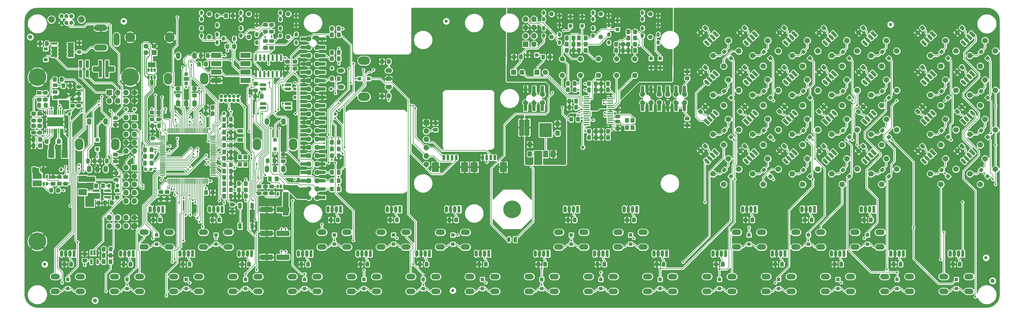
<source format=gbr>
%TF.GenerationSoftware,KiCad,Pcbnew,5.1.5*%
%TF.CreationDate,2020-03-30T21:09:59+02:00*%
%TF.ProjectId,OTTOdiy_SMD,4f54544f-6469-4795-9f53-4d442e6b6963,rev?*%
%TF.SameCoordinates,PX269fb20PYbb65a20*%
%TF.FileFunction,Copper,L4,Bot*%
%TF.FilePolarity,Positive*%
%FSLAX46Y46*%
G04 Gerber Fmt 4.6, Leading zero omitted, Abs format (unit mm)*
G04 Created by KiCad (PCBNEW 5.1.5) date 2020-03-30 21:09:59*
%MOMM*%
%LPD*%
G04 APERTURE LIST*
%ADD10R,1.600000X5.000000*%
%ADD11C,0.150000*%
%ADD12R,2.000000X0.650000*%
%ADD13R,1.750000X0.450000*%
%ADD14R,0.650000X1.060000*%
%ADD15R,3.100000X1.600000*%
%ADD16R,3.800000X2.000000*%
%ADD17R,1.500000X2.000000*%
%ADD18O,1.000000X1.400000*%
%ADD19C,1.400000*%
%ADD20C,1.300000*%
%ADD21R,2.500000X1.900000*%
%ADD22C,1.000000*%
%ADD23C,1.100000*%
%ADD24R,1.100000X1.100000*%
%ADD25R,1.000000X1.000000*%
%ADD26O,1.700000X1.700000*%
%ADD27R,1.700000X1.700000*%
%ADD28R,1.200000X1.400000*%
%ADD29C,1.600000*%
%ADD30R,1.600000X1.600000*%
%ADD31R,1.900000X2.500000*%
%ADD32C,2.000000*%
%ADD33R,2.180000X1.020000*%
%ADD34C,1.620000*%
%ADD35O,1.000000X1.700000*%
%ADD36O,2.500000X3.600000*%
%ADD37O,1.400000X2.000000*%
%ADD38O,3.600000X2.500000*%
%ADD39O,2.000000X1.400000*%
%ADD40R,1.850000X0.900000*%
%ADD41O,2.800000X1.700000*%
%ADD42C,0.954000*%
%ADD43C,1.700000*%
%ADD44R,1.100000X1.800000*%
%ADD45R,1.800000X1.200000*%
%ADD46C,1.500000*%
%ADD47R,1.500000X1.500000*%
%ADD48C,3.000000*%
%ADD49R,4.950000X2.740000*%
%ADD50R,0.355600X1.473200*%
%ADD51R,1.000000X2.200000*%
%ADD52R,0.650000X1.560000*%
%ADD53O,0.954000X2.000000*%
%ADD54R,0.954000X2.000000*%
%ADD55R,1.020000X2.180000*%
%ADD56O,4.000000X1.800000*%
%ADD57O,1.800000X4.000000*%
%ADD58R,0.900000X1.200000*%
%ADD59R,1.200000X0.900000*%
%ADD60C,0.800000*%
%ADD61C,5.400000*%
%ADD62C,0.600000*%
%ADD63C,0.203200*%
%ADD64C,0.261112*%
%ADD65C,0.254000*%
G04 APERTURE END LIST*
D10*
X151400000Y55150000D03*
X153000000Y55150000D03*
%TA.AperFunction,SMDPad,CuDef*%
D11*
G36*
X80624865Y30948798D02*
G01*
X80649095Y30945204D01*
X80672855Y30939252D01*
X80695918Y30931000D01*
X80718061Y30920528D01*
X80739070Y30907935D01*
X80758745Y30893343D01*
X80776894Y30876894D01*
X80793343Y30858745D01*
X80807935Y30839070D01*
X80820528Y30818061D01*
X80831000Y30795918D01*
X80839252Y30772855D01*
X80845204Y30749095D01*
X80848798Y30724865D01*
X80850000Y30700400D01*
X80850000Y29599600D01*
X80848798Y29575135D01*
X80845204Y29550905D01*
X80839252Y29527145D01*
X80831000Y29504082D01*
X80820528Y29481939D01*
X80807935Y29460930D01*
X80793343Y29441255D01*
X80776894Y29423106D01*
X80758745Y29406657D01*
X80739070Y29392065D01*
X80718061Y29379472D01*
X80695918Y29369000D01*
X80672855Y29360748D01*
X80649095Y29354796D01*
X80624865Y29351202D01*
X80600400Y29350000D01*
X77199600Y29350000D01*
X77175135Y29351202D01*
X77150905Y29354796D01*
X77127145Y29360748D01*
X77104082Y29369000D01*
X77081939Y29379472D01*
X77060930Y29392065D01*
X77041255Y29406657D01*
X77023106Y29423106D01*
X77006657Y29441255D01*
X76992065Y29460930D01*
X76979472Y29481939D01*
X76969000Y29504082D01*
X76960748Y29527145D01*
X76954796Y29550905D01*
X76951202Y29575135D01*
X76950000Y29599600D01*
X76950000Y30700400D01*
X76951202Y30724865D01*
X76954796Y30749095D01*
X76960748Y30772855D01*
X76969000Y30795918D01*
X76979472Y30818061D01*
X76992065Y30839070D01*
X77006657Y30858745D01*
X77023106Y30876894D01*
X77041255Y30893343D01*
X77060930Y30907935D01*
X77081939Y30920528D01*
X77104082Y30931000D01*
X77127145Y30939252D01*
X77150905Y30945204D01*
X77175135Y30948798D01*
X77199600Y30950000D01*
X80600400Y30950000D01*
X80624865Y30948798D01*
G37*
%TD.AperFunction*%
%TA.AperFunction,SMDPad,CuDef*%
G36*
X75624865Y30948798D02*
G01*
X75649095Y30945204D01*
X75672855Y30939252D01*
X75695918Y30931000D01*
X75718061Y30920528D01*
X75739070Y30907935D01*
X75758745Y30893343D01*
X75776894Y30876894D01*
X75793343Y30858745D01*
X75807935Y30839070D01*
X75820528Y30818061D01*
X75831000Y30795918D01*
X75839252Y30772855D01*
X75845204Y30749095D01*
X75848798Y30724865D01*
X75850000Y30700400D01*
X75850000Y29599600D01*
X75848798Y29575135D01*
X75845204Y29550905D01*
X75839252Y29527145D01*
X75831000Y29504082D01*
X75820528Y29481939D01*
X75807935Y29460930D01*
X75793343Y29441255D01*
X75776894Y29423106D01*
X75758745Y29406657D01*
X75739070Y29392065D01*
X75718061Y29379472D01*
X75695918Y29369000D01*
X75672855Y29360748D01*
X75649095Y29354796D01*
X75624865Y29351202D01*
X75600400Y29350000D01*
X72199600Y29350000D01*
X72175135Y29351202D01*
X72150905Y29354796D01*
X72127145Y29360748D01*
X72104082Y29369000D01*
X72081939Y29379472D01*
X72060930Y29392065D01*
X72041255Y29406657D01*
X72023106Y29423106D01*
X72006657Y29441255D01*
X71992065Y29460930D01*
X71979472Y29481939D01*
X71969000Y29504082D01*
X71960748Y29527145D01*
X71954796Y29550905D01*
X71951202Y29575135D01*
X71950000Y29599600D01*
X71950000Y30700400D01*
X71951202Y30724865D01*
X71954796Y30749095D01*
X71960748Y30772855D01*
X71969000Y30795918D01*
X71979472Y30818061D01*
X71992065Y30839070D01*
X72006657Y30858745D01*
X72023106Y30876894D01*
X72041255Y30893343D01*
X72060930Y30907935D01*
X72081939Y30920528D01*
X72104082Y30931000D01*
X72127145Y30939252D01*
X72150905Y30945204D01*
X72175135Y30948798D01*
X72199600Y30950000D01*
X75600400Y30950000D01*
X75624865Y30948798D01*
G37*
%TD.AperFunction*%
%TA.AperFunction,SMDPad,CuDef*%
G36*
X80624865Y23698798D02*
G01*
X80649095Y23695204D01*
X80672855Y23689252D01*
X80695918Y23681000D01*
X80718061Y23670528D01*
X80739070Y23657935D01*
X80758745Y23643343D01*
X80776894Y23626894D01*
X80793343Y23608745D01*
X80807935Y23589070D01*
X80820528Y23568061D01*
X80831000Y23545918D01*
X80839252Y23522855D01*
X80845204Y23499095D01*
X80848798Y23474865D01*
X80850000Y23450400D01*
X80850000Y22349600D01*
X80848798Y22325135D01*
X80845204Y22300905D01*
X80839252Y22277145D01*
X80831000Y22254082D01*
X80820528Y22231939D01*
X80807935Y22210930D01*
X80793343Y22191255D01*
X80776894Y22173106D01*
X80758745Y22156657D01*
X80739070Y22142065D01*
X80718061Y22129472D01*
X80695918Y22119000D01*
X80672855Y22110748D01*
X80649095Y22104796D01*
X80624865Y22101202D01*
X80600400Y22100000D01*
X77199600Y22100000D01*
X77175135Y22101202D01*
X77150905Y22104796D01*
X77127145Y22110748D01*
X77104082Y22119000D01*
X77081939Y22129472D01*
X77060930Y22142065D01*
X77041255Y22156657D01*
X77023106Y22173106D01*
X77006657Y22191255D01*
X76992065Y22210930D01*
X76979472Y22231939D01*
X76969000Y22254082D01*
X76960748Y22277145D01*
X76954796Y22300905D01*
X76951202Y22325135D01*
X76950000Y22349600D01*
X76950000Y23450400D01*
X76951202Y23474865D01*
X76954796Y23499095D01*
X76960748Y23522855D01*
X76969000Y23545918D01*
X76979472Y23568061D01*
X76992065Y23589070D01*
X77006657Y23608745D01*
X77023106Y23626894D01*
X77041255Y23643343D01*
X77060930Y23657935D01*
X77081939Y23670528D01*
X77104082Y23681000D01*
X77127145Y23689252D01*
X77150905Y23695204D01*
X77175135Y23698798D01*
X77199600Y23700000D01*
X80600400Y23700000D01*
X80624865Y23698798D01*
G37*
%TD.AperFunction*%
%TA.AperFunction,SMDPad,CuDef*%
G36*
X75624865Y23698798D02*
G01*
X75649095Y23695204D01*
X75672855Y23689252D01*
X75695918Y23681000D01*
X75718061Y23670528D01*
X75739070Y23657935D01*
X75758745Y23643343D01*
X75776894Y23626894D01*
X75793343Y23608745D01*
X75807935Y23589070D01*
X75820528Y23568061D01*
X75831000Y23545918D01*
X75839252Y23522855D01*
X75845204Y23499095D01*
X75848798Y23474865D01*
X75850000Y23450400D01*
X75850000Y22349600D01*
X75848798Y22325135D01*
X75845204Y22300905D01*
X75839252Y22277145D01*
X75831000Y22254082D01*
X75820528Y22231939D01*
X75807935Y22210930D01*
X75793343Y22191255D01*
X75776894Y22173106D01*
X75758745Y22156657D01*
X75739070Y22142065D01*
X75718061Y22129472D01*
X75695918Y22119000D01*
X75672855Y22110748D01*
X75649095Y22104796D01*
X75624865Y22101202D01*
X75600400Y22100000D01*
X72199600Y22100000D01*
X72175135Y22101202D01*
X72150905Y22104796D01*
X72127145Y22110748D01*
X72104082Y22119000D01*
X72081939Y22129472D01*
X72060930Y22142065D01*
X72041255Y22156657D01*
X72023106Y22173106D01*
X72006657Y22191255D01*
X71992065Y22210930D01*
X71979472Y22231939D01*
X71969000Y22254082D01*
X71960748Y22277145D01*
X71954796Y22300905D01*
X71951202Y22325135D01*
X71950000Y22349600D01*
X71950000Y23450400D01*
X71951202Y23474865D01*
X71954796Y23499095D01*
X71960748Y23522855D01*
X71969000Y23545918D01*
X71979472Y23568061D01*
X71992065Y23589070D01*
X72006657Y23608745D01*
X72023106Y23626894D01*
X72041255Y23643343D01*
X72060930Y23657935D01*
X72081939Y23670528D01*
X72104082Y23681000D01*
X72127145Y23689252D01*
X72150905Y23695204D01*
X72175135Y23698798D01*
X72199600Y23700000D01*
X75600400Y23700000D01*
X75624865Y23698798D01*
G37*
%TD.AperFunction*%
%TA.AperFunction,SMDPad,CuDef*%
G36*
X80624865Y16448798D02*
G01*
X80649095Y16445204D01*
X80672855Y16439252D01*
X80695918Y16431000D01*
X80718061Y16420528D01*
X80739070Y16407935D01*
X80758745Y16393343D01*
X80776894Y16376894D01*
X80793343Y16358745D01*
X80807935Y16339070D01*
X80820528Y16318061D01*
X80831000Y16295918D01*
X80839252Y16272855D01*
X80845204Y16249095D01*
X80848798Y16224865D01*
X80850000Y16200400D01*
X80850000Y15099600D01*
X80848798Y15075135D01*
X80845204Y15050905D01*
X80839252Y15027145D01*
X80831000Y15004082D01*
X80820528Y14981939D01*
X80807935Y14960930D01*
X80793343Y14941255D01*
X80776894Y14923106D01*
X80758745Y14906657D01*
X80739070Y14892065D01*
X80718061Y14879472D01*
X80695918Y14869000D01*
X80672855Y14860748D01*
X80649095Y14854796D01*
X80624865Y14851202D01*
X80600400Y14850000D01*
X77199600Y14850000D01*
X77175135Y14851202D01*
X77150905Y14854796D01*
X77127145Y14860748D01*
X77104082Y14869000D01*
X77081939Y14879472D01*
X77060930Y14892065D01*
X77041255Y14906657D01*
X77023106Y14923106D01*
X77006657Y14941255D01*
X76992065Y14960930D01*
X76979472Y14981939D01*
X76969000Y15004082D01*
X76960748Y15027145D01*
X76954796Y15050905D01*
X76951202Y15075135D01*
X76950000Y15099600D01*
X76950000Y16200400D01*
X76951202Y16224865D01*
X76954796Y16249095D01*
X76960748Y16272855D01*
X76969000Y16295918D01*
X76979472Y16318061D01*
X76992065Y16339070D01*
X77006657Y16358745D01*
X77023106Y16376894D01*
X77041255Y16393343D01*
X77060930Y16407935D01*
X77081939Y16420528D01*
X77104082Y16431000D01*
X77127145Y16439252D01*
X77150905Y16445204D01*
X77175135Y16448798D01*
X77199600Y16450000D01*
X80600400Y16450000D01*
X80624865Y16448798D01*
G37*
%TD.AperFunction*%
%TA.AperFunction,SMDPad,CuDef*%
G36*
X75624865Y16448798D02*
G01*
X75649095Y16445204D01*
X75672855Y16439252D01*
X75695918Y16431000D01*
X75718061Y16420528D01*
X75739070Y16407935D01*
X75758745Y16393343D01*
X75776894Y16376894D01*
X75793343Y16358745D01*
X75807935Y16339070D01*
X75820528Y16318061D01*
X75831000Y16295918D01*
X75839252Y16272855D01*
X75845204Y16249095D01*
X75848798Y16224865D01*
X75850000Y16200400D01*
X75850000Y15099600D01*
X75848798Y15075135D01*
X75845204Y15050905D01*
X75839252Y15027145D01*
X75831000Y15004082D01*
X75820528Y14981939D01*
X75807935Y14960930D01*
X75793343Y14941255D01*
X75776894Y14923106D01*
X75758745Y14906657D01*
X75739070Y14892065D01*
X75718061Y14879472D01*
X75695918Y14869000D01*
X75672855Y14860748D01*
X75649095Y14854796D01*
X75624865Y14851202D01*
X75600400Y14850000D01*
X72199600Y14850000D01*
X72175135Y14851202D01*
X72150905Y14854796D01*
X72127145Y14860748D01*
X72104082Y14869000D01*
X72081939Y14879472D01*
X72060930Y14892065D01*
X72041255Y14906657D01*
X72023106Y14923106D01*
X72006657Y14941255D01*
X71992065Y14960930D01*
X71979472Y14981939D01*
X71969000Y15004082D01*
X71960748Y15027145D01*
X71954796Y15050905D01*
X71951202Y15075135D01*
X71950000Y15099600D01*
X71950000Y16200400D01*
X71951202Y16224865D01*
X71954796Y16249095D01*
X71960748Y16272855D01*
X71969000Y16295918D01*
X71979472Y16318061D01*
X71992065Y16339070D01*
X72006657Y16358745D01*
X72023106Y16376894D01*
X72041255Y16393343D01*
X72060930Y16407935D01*
X72081939Y16420528D01*
X72104082Y16431000D01*
X72127145Y16439252D01*
X72150905Y16445204D01*
X72175135Y16448798D01*
X72199600Y16450000D01*
X75600400Y16450000D01*
X75624865Y16448798D01*
G37*
%TD.AperFunction*%
D12*
X25585000Y35850000D03*
X25585000Y34900000D03*
X25585000Y33950000D03*
X22165000Y33950000D03*
X22165000Y34900000D03*
X22165000Y35850000D03*
D13*
X178350000Y56075000D03*
X178350000Y56725000D03*
X178350000Y57375000D03*
X178350000Y58025000D03*
X178350000Y58675000D03*
X178350000Y59325000D03*
X178350000Y59975000D03*
X178350000Y60625000D03*
X178350000Y61275000D03*
X178350000Y61925000D03*
X178350000Y62575000D03*
X178350000Y63225000D03*
X178350000Y63875000D03*
X178350000Y64525000D03*
X171150000Y64525000D03*
X171150000Y63875000D03*
X171150000Y63225000D03*
X171150000Y62575000D03*
X171150000Y61925000D03*
X171150000Y61275000D03*
X171150000Y60625000D03*
X171150000Y59975000D03*
X171150000Y59325000D03*
X171150000Y58675000D03*
X171150000Y58025000D03*
X171150000Y57375000D03*
X171150000Y56725000D03*
X171150000Y56075000D03*
%TA.AperFunction,SMDPad,CuDef*%
D11*
G36*
X78474703Y72399278D02*
G01*
X78489264Y72397118D01*
X78503543Y72393541D01*
X78517403Y72388582D01*
X78530710Y72382288D01*
X78543336Y72374720D01*
X78555159Y72365952D01*
X78566066Y72356066D01*
X78575952Y72345159D01*
X78584720Y72333336D01*
X78592288Y72320710D01*
X78598582Y72307403D01*
X78603541Y72293543D01*
X78607118Y72279264D01*
X78609278Y72264703D01*
X78610000Y72250000D01*
X78610000Y70600000D01*
X78609278Y70585297D01*
X78607118Y70570736D01*
X78603541Y70556457D01*
X78598582Y70542597D01*
X78592288Y70529290D01*
X78584720Y70516664D01*
X78575952Y70504841D01*
X78566066Y70493934D01*
X78555159Y70484048D01*
X78543336Y70475280D01*
X78530710Y70467712D01*
X78517403Y70461418D01*
X78503543Y70456459D01*
X78489264Y70452882D01*
X78474703Y70450722D01*
X78460000Y70450000D01*
X78160000Y70450000D01*
X78145297Y70450722D01*
X78130736Y70452882D01*
X78116457Y70456459D01*
X78102597Y70461418D01*
X78089290Y70467712D01*
X78076664Y70475280D01*
X78064841Y70484048D01*
X78053934Y70493934D01*
X78044048Y70504841D01*
X78035280Y70516664D01*
X78027712Y70529290D01*
X78021418Y70542597D01*
X78016459Y70556457D01*
X78012882Y70570736D01*
X78010722Y70585297D01*
X78010000Y70600000D01*
X78010000Y72250000D01*
X78010722Y72264703D01*
X78012882Y72279264D01*
X78016459Y72293543D01*
X78021418Y72307403D01*
X78027712Y72320710D01*
X78035280Y72333336D01*
X78044048Y72345159D01*
X78053934Y72356066D01*
X78064841Y72365952D01*
X78076664Y72374720D01*
X78089290Y72382288D01*
X78102597Y72388582D01*
X78116457Y72393541D01*
X78130736Y72397118D01*
X78145297Y72399278D01*
X78160000Y72400000D01*
X78460000Y72400000D01*
X78474703Y72399278D01*
G37*
%TD.AperFunction*%
%TA.AperFunction,SMDPad,CuDef*%
G36*
X77204703Y72399278D02*
G01*
X77219264Y72397118D01*
X77233543Y72393541D01*
X77247403Y72388582D01*
X77260710Y72382288D01*
X77273336Y72374720D01*
X77285159Y72365952D01*
X77296066Y72356066D01*
X77305952Y72345159D01*
X77314720Y72333336D01*
X77322288Y72320710D01*
X77328582Y72307403D01*
X77333541Y72293543D01*
X77337118Y72279264D01*
X77339278Y72264703D01*
X77340000Y72250000D01*
X77340000Y70600000D01*
X77339278Y70585297D01*
X77337118Y70570736D01*
X77333541Y70556457D01*
X77328582Y70542597D01*
X77322288Y70529290D01*
X77314720Y70516664D01*
X77305952Y70504841D01*
X77296066Y70493934D01*
X77285159Y70484048D01*
X77273336Y70475280D01*
X77260710Y70467712D01*
X77247403Y70461418D01*
X77233543Y70456459D01*
X77219264Y70452882D01*
X77204703Y70450722D01*
X77190000Y70450000D01*
X76890000Y70450000D01*
X76875297Y70450722D01*
X76860736Y70452882D01*
X76846457Y70456459D01*
X76832597Y70461418D01*
X76819290Y70467712D01*
X76806664Y70475280D01*
X76794841Y70484048D01*
X76783934Y70493934D01*
X76774048Y70504841D01*
X76765280Y70516664D01*
X76757712Y70529290D01*
X76751418Y70542597D01*
X76746459Y70556457D01*
X76742882Y70570736D01*
X76740722Y70585297D01*
X76740000Y70600000D01*
X76740000Y72250000D01*
X76740722Y72264703D01*
X76742882Y72279264D01*
X76746459Y72293543D01*
X76751418Y72307403D01*
X76757712Y72320710D01*
X76765280Y72333336D01*
X76774048Y72345159D01*
X76783934Y72356066D01*
X76794841Y72365952D01*
X76806664Y72374720D01*
X76819290Y72382288D01*
X76832597Y72388582D01*
X76846457Y72393541D01*
X76860736Y72397118D01*
X76875297Y72399278D01*
X76890000Y72400000D01*
X77190000Y72400000D01*
X77204703Y72399278D01*
G37*
%TD.AperFunction*%
%TA.AperFunction,SMDPad,CuDef*%
G36*
X75934703Y72399278D02*
G01*
X75949264Y72397118D01*
X75963543Y72393541D01*
X75977403Y72388582D01*
X75990710Y72382288D01*
X76003336Y72374720D01*
X76015159Y72365952D01*
X76026066Y72356066D01*
X76035952Y72345159D01*
X76044720Y72333336D01*
X76052288Y72320710D01*
X76058582Y72307403D01*
X76063541Y72293543D01*
X76067118Y72279264D01*
X76069278Y72264703D01*
X76070000Y72250000D01*
X76070000Y70600000D01*
X76069278Y70585297D01*
X76067118Y70570736D01*
X76063541Y70556457D01*
X76058582Y70542597D01*
X76052288Y70529290D01*
X76044720Y70516664D01*
X76035952Y70504841D01*
X76026066Y70493934D01*
X76015159Y70484048D01*
X76003336Y70475280D01*
X75990710Y70467712D01*
X75977403Y70461418D01*
X75963543Y70456459D01*
X75949264Y70452882D01*
X75934703Y70450722D01*
X75920000Y70450000D01*
X75620000Y70450000D01*
X75605297Y70450722D01*
X75590736Y70452882D01*
X75576457Y70456459D01*
X75562597Y70461418D01*
X75549290Y70467712D01*
X75536664Y70475280D01*
X75524841Y70484048D01*
X75513934Y70493934D01*
X75504048Y70504841D01*
X75495280Y70516664D01*
X75487712Y70529290D01*
X75481418Y70542597D01*
X75476459Y70556457D01*
X75472882Y70570736D01*
X75470722Y70585297D01*
X75470000Y70600000D01*
X75470000Y72250000D01*
X75470722Y72264703D01*
X75472882Y72279264D01*
X75476459Y72293543D01*
X75481418Y72307403D01*
X75487712Y72320710D01*
X75495280Y72333336D01*
X75504048Y72345159D01*
X75513934Y72356066D01*
X75524841Y72365952D01*
X75536664Y72374720D01*
X75549290Y72382288D01*
X75562597Y72388582D01*
X75576457Y72393541D01*
X75590736Y72397118D01*
X75605297Y72399278D01*
X75620000Y72400000D01*
X75920000Y72400000D01*
X75934703Y72399278D01*
G37*
%TD.AperFunction*%
%TA.AperFunction,SMDPad,CuDef*%
G36*
X74664703Y72399278D02*
G01*
X74679264Y72397118D01*
X74693543Y72393541D01*
X74707403Y72388582D01*
X74720710Y72382288D01*
X74733336Y72374720D01*
X74745159Y72365952D01*
X74756066Y72356066D01*
X74765952Y72345159D01*
X74774720Y72333336D01*
X74782288Y72320710D01*
X74788582Y72307403D01*
X74793541Y72293543D01*
X74797118Y72279264D01*
X74799278Y72264703D01*
X74800000Y72250000D01*
X74800000Y70600000D01*
X74799278Y70585297D01*
X74797118Y70570736D01*
X74793541Y70556457D01*
X74788582Y70542597D01*
X74782288Y70529290D01*
X74774720Y70516664D01*
X74765952Y70504841D01*
X74756066Y70493934D01*
X74745159Y70484048D01*
X74733336Y70475280D01*
X74720710Y70467712D01*
X74707403Y70461418D01*
X74693543Y70456459D01*
X74679264Y70452882D01*
X74664703Y70450722D01*
X74650000Y70450000D01*
X74350000Y70450000D01*
X74335297Y70450722D01*
X74320736Y70452882D01*
X74306457Y70456459D01*
X74292597Y70461418D01*
X74279290Y70467712D01*
X74266664Y70475280D01*
X74254841Y70484048D01*
X74243934Y70493934D01*
X74234048Y70504841D01*
X74225280Y70516664D01*
X74217712Y70529290D01*
X74211418Y70542597D01*
X74206459Y70556457D01*
X74202882Y70570736D01*
X74200722Y70585297D01*
X74200000Y70600000D01*
X74200000Y72250000D01*
X74200722Y72264703D01*
X74202882Y72279264D01*
X74206459Y72293543D01*
X74211418Y72307403D01*
X74217712Y72320710D01*
X74225280Y72333336D01*
X74234048Y72345159D01*
X74243934Y72356066D01*
X74254841Y72365952D01*
X74266664Y72374720D01*
X74279290Y72382288D01*
X74292597Y72388582D01*
X74306457Y72393541D01*
X74320736Y72397118D01*
X74335297Y72399278D01*
X74350000Y72400000D01*
X74650000Y72400000D01*
X74664703Y72399278D01*
G37*
%TD.AperFunction*%
%TA.AperFunction,SMDPad,CuDef*%
G36*
X73394703Y72399278D02*
G01*
X73409264Y72397118D01*
X73423543Y72393541D01*
X73437403Y72388582D01*
X73450710Y72382288D01*
X73463336Y72374720D01*
X73475159Y72365952D01*
X73486066Y72356066D01*
X73495952Y72345159D01*
X73504720Y72333336D01*
X73512288Y72320710D01*
X73518582Y72307403D01*
X73523541Y72293543D01*
X73527118Y72279264D01*
X73529278Y72264703D01*
X73530000Y72250000D01*
X73530000Y70600000D01*
X73529278Y70585297D01*
X73527118Y70570736D01*
X73523541Y70556457D01*
X73518582Y70542597D01*
X73512288Y70529290D01*
X73504720Y70516664D01*
X73495952Y70504841D01*
X73486066Y70493934D01*
X73475159Y70484048D01*
X73463336Y70475280D01*
X73450710Y70467712D01*
X73437403Y70461418D01*
X73423543Y70456459D01*
X73409264Y70452882D01*
X73394703Y70450722D01*
X73380000Y70450000D01*
X73080000Y70450000D01*
X73065297Y70450722D01*
X73050736Y70452882D01*
X73036457Y70456459D01*
X73022597Y70461418D01*
X73009290Y70467712D01*
X72996664Y70475280D01*
X72984841Y70484048D01*
X72973934Y70493934D01*
X72964048Y70504841D01*
X72955280Y70516664D01*
X72947712Y70529290D01*
X72941418Y70542597D01*
X72936459Y70556457D01*
X72932882Y70570736D01*
X72930722Y70585297D01*
X72930000Y70600000D01*
X72930000Y72250000D01*
X72930722Y72264703D01*
X72932882Y72279264D01*
X72936459Y72293543D01*
X72941418Y72307403D01*
X72947712Y72320710D01*
X72955280Y72333336D01*
X72964048Y72345159D01*
X72973934Y72356066D01*
X72984841Y72365952D01*
X72996664Y72374720D01*
X73009290Y72382288D01*
X73022597Y72388582D01*
X73036457Y72393541D01*
X73050736Y72397118D01*
X73065297Y72399278D01*
X73080000Y72400000D01*
X73380000Y72400000D01*
X73394703Y72399278D01*
G37*
%TD.AperFunction*%
%TA.AperFunction,SMDPad,CuDef*%
G36*
X72124703Y72399278D02*
G01*
X72139264Y72397118D01*
X72153543Y72393541D01*
X72167403Y72388582D01*
X72180710Y72382288D01*
X72193336Y72374720D01*
X72205159Y72365952D01*
X72216066Y72356066D01*
X72225952Y72345159D01*
X72234720Y72333336D01*
X72242288Y72320710D01*
X72248582Y72307403D01*
X72253541Y72293543D01*
X72257118Y72279264D01*
X72259278Y72264703D01*
X72260000Y72250000D01*
X72260000Y70600000D01*
X72259278Y70585297D01*
X72257118Y70570736D01*
X72253541Y70556457D01*
X72248582Y70542597D01*
X72242288Y70529290D01*
X72234720Y70516664D01*
X72225952Y70504841D01*
X72216066Y70493934D01*
X72205159Y70484048D01*
X72193336Y70475280D01*
X72180710Y70467712D01*
X72167403Y70461418D01*
X72153543Y70456459D01*
X72139264Y70452882D01*
X72124703Y70450722D01*
X72110000Y70450000D01*
X71810000Y70450000D01*
X71795297Y70450722D01*
X71780736Y70452882D01*
X71766457Y70456459D01*
X71752597Y70461418D01*
X71739290Y70467712D01*
X71726664Y70475280D01*
X71714841Y70484048D01*
X71703934Y70493934D01*
X71694048Y70504841D01*
X71685280Y70516664D01*
X71677712Y70529290D01*
X71671418Y70542597D01*
X71666459Y70556457D01*
X71662882Y70570736D01*
X71660722Y70585297D01*
X71660000Y70600000D01*
X71660000Y72250000D01*
X71660722Y72264703D01*
X71662882Y72279264D01*
X71666459Y72293543D01*
X71671418Y72307403D01*
X71677712Y72320710D01*
X71685280Y72333336D01*
X71694048Y72345159D01*
X71703934Y72356066D01*
X71714841Y72365952D01*
X71726664Y72374720D01*
X71739290Y72382288D01*
X71752597Y72388582D01*
X71766457Y72393541D01*
X71780736Y72397118D01*
X71795297Y72399278D01*
X71810000Y72400000D01*
X72110000Y72400000D01*
X72124703Y72399278D01*
G37*
%TD.AperFunction*%
%TA.AperFunction,SMDPad,CuDef*%
G36*
X70854703Y72399278D02*
G01*
X70869264Y72397118D01*
X70883543Y72393541D01*
X70897403Y72388582D01*
X70910710Y72382288D01*
X70923336Y72374720D01*
X70935159Y72365952D01*
X70946066Y72356066D01*
X70955952Y72345159D01*
X70964720Y72333336D01*
X70972288Y72320710D01*
X70978582Y72307403D01*
X70983541Y72293543D01*
X70987118Y72279264D01*
X70989278Y72264703D01*
X70990000Y72250000D01*
X70990000Y70600000D01*
X70989278Y70585297D01*
X70987118Y70570736D01*
X70983541Y70556457D01*
X70978582Y70542597D01*
X70972288Y70529290D01*
X70964720Y70516664D01*
X70955952Y70504841D01*
X70946066Y70493934D01*
X70935159Y70484048D01*
X70923336Y70475280D01*
X70910710Y70467712D01*
X70897403Y70461418D01*
X70883543Y70456459D01*
X70869264Y70452882D01*
X70854703Y70450722D01*
X70840000Y70450000D01*
X70540000Y70450000D01*
X70525297Y70450722D01*
X70510736Y70452882D01*
X70496457Y70456459D01*
X70482597Y70461418D01*
X70469290Y70467712D01*
X70456664Y70475280D01*
X70444841Y70484048D01*
X70433934Y70493934D01*
X70424048Y70504841D01*
X70415280Y70516664D01*
X70407712Y70529290D01*
X70401418Y70542597D01*
X70396459Y70556457D01*
X70392882Y70570736D01*
X70390722Y70585297D01*
X70390000Y70600000D01*
X70390000Y72250000D01*
X70390722Y72264703D01*
X70392882Y72279264D01*
X70396459Y72293543D01*
X70401418Y72307403D01*
X70407712Y72320710D01*
X70415280Y72333336D01*
X70424048Y72345159D01*
X70433934Y72356066D01*
X70444841Y72365952D01*
X70456664Y72374720D01*
X70469290Y72382288D01*
X70482597Y72388582D01*
X70496457Y72393541D01*
X70510736Y72397118D01*
X70525297Y72399278D01*
X70540000Y72400000D01*
X70840000Y72400000D01*
X70854703Y72399278D01*
G37*
%TD.AperFunction*%
%TA.AperFunction,SMDPad,CuDef*%
G36*
X70854703Y77349278D02*
G01*
X70869264Y77347118D01*
X70883543Y77343541D01*
X70897403Y77338582D01*
X70910710Y77332288D01*
X70923336Y77324720D01*
X70935159Y77315952D01*
X70946066Y77306066D01*
X70955952Y77295159D01*
X70964720Y77283336D01*
X70972288Y77270710D01*
X70978582Y77257403D01*
X70983541Y77243543D01*
X70987118Y77229264D01*
X70989278Y77214703D01*
X70990000Y77200000D01*
X70990000Y75550000D01*
X70989278Y75535297D01*
X70987118Y75520736D01*
X70983541Y75506457D01*
X70978582Y75492597D01*
X70972288Y75479290D01*
X70964720Y75466664D01*
X70955952Y75454841D01*
X70946066Y75443934D01*
X70935159Y75434048D01*
X70923336Y75425280D01*
X70910710Y75417712D01*
X70897403Y75411418D01*
X70883543Y75406459D01*
X70869264Y75402882D01*
X70854703Y75400722D01*
X70840000Y75400000D01*
X70540000Y75400000D01*
X70525297Y75400722D01*
X70510736Y75402882D01*
X70496457Y75406459D01*
X70482597Y75411418D01*
X70469290Y75417712D01*
X70456664Y75425280D01*
X70444841Y75434048D01*
X70433934Y75443934D01*
X70424048Y75454841D01*
X70415280Y75466664D01*
X70407712Y75479290D01*
X70401418Y75492597D01*
X70396459Y75506457D01*
X70392882Y75520736D01*
X70390722Y75535297D01*
X70390000Y75550000D01*
X70390000Y77200000D01*
X70390722Y77214703D01*
X70392882Y77229264D01*
X70396459Y77243543D01*
X70401418Y77257403D01*
X70407712Y77270710D01*
X70415280Y77283336D01*
X70424048Y77295159D01*
X70433934Y77306066D01*
X70444841Y77315952D01*
X70456664Y77324720D01*
X70469290Y77332288D01*
X70482597Y77338582D01*
X70496457Y77343541D01*
X70510736Y77347118D01*
X70525297Y77349278D01*
X70540000Y77350000D01*
X70840000Y77350000D01*
X70854703Y77349278D01*
G37*
%TD.AperFunction*%
%TA.AperFunction,SMDPad,CuDef*%
G36*
X72124703Y77349278D02*
G01*
X72139264Y77347118D01*
X72153543Y77343541D01*
X72167403Y77338582D01*
X72180710Y77332288D01*
X72193336Y77324720D01*
X72205159Y77315952D01*
X72216066Y77306066D01*
X72225952Y77295159D01*
X72234720Y77283336D01*
X72242288Y77270710D01*
X72248582Y77257403D01*
X72253541Y77243543D01*
X72257118Y77229264D01*
X72259278Y77214703D01*
X72260000Y77200000D01*
X72260000Y75550000D01*
X72259278Y75535297D01*
X72257118Y75520736D01*
X72253541Y75506457D01*
X72248582Y75492597D01*
X72242288Y75479290D01*
X72234720Y75466664D01*
X72225952Y75454841D01*
X72216066Y75443934D01*
X72205159Y75434048D01*
X72193336Y75425280D01*
X72180710Y75417712D01*
X72167403Y75411418D01*
X72153543Y75406459D01*
X72139264Y75402882D01*
X72124703Y75400722D01*
X72110000Y75400000D01*
X71810000Y75400000D01*
X71795297Y75400722D01*
X71780736Y75402882D01*
X71766457Y75406459D01*
X71752597Y75411418D01*
X71739290Y75417712D01*
X71726664Y75425280D01*
X71714841Y75434048D01*
X71703934Y75443934D01*
X71694048Y75454841D01*
X71685280Y75466664D01*
X71677712Y75479290D01*
X71671418Y75492597D01*
X71666459Y75506457D01*
X71662882Y75520736D01*
X71660722Y75535297D01*
X71660000Y75550000D01*
X71660000Y77200000D01*
X71660722Y77214703D01*
X71662882Y77229264D01*
X71666459Y77243543D01*
X71671418Y77257403D01*
X71677712Y77270710D01*
X71685280Y77283336D01*
X71694048Y77295159D01*
X71703934Y77306066D01*
X71714841Y77315952D01*
X71726664Y77324720D01*
X71739290Y77332288D01*
X71752597Y77338582D01*
X71766457Y77343541D01*
X71780736Y77347118D01*
X71795297Y77349278D01*
X71810000Y77350000D01*
X72110000Y77350000D01*
X72124703Y77349278D01*
G37*
%TD.AperFunction*%
%TA.AperFunction,SMDPad,CuDef*%
G36*
X73394703Y77349278D02*
G01*
X73409264Y77347118D01*
X73423543Y77343541D01*
X73437403Y77338582D01*
X73450710Y77332288D01*
X73463336Y77324720D01*
X73475159Y77315952D01*
X73486066Y77306066D01*
X73495952Y77295159D01*
X73504720Y77283336D01*
X73512288Y77270710D01*
X73518582Y77257403D01*
X73523541Y77243543D01*
X73527118Y77229264D01*
X73529278Y77214703D01*
X73530000Y77200000D01*
X73530000Y75550000D01*
X73529278Y75535297D01*
X73527118Y75520736D01*
X73523541Y75506457D01*
X73518582Y75492597D01*
X73512288Y75479290D01*
X73504720Y75466664D01*
X73495952Y75454841D01*
X73486066Y75443934D01*
X73475159Y75434048D01*
X73463336Y75425280D01*
X73450710Y75417712D01*
X73437403Y75411418D01*
X73423543Y75406459D01*
X73409264Y75402882D01*
X73394703Y75400722D01*
X73380000Y75400000D01*
X73080000Y75400000D01*
X73065297Y75400722D01*
X73050736Y75402882D01*
X73036457Y75406459D01*
X73022597Y75411418D01*
X73009290Y75417712D01*
X72996664Y75425280D01*
X72984841Y75434048D01*
X72973934Y75443934D01*
X72964048Y75454841D01*
X72955280Y75466664D01*
X72947712Y75479290D01*
X72941418Y75492597D01*
X72936459Y75506457D01*
X72932882Y75520736D01*
X72930722Y75535297D01*
X72930000Y75550000D01*
X72930000Y77200000D01*
X72930722Y77214703D01*
X72932882Y77229264D01*
X72936459Y77243543D01*
X72941418Y77257403D01*
X72947712Y77270710D01*
X72955280Y77283336D01*
X72964048Y77295159D01*
X72973934Y77306066D01*
X72984841Y77315952D01*
X72996664Y77324720D01*
X73009290Y77332288D01*
X73022597Y77338582D01*
X73036457Y77343541D01*
X73050736Y77347118D01*
X73065297Y77349278D01*
X73080000Y77350000D01*
X73380000Y77350000D01*
X73394703Y77349278D01*
G37*
%TD.AperFunction*%
%TA.AperFunction,SMDPad,CuDef*%
G36*
X74664703Y77349278D02*
G01*
X74679264Y77347118D01*
X74693543Y77343541D01*
X74707403Y77338582D01*
X74720710Y77332288D01*
X74733336Y77324720D01*
X74745159Y77315952D01*
X74756066Y77306066D01*
X74765952Y77295159D01*
X74774720Y77283336D01*
X74782288Y77270710D01*
X74788582Y77257403D01*
X74793541Y77243543D01*
X74797118Y77229264D01*
X74799278Y77214703D01*
X74800000Y77200000D01*
X74800000Y75550000D01*
X74799278Y75535297D01*
X74797118Y75520736D01*
X74793541Y75506457D01*
X74788582Y75492597D01*
X74782288Y75479290D01*
X74774720Y75466664D01*
X74765952Y75454841D01*
X74756066Y75443934D01*
X74745159Y75434048D01*
X74733336Y75425280D01*
X74720710Y75417712D01*
X74707403Y75411418D01*
X74693543Y75406459D01*
X74679264Y75402882D01*
X74664703Y75400722D01*
X74650000Y75400000D01*
X74350000Y75400000D01*
X74335297Y75400722D01*
X74320736Y75402882D01*
X74306457Y75406459D01*
X74292597Y75411418D01*
X74279290Y75417712D01*
X74266664Y75425280D01*
X74254841Y75434048D01*
X74243934Y75443934D01*
X74234048Y75454841D01*
X74225280Y75466664D01*
X74217712Y75479290D01*
X74211418Y75492597D01*
X74206459Y75506457D01*
X74202882Y75520736D01*
X74200722Y75535297D01*
X74200000Y75550000D01*
X74200000Y77200000D01*
X74200722Y77214703D01*
X74202882Y77229264D01*
X74206459Y77243543D01*
X74211418Y77257403D01*
X74217712Y77270710D01*
X74225280Y77283336D01*
X74234048Y77295159D01*
X74243934Y77306066D01*
X74254841Y77315952D01*
X74266664Y77324720D01*
X74279290Y77332288D01*
X74292597Y77338582D01*
X74306457Y77343541D01*
X74320736Y77347118D01*
X74335297Y77349278D01*
X74350000Y77350000D01*
X74650000Y77350000D01*
X74664703Y77349278D01*
G37*
%TD.AperFunction*%
%TA.AperFunction,SMDPad,CuDef*%
G36*
X75934703Y77349278D02*
G01*
X75949264Y77347118D01*
X75963543Y77343541D01*
X75977403Y77338582D01*
X75990710Y77332288D01*
X76003336Y77324720D01*
X76015159Y77315952D01*
X76026066Y77306066D01*
X76035952Y77295159D01*
X76044720Y77283336D01*
X76052288Y77270710D01*
X76058582Y77257403D01*
X76063541Y77243543D01*
X76067118Y77229264D01*
X76069278Y77214703D01*
X76070000Y77200000D01*
X76070000Y75550000D01*
X76069278Y75535297D01*
X76067118Y75520736D01*
X76063541Y75506457D01*
X76058582Y75492597D01*
X76052288Y75479290D01*
X76044720Y75466664D01*
X76035952Y75454841D01*
X76026066Y75443934D01*
X76015159Y75434048D01*
X76003336Y75425280D01*
X75990710Y75417712D01*
X75977403Y75411418D01*
X75963543Y75406459D01*
X75949264Y75402882D01*
X75934703Y75400722D01*
X75920000Y75400000D01*
X75620000Y75400000D01*
X75605297Y75400722D01*
X75590736Y75402882D01*
X75576457Y75406459D01*
X75562597Y75411418D01*
X75549290Y75417712D01*
X75536664Y75425280D01*
X75524841Y75434048D01*
X75513934Y75443934D01*
X75504048Y75454841D01*
X75495280Y75466664D01*
X75487712Y75479290D01*
X75481418Y75492597D01*
X75476459Y75506457D01*
X75472882Y75520736D01*
X75470722Y75535297D01*
X75470000Y75550000D01*
X75470000Y77200000D01*
X75470722Y77214703D01*
X75472882Y77229264D01*
X75476459Y77243543D01*
X75481418Y77257403D01*
X75487712Y77270710D01*
X75495280Y77283336D01*
X75504048Y77295159D01*
X75513934Y77306066D01*
X75524841Y77315952D01*
X75536664Y77324720D01*
X75549290Y77332288D01*
X75562597Y77338582D01*
X75576457Y77343541D01*
X75590736Y77347118D01*
X75605297Y77349278D01*
X75620000Y77350000D01*
X75920000Y77350000D01*
X75934703Y77349278D01*
G37*
%TD.AperFunction*%
%TA.AperFunction,SMDPad,CuDef*%
G36*
X77204703Y77349278D02*
G01*
X77219264Y77347118D01*
X77233543Y77343541D01*
X77247403Y77338582D01*
X77260710Y77332288D01*
X77273336Y77324720D01*
X77285159Y77315952D01*
X77296066Y77306066D01*
X77305952Y77295159D01*
X77314720Y77283336D01*
X77322288Y77270710D01*
X77328582Y77257403D01*
X77333541Y77243543D01*
X77337118Y77229264D01*
X77339278Y77214703D01*
X77340000Y77200000D01*
X77340000Y75550000D01*
X77339278Y75535297D01*
X77337118Y75520736D01*
X77333541Y75506457D01*
X77328582Y75492597D01*
X77322288Y75479290D01*
X77314720Y75466664D01*
X77305952Y75454841D01*
X77296066Y75443934D01*
X77285159Y75434048D01*
X77273336Y75425280D01*
X77260710Y75417712D01*
X77247403Y75411418D01*
X77233543Y75406459D01*
X77219264Y75402882D01*
X77204703Y75400722D01*
X77190000Y75400000D01*
X76890000Y75400000D01*
X76875297Y75400722D01*
X76860736Y75402882D01*
X76846457Y75406459D01*
X76832597Y75411418D01*
X76819290Y75417712D01*
X76806664Y75425280D01*
X76794841Y75434048D01*
X76783934Y75443934D01*
X76774048Y75454841D01*
X76765280Y75466664D01*
X76757712Y75479290D01*
X76751418Y75492597D01*
X76746459Y75506457D01*
X76742882Y75520736D01*
X76740722Y75535297D01*
X76740000Y75550000D01*
X76740000Y77200000D01*
X76740722Y77214703D01*
X76742882Y77229264D01*
X76746459Y77243543D01*
X76751418Y77257403D01*
X76757712Y77270710D01*
X76765280Y77283336D01*
X76774048Y77295159D01*
X76783934Y77306066D01*
X76794841Y77315952D01*
X76806664Y77324720D01*
X76819290Y77332288D01*
X76832597Y77338582D01*
X76846457Y77343541D01*
X76860736Y77347118D01*
X76875297Y77349278D01*
X76890000Y77350000D01*
X77190000Y77350000D01*
X77204703Y77349278D01*
G37*
%TD.AperFunction*%
%TA.AperFunction,SMDPad,CuDef*%
G36*
X78474703Y77349278D02*
G01*
X78489264Y77347118D01*
X78503543Y77343541D01*
X78517403Y77338582D01*
X78530710Y77332288D01*
X78543336Y77324720D01*
X78555159Y77315952D01*
X78566066Y77306066D01*
X78575952Y77295159D01*
X78584720Y77283336D01*
X78592288Y77270710D01*
X78598582Y77257403D01*
X78603541Y77243543D01*
X78607118Y77229264D01*
X78609278Y77214703D01*
X78610000Y77200000D01*
X78610000Y75550000D01*
X78609278Y75535297D01*
X78607118Y75520736D01*
X78603541Y75506457D01*
X78598582Y75492597D01*
X78592288Y75479290D01*
X78584720Y75466664D01*
X78575952Y75454841D01*
X78566066Y75443934D01*
X78555159Y75434048D01*
X78543336Y75425280D01*
X78530710Y75417712D01*
X78517403Y75411418D01*
X78503543Y75406459D01*
X78489264Y75402882D01*
X78474703Y75400722D01*
X78460000Y75400000D01*
X78160000Y75400000D01*
X78145297Y75400722D01*
X78130736Y75402882D01*
X78116457Y75406459D01*
X78102597Y75411418D01*
X78089290Y75417712D01*
X78076664Y75425280D01*
X78064841Y75434048D01*
X78053934Y75443934D01*
X78044048Y75454841D01*
X78035280Y75466664D01*
X78027712Y75479290D01*
X78021418Y75492597D01*
X78016459Y75506457D01*
X78012882Y75520736D01*
X78010722Y75535297D01*
X78010000Y75550000D01*
X78010000Y77200000D01*
X78010722Y77214703D01*
X78012882Y77229264D01*
X78016459Y77243543D01*
X78021418Y77257403D01*
X78027712Y77270710D01*
X78035280Y77283336D01*
X78044048Y77295159D01*
X78053934Y77306066D01*
X78064841Y77315952D01*
X78076664Y77324720D01*
X78089290Y77332288D01*
X78102597Y77338582D01*
X78116457Y77343541D01*
X78130736Y77347118D01*
X78145297Y77349278D01*
X78160000Y77350000D01*
X78460000Y77350000D01*
X78474703Y77349278D01*
G37*
%TD.AperFunction*%
D14*
X39950000Y70400000D03*
X39000000Y70400000D03*
X38050000Y70400000D03*
X38050000Y72600000D03*
X39950000Y72600000D03*
X39000000Y72600000D03*
D15*
X67495000Y77085000D03*
X58605000Y69465000D03*
X67495000Y74545000D03*
X58605000Y72005000D03*
X67495000Y72005000D03*
X58605000Y74545000D03*
X67495000Y69465000D03*
X58605000Y77085000D03*
%TA.AperFunction,SMDPad,CuDef*%
D11*
G36*
X10264703Y77194278D02*
G01*
X10279264Y77192118D01*
X10293543Y77188541D01*
X10307403Y77183582D01*
X10320710Y77177288D01*
X10333336Y77169720D01*
X10345159Y77160952D01*
X10356066Y77151066D01*
X10365952Y77140159D01*
X10374720Y77128336D01*
X10382288Y77115710D01*
X10388582Y77102403D01*
X10393541Y77088543D01*
X10397118Y77074264D01*
X10399278Y77059703D01*
X10400000Y77045000D01*
X10400000Y76745000D01*
X10399278Y76730297D01*
X10397118Y76715736D01*
X10393541Y76701457D01*
X10388582Y76687597D01*
X10382288Y76674290D01*
X10374720Y76661664D01*
X10365952Y76649841D01*
X10356066Y76638934D01*
X10345159Y76629048D01*
X10333336Y76620280D01*
X10320710Y76612712D01*
X10307403Y76606418D01*
X10293543Y76601459D01*
X10279264Y76597882D01*
X10264703Y76595722D01*
X10250000Y76595000D01*
X8600000Y76595000D01*
X8585297Y76595722D01*
X8570736Y76597882D01*
X8556457Y76601459D01*
X8542597Y76606418D01*
X8529290Y76612712D01*
X8516664Y76620280D01*
X8504841Y76629048D01*
X8493934Y76638934D01*
X8484048Y76649841D01*
X8475280Y76661664D01*
X8467712Y76674290D01*
X8461418Y76687597D01*
X8456459Y76701457D01*
X8452882Y76715736D01*
X8450722Y76730297D01*
X8450000Y76745000D01*
X8450000Y77045000D01*
X8450722Y77059703D01*
X8452882Y77074264D01*
X8456459Y77088543D01*
X8461418Y77102403D01*
X8467712Y77115710D01*
X8475280Y77128336D01*
X8484048Y77140159D01*
X8493934Y77151066D01*
X8504841Y77160952D01*
X8516664Y77169720D01*
X8529290Y77177288D01*
X8542597Y77183582D01*
X8556457Y77188541D01*
X8570736Y77192118D01*
X8585297Y77194278D01*
X8600000Y77195000D01*
X10250000Y77195000D01*
X10264703Y77194278D01*
G37*
%TD.AperFunction*%
%TA.AperFunction,SMDPad,CuDef*%
G36*
X10264703Y78464278D02*
G01*
X10279264Y78462118D01*
X10293543Y78458541D01*
X10307403Y78453582D01*
X10320710Y78447288D01*
X10333336Y78439720D01*
X10345159Y78430952D01*
X10356066Y78421066D01*
X10365952Y78410159D01*
X10374720Y78398336D01*
X10382288Y78385710D01*
X10388582Y78372403D01*
X10393541Y78358543D01*
X10397118Y78344264D01*
X10399278Y78329703D01*
X10400000Y78315000D01*
X10400000Y78015000D01*
X10399278Y78000297D01*
X10397118Y77985736D01*
X10393541Y77971457D01*
X10388582Y77957597D01*
X10382288Y77944290D01*
X10374720Y77931664D01*
X10365952Y77919841D01*
X10356066Y77908934D01*
X10345159Y77899048D01*
X10333336Y77890280D01*
X10320710Y77882712D01*
X10307403Y77876418D01*
X10293543Y77871459D01*
X10279264Y77867882D01*
X10264703Y77865722D01*
X10250000Y77865000D01*
X8600000Y77865000D01*
X8585297Y77865722D01*
X8570736Y77867882D01*
X8556457Y77871459D01*
X8542597Y77876418D01*
X8529290Y77882712D01*
X8516664Y77890280D01*
X8504841Y77899048D01*
X8493934Y77908934D01*
X8484048Y77919841D01*
X8475280Y77931664D01*
X8467712Y77944290D01*
X8461418Y77957597D01*
X8456459Y77971457D01*
X8452882Y77985736D01*
X8450722Y78000297D01*
X8450000Y78015000D01*
X8450000Y78315000D01*
X8450722Y78329703D01*
X8452882Y78344264D01*
X8456459Y78358543D01*
X8461418Y78372403D01*
X8467712Y78385710D01*
X8475280Y78398336D01*
X8484048Y78410159D01*
X8493934Y78421066D01*
X8504841Y78430952D01*
X8516664Y78439720D01*
X8529290Y78447288D01*
X8542597Y78453582D01*
X8556457Y78458541D01*
X8570736Y78462118D01*
X8585297Y78464278D01*
X8600000Y78465000D01*
X10250000Y78465000D01*
X10264703Y78464278D01*
G37*
%TD.AperFunction*%
%TA.AperFunction,SMDPad,CuDef*%
G36*
X10264703Y79734278D02*
G01*
X10279264Y79732118D01*
X10293543Y79728541D01*
X10307403Y79723582D01*
X10320710Y79717288D01*
X10333336Y79709720D01*
X10345159Y79700952D01*
X10356066Y79691066D01*
X10365952Y79680159D01*
X10374720Y79668336D01*
X10382288Y79655710D01*
X10388582Y79642403D01*
X10393541Y79628543D01*
X10397118Y79614264D01*
X10399278Y79599703D01*
X10400000Y79585000D01*
X10400000Y79285000D01*
X10399278Y79270297D01*
X10397118Y79255736D01*
X10393541Y79241457D01*
X10388582Y79227597D01*
X10382288Y79214290D01*
X10374720Y79201664D01*
X10365952Y79189841D01*
X10356066Y79178934D01*
X10345159Y79169048D01*
X10333336Y79160280D01*
X10320710Y79152712D01*
X10307403Y79146418D01*
X10293543Y79141459D01*
X10279264Y79137882D01*
X10264703Y79135722D01*
X10250000Y79135000D01*
X8600000Y79135000D01*
X8585297Y79135722D01*
X8570736Y79137882D01*
X8556457Y79141459D01*
X8542597Y79146418D01*
X8529290Y79152712D01*
X8516664Y79160280D01*
X8504841Y79169048D01*
X8493934Y79178934D01*
X8484048Y79189841D01*
X8475280Y79201664D01*
X8467712Y79214290D01*
X8461418Y79227597D01*
X8456459Y79241457D01*
X8452882Y79255736D01*
X8450722Y79270297D01*
X8450000Y79285000D01*
X8450000Y79585000D01*
X8450722Y79599703D01*
X8452882Y79614264D01*
X8456459Y79628543D01*
X8461418Y79642403D01*
X8467712Y79655710D01*
X8475280Y79668336D01*
X8484048Y79680159D01*
X8493934Y79691066D01*
X8504841Y79700952D01*
X8516664Y79709720D01*
X8529290Y79717288D01*
X8542597Y79723582D01*
X8556457Y79728541D01*
X8570736Y79732118D01*
X8585297Y79734278D01*
X8600000Y79735000D01*
X10250000Y79735000D01*
X10264703Y79734278D01*
G37*
%TD.AperFunction*%
%TA.AperFunction,SMDPad,CuDef*%
G36*
X10264703Y81004278D02*
G01*
X10279264Y81002118D01*
X10293543Y80998541D01*
X10307403Y80993582D01*
X10320710Y80987288D01*
X10333336Y80979720D01*
X10345159Y80970952D01*
X10356066Y80961066D01*
X10365952Y80950159D01*
X10374720Y80938336D01*
X10382288Y80925710D01*
X10388582Y80912403D01*
X10393541Y80898543D01*
X10397118Y80884264D01*
X10399278Y80869703D01*
X10400000Y80855000D01*
X10400000Y80555000D01*
X10399278Y80540297D01*
X10397118Y80525736D01*
X10393541Y80511457D01*
X10388582Y80497597D01*
X10382288Y80484290D01*
X10374720Y80471664D01*
X10365952Y80459841D01*
X10356066Y80448934D01*
X10345159Y80439048D01*
X10333336Y80430280D01*
X10320710Y80422712D01*
X10307403Y80416418D01*
X10293543Y80411459D01*
X10279264Y80407882D01*
X10264703Y80405722D01*
X10250000Y80405000D01*
X8600000Y80405000D01*
X8585297Y80405722D01*
X8570736Y80407882D01*
X8556457Y80411459D01*
X8542597Y80416418D01*
X8529290Y80422712D01*
X8516664Y80430280D01*
X8504841Y80439048D01*
X8493934Y80448934D01*
X8484048Y80459841D01*
X8475280Y80471664D01*
X8467712Y80484290D01*
X8461418Y80497597D01*
X8456459Y80511457D01*
X8452882Y80525736D01*
X8450722Y80540297D01*
X8450000Y80555000D01*
X8450000Y80855000D01*
X8450722Y80869703D01*
X8452882Y80884264D01*
X8456459Y80898543D01*
X8461418Y80912403D01*
X8467712Y80925710D01*
X8475280Y80938336D01*
X8484048Y80950159D01*
X8493934Y80961066D01*
X8504841Y80970952D01*
X8516664Y80979720D01*
X8529290Y80987288D01*
X8542597Y80993582D01*
X8556457Y80998541D01*
X8570736Y81002118D01*
X8585297Y81004278D01*
X8600000Y81005000D01*
X10250000Y81005000D01*
X10264703Y81004278D01*
G37*
%TD.AperFunction*%
%TA.AperFunction,SMDPad,CuDef*%
G36*
X15214703Y81004278D02*
G01*
X15229264Y81002118D01*
X15243543Y80998541D01*
X15257403Y80993582D01*
X15270710Y80987288D01*
X15283336Y80979720D01*
X15295159Y80970952D01*
X15306066Y80961066D01*
X15315952Y80950159D01*
X15324720Y80938336D01*
X15332288Y80925710D01*
X15338582Y80912403D01*
X15343541Y80898543D01*
X15347118Y80884264D01*
X15349278Y80869703D01*
X15350000Y80855000D01*
X15350000Y80555000D01*
X15349278Y80540297D01*
X15347118Y80525736D01*
X15343541Y80511457D01*
X15338582Y80497597D01*
X15332288Y80484290D01*
X15324720Y80471664D01*
X15315952Y80459841D01*
X15306066Y80448934D01*
X15295159Y80439048D01*
X15283336Y80430280D01*
X15270710Y80422712D01*
X15257403Y80416418D01*
X15243543Y80411459D01*
X15229264Y80407882D01*
X15214703Y80405722D01*
X15200000Y80405000D01*
X13550000Y80405000D01*
X13535297Y80405722D01*
X13520736Y80407882D01*
X13506457Y80411459D01*
X13492597Y80416418D01*
X13479290Y80422712D01*
X13466664Y80430280D01*
X13454841Y80439048D01*
X13443934Y80448934D01*
X13434048Y80459841D01*
X13425280Y80471664D01*
X13417712Y80484290D01*
X13411418Y80497597D01*
X13406459Y80511457D01*
X13402882Y80525736D01*
X13400722Y80540297D01*
X13400000Y80555000D01*
X13400000Y80855000D01*
X13400722Y80869703D01*
X13402882Y80884264D01*
X13406459Y80898543D01*
X13411418Y80912403D01*
X13417712Y80925710D01*
X13425280Y80938336D01*
X13434048Y80950159D01*
X13443934Y80961066D01*
X13454841Y80970952D01*
X13466664Y80979720D01*
X13479290Y80987288D01*
X13492597Y80993582D01*
X13506457Y80998541D01*
X13520736Y81002118D01*
X13535297Y81004278D01*
X13550000Y81005000D01*
X15200000Y81005000D01*
X15214703Y81004278D01*
G37*
%TD.AperFunction*%
%TA.AperFunction,SMDPad,CuDef*%
G36*
X15214703Y79734278D02*
G01*
X15229264Y79732118D01*
X15243543Y79728541D01*
X15257403Y79723582D01*
X15270710Y79717288D01*
X15283336Y79709720D01*
X15295159Y79700952D01*
X15306066Y79691066D01*
X15315952Y79680159D01*
X15324720Y79668336D01*
X15332288Y79655710D01*
X15338582Y79642403D01*
X15343541Y79628543D01*
X15347118Y79614264D01*
X15349278Y79599703D01*
X15350000Y79585000D01*
X15350000Y79285000D01*
X15349278Y79270297D01*
X15347118Y79255736D01*
X15343541Y79241457D01*
X15338582Y79227597D01*
X15332288Y79214290D01*
X15324720Y79201664D01*
X15315952Y79189841D01*
X15306066Y79178934D01*
X15295159Y79169048D01*
X15283336Y79160280D01*
X15270710Y79152712D01*
X15257403Y79146418D01*
X15243543Y79141459D01*
X15229264Y79137882D01*
X15214703Y79135722D01*
X15200000Y79135000D01*
X13550000Y79135000D01*
X13535297Y79135722D01*
X13520736Y79137882D01*
X13506457Y79141459D01*
X13492597Y79146418D01*
X13479290Y79152712D01*
X13466664Y79160280D01*
X13454841Y79169048D01*
X13443934Y79178934D01*
X13434048Y79189841D01*
X13425280Y79201664D01*
X13417712Y79214290D01*
X13411418Y79227597D01*
X13406459Y79241457D01*
X13402882Y79255736D01*
X13400722Y79270297D01*
X13400000Y79285000D01*
X13400000Y79585000D01*
X13400722Y79599703D01*
X13402882Y79614264D01*
X13406459Y79628543D01*
X13411418Y79642403D01*
X13417712Y79655710D01*
X13425280Y79668336D01*
X13434048Y79680159D01*
X13443934Y79691066D01*
X13454841Y79700952D01*
X13466664Y79709720D01*
X13479290Y79717288D01*
X13492597Y79723582D01*
X13506457Y79728541D01*
X13520736Y79732118D01*
X13535297Y79734278D01*
X13550000Y79735000D01*
X15200000Y79735000D01*
X15214703Y79734278D01*
G37*
%TD.AperFunction*%
%TA.AperFunction,SMDPad,CuDef*%
G36*
X15214703Y78464278D02*
G01*
X15229264Y78462118D01*
X15243543Y78458541D01*
X15257403Y78453582D01*
X15270710Y78447288D01*
X15283336Y78439720D01*
X15295159Y78430952D01*
X15306066Y78421066D01*
X15315952Y78410159D01*
X15324720Y78398336D01*
X15332288Y78385710D01*
X15338582Y78372403D01*
X15343541Y78358543D01*
X15347118Y78344264D01*
X15349278Y78329703D01*
X15350000Y78315000D01*
X15350000Y78015000D01*
X15349278Y78000297D01*
X15347118Y77985736D01*
X15343541Y77971457D01*
X15338582Y77957597D01*
X15332288Y77944290D01*
X15324720Y77931664D01*
X15315952Y77919841D01*
X15306066Y77908934D01*
X15295159Y77899048D01*
X15283336Y77890280D01*
X15270710Y77882712D01*
X15257403Y77876418D01*
X15243543Y77871459D01*
X15229264Y77867882D01*
X15214703Y77865722D01*
X15200000Y77865000D01*
X13550000Y77865000D01*
X13535297Y77865722D01*
X13520736Y77867882D01*
X13506457Y77871459D01*
X13492597Y77876418D01*
X13479290Y77882712D01*
X13466664Y77890280D01*
X13454841Y77899048D01*
X13443934Y77908934D01*
X13434048Y77919841D01*
X13425280Y77931664D01*
X13417712Y77944290D01*
X13411418Y77957597D01*
X13406459Y77971457D01*
X13402882Y77985736D01*
X13400722Y78000297D01*
X13400000Y78015000D01*
X13400000Y78315000D01*
X13400722Y78329703D01*
X13402882Y78344264D01*
X13406459Y78358543D01*
X13411418Y78372403D01*
X13417712Y78385710D01*
X13425280Y78398336D01*
X13434048Y78410159D01*
X13443934Y78421066D01*
X13454841Y78430952D01*
X13466664Y78439720D01*
X13479290Y78447288D01*
X13492597Y78453582D01*
X13506457Y78458541D01*
X13520736Y78462118D01*
X13535297Y78464278D01*
X13550000Y78465000D01*
X15200000Y78465000D01*
X15214703Y78464278D01*
G37*
%TD.AperFunction*%
%TA.AperFunction,SMDPad,CuDef*%
G36*
X15214703Y77194278D02*
G01*
X15229264Y77192118D01*
X15243543Y77188541D01*
X15257403Y77183582D01*
X15270710Y77177288D01*
X15283336Y77169720D01*
X15295159Y77160952D01*
X15306066Y77151066D01*
X15315952Y77140159D01*
X15324720Y77128336D01*
X15332288Y77115710D01*
X15338582Y77102403D01*
X15343541Y77088543D01*
X15347118Y77074264D01*
X15349278Y77059703D01*
X15350000Y77045000D01*
X15350000Y76745000D01*
X15349278Y76730297D01*
X15347118Y76715736D01*
X15343541Y76701457D01*
X15338582Y76687597D01*
X15332288Y76674290D01*
X15324720Y76661664D01*
X15315952Y76649841D01*
X15306066Y76638934D01*
X15295159Y76629048D01*
X15283336Y76620280D01*
X15270710Y76612712D01*
X15257403Y76606418D01*
X15243543Y76601459D01*
X15229264Y76597882D01*
X15214703Y76595722D01*
X15200000Y76595000D01*
X13550000Y76595000D01*
X13535297Y76595722D01*
X13520736Y76597882D01*
X13506457Y76601459D01*
X13492597Y76606418D01*
X13479290Y76612712D01*
X13466664Y76620280D01*
X13454841Y76629048D01*
X13443934Y76638934D01*
X13434048Y76649841D01*
X13425280Y76661664D01*
X13417712Y76674290D01*
X13411418Y76687597D01*
X13406459Y76701457D01*
X13402882Y76715736D01*
X13400722Y76730297D01*
X13400000Y76745000D01*
X13400000Y77045000D01*
X13400722Y77059703D01*
X13402882Y77074264D01*
X13406459Y77088543D01*
X13411418Y77102403D01*
X13417712Y77115710D01*
X13425280Y77128336D01*
X13434048Y77140159D01*
X13443934Y77151066D01*
X13454841Y77160952D01*
X13466664Y77169720D01*
X13479290Y77177288D01*
X13492597Y77183582D01*
X13506457Y77188541D01*
X13520736Y77192118D01*
X13535297Y77194278D01*
X13550000Y77195000D01*
X15200000Y77195000D01*
X15214703Y77194278D01*
G37*
%TD.AperFunction*%
%TA.AperFunction,SMDPad,CuDef*%
G36*
X58407351Y52649639D02*
G01*
X58414632Y52648559D01*
X58421771Y52646771D01*
X58428701Y52644291D01*
X58435355Y52641144D01*
X58441668Y52637360D01*
X58447579Y52632976D01*
X58453033Y52628033D01*
X58457976Y52622579D01*
X58462360Y52616668D01*
X58466144Y52610355D01*
X58469291Y52603701D01*
X58471771Y52596771D01*
X58473559Y52589632D01*
X58474639Y52582351D01*
X58475000Y52575000D01*
X58475000Y52425000D01*
X58474639Y52417649D01*
X58473559Y52410368D01*
X58471771Y52403229D01*
X58469291Y52396299D01*
X58466144Y52389645D01*
X58462360Y52383332D01*
X58457976Y52377421D01*
X58453033Y52371967D01*
X58447579Y52367024D01*
X58441668Y52362640D01*
X58435355Y52358856D01*
X58428701Y52355709D01*
X58421771Y52353229D01*
X58414632Y52351441D01*
X58407351Y52350361D01*
X58400000Y52350000D01*
X56950000Y52350000D01*
X56942649Y52350361D01*
X56935368Y52351441D01*
X56928229Y52353229D01*
X56921299Y52355709D01*
X56914645Y52358856D01*
X56908332Y52362640D01*
X56902421Y52367024D01*
X56896967Y52371967D01*
X56892024Y52377421D01*
X56887640Y52383332D01*
X56883856Y52389645D01*
X56880709Y52396299D01*
X56878229Y52403229D01*
X56876441Y52410368D01*
X56875361Y52417649D01*
X56875000Y52425000D01*
X56875000Y52575000D01*
X56875361Y52582351D01*
X56876441Y52589632D01*
X56878229Y52596771D01*
X56880709Y52603701D01*
X56883856Y52610355D01*
X56887640Y52616668D01*
X56892024Y52622579D01*
X56896967Y52628033D01*
X56902421Y52632976D01*
X56908332Y52637360D01*
X56914645Y52641144D01*
X56921299Y52644291D01*
X56928229Y52646771D01*
X56935368Y52648559D01*
X56942649Y52649639D01*
X56950000Y52650000D01*
X58400000Y52650000D01*
X58407351Y52649639D01*
G37*
%TD.AperFunction*%
%TA.AperFunction,SMDPad,CuDef*%
G36*
X58407351Y52149639D02*
G01*
X58414632Y52148559D01*
X58421771Y52146771D01*
X58428701Y52144291D01*
X58435355Y52141144D01*
X58441668Y52137360D01*
X58447579Y52132976D01*
X58453033Y52128033D01*
X58457976Y52122579D01*
X58462360Y52116668D01*
X58466144Y52110355D01*
X58469291Y52103701D01*
X58471771Y52096771D01*
X58473559Y52089632D01*
X58474639Y52082351D01*
X58475000Y52075000D01*
X58475000Y51925000D01*
X58474639Y51917649D01*
X58473559Y51910368D01*
X58471771Y51903229D01*
X58469291Y51896299D01*
X58466144Y51889645D01*
X58462360Y51883332D01*
X58457976Y51877421D01*
X58453033Y51871967D01*
X58447579Y51867024D01*
X58441668Y51862640D01*
X58435355Y51858856D01*
X58428701Y51855709D01*
X58421771Y51853229D01*
X58414632Y51851441D01*
X58407351Y51850361D01*
X58400000Y51850000D01*
X56950000Y51850000D01*
X56942649Y51850361D01*
X56935368Y51851441D01*
X56928229Y51853229D01*
X56921299Y51855709D01*
X56914645Y51858856D01*
X56908332Y51862640D01*
X56902421Y51867024D01*
X56896967Y51871967D01*
X56892024Y51877421D01*
X56887640Y51883332D01*
X56883856Y51889645D01*
X56880709Y51896299D01*
X56878229Y51903229D01*
X56876441Y51910368D01*
X56875361Y51917649D01*
X56875000Y51925000D01*
X56875000Y52075000D01*
X56875361Y52082351D01*
X56876441Y52089632D01*
X56878229Y52096771D01*
X56880709Y52103701D01*
X56883856Y52110355D01*
X56887640Y52116668D01*
X56892024Y52122579D01*
X56896967Y52128033D01*
X56902421Y52132976D01*
X56908332Y52137360D01*
X56914645Y52141144D01*
X56921299Y52144291D01*
X56928229Y52146771D01*
X56935368Y52148559D01*
X56942649Y52149639D01*
X56950000Y52150000D01*
X58400000Y52150000D01*
X58407351Y52149639D01*
G37*
%TD.AperFunction*%
%TA.AperFunction,SMDPad,CuDef*%
G36*
X58407351Y51649639D02*
G01*
X58414632Y51648559D01*
X58421771Y51646771D01*
X58428701Y51644291D01*
X58435355Y51641144D01*
X58441668Y51637360D01*
X58447579Y51632976D01*
X58453033Y51628033D01*
X58457976Y51622579D01*
X58462360Y51616668D01*
X58466144Y51610355D01*
X58469291Y51603701D01*
X58471771Y51596771D01*
X58473559Y51589632D01*
X58474639Y51582351D01*
X58475000Y51575000D01*
X58475000Y51425000D01*
X58474639Y51417649D01*
X58473559Y51410368D01*
X58471771Y51403229D01*
X58469291Y51396299D01*
X58466144Y51389645D01*
X58462360Y51383332D01*
X58457976Y51377421D01*
X58453033Y51371967D01*
X58447579Y51367024D01*
X58441668Y51362640D01*
X58435355Y51358856D01*
X58428701Y51355709D01*
X58421771Y51353229D01*
X58414632Y51351441D01*
X58407351Y51350361D01*
X58400000Y51350000D01*
X56950000Y51350000D01*
X56942649Y51350361D01*
X56935368Y51351441D01*
X56928229Y51353229D01*
X56921299Y51355709D01*
X56914645Y51358856D01*
X56908332Y51362640D01*
X56902421Y51367024D01*
X56896967Y51371967D01*
X56892024Y51377421D01*
X56887640Y51383332D01*
X56883856Y51389645D01*
X56880709Y51396299D01*
X56878229Y51403229D01*
X56876441Y51410368D01*
X56875361Y51417649D01*
X56875000Y51425000D01*
X56875000Y51575000D01*
X56875361Y51582351D01*
X56876441Y51589632D01*
X56878229Y51596771D01*
X56880709Y51603701D01*
X56883856Y51610355D01*
X56887640Y51616668D01*
X56892024Y51622579D01*
X56896967Y51628033D01*
X56902421Y51632976D01*
X56908332Y51637360D01*
X56914645Y51641144D01*
X56921299Y51644291D01*
X56928229Y51646771D01*
X56935368Y51648559D01*
X56942649Y51649639D01*
X56950000Y51650000D01*
X58400000Y51650000D01*
X58407351Y51649639D01*
G37*
%TD.AperFunction*%
%TA.AperFunction,SMDPad,CuDef*%
G36*
X58407351Y51149639D02*
G01*
X58414632Y51148559D01*
X58421771Y51146771D01*
X58428701Y51144291D01*
X58435355Y51141144D01*
X58441668Y51137360D01*
X58447579Y51132976D01*
X58453033Y51128033D01*
X58457976Y51122579D01*
X58462360Y51116668D01*
X58466144Y51110355D01*
X58469291Y51103701D01*
X58471771Y51096771D01*
X58473559Y51089632D01*
X58474639Y51082351D01*
X58475000Y51075000D01*
X58475000Y50925000D01*
X58474639Y50917649D01*
X58473559Y50910368D01*
X58471771Y50903229D01*
X58469291Y50896299D01*
X58466144Y50889645D01*
X58462360Y50883332D01*
X58457976Y50877421D01*
X58453033Y50871967D01*
X58447579Y50867024D01*
X58441668Y50862640D01*
X58435355Y50858856D01*
X58428701Y50855709D01*
X58421771Y50853229D01*
X58414632Y50851441D01*
X58407351Y50850361D01*
X58400000Y50850000D01*
X56950000Y50850000D01*
X56942649Y50850361D01*
X56935368Y50851441D01*
X56928229Y50853229D01*
X56921299Y50855709D01*
X56914645Y50858856D01*
X56908332Y50862640D01*
X56902421Y50867024D01*
X56896967Y50871967D01*
X56892024Y50877421D01*
X56887640Y50883332D01*
X56883856Y50889645D01*
X56880709Y50896299D01*
X56878229Y50903229D01*
X56876441Y50910368D01*
X56875361Y50917649D01*
X56875000Y50925000D01*
X56875000Y51075000D01*
X56875361Y51082351D01*
X56876441Y51089632D01*
X56878229Y51096771D01*
X56880709Y51103701D01*
X56883856Y51110355D01*
X56887640Y51116668D01*
X56892024Y51122579D01*
X56896967Y51128033D01*
X56902421Y51132976D01*
X56908332Y51137360D01*
X56914645Y51141144D01*
X56921299Y51144291D01*
X56928229Y51146771D01*
X56935368Y51148559D01*
X56942649Y51149639D01*
X56950000Y51150000D01*
X58400000Y51150000D01*
X58407351Y51149639D01*
G37*
%TD.AperFunction*%
%TA.AperFunction,SMDPad,CuDef*%
G36*
X58407351Y50649639D02*
G01*
X58414632Y50648559D01*
X58421771Y50646771D01*
X58428701Y50644291D01*
X58435355Y50641144D01*
X58441668Y50637360D01*
X58447579Y50632976D01*
X58453033Y50628033D01*
X58457976Y50622579D01*
X58462360Y50616668D01*
X58466144Y50610355D01*
X58469291Y50603701D01*
X58471771Y50596771D01*
X58473559Y50589632D01*
X58474639Y50582351D01*
X58475000Y50575000D01*
X58475000Y50425000D01*
X58474639Y50417649D01*
X58473559Y50410368D01*
X58471771Y50403229D01*
X58469291Y50396299D01*
X58466144Y50389645D01*
X58462360Y50383332D01*
X58457976Y50377421D01*
X58453033Y50371967D01*
X58447579Y50367024D01*
X58441668Y50362640D01*
X58435355Y50358856D01*
X58428701Y50355709D01*
X58421771Y50353229D01*
X58414632Y50351441D01*
X58407351Y50350361D01*
X58400000Y50350000D01*
X56950000Y50350000D01*
X56942649Y50350361D01*
X56935368Y50351441D01*
X56928229Y50353229D01*
X56921299Y50355709D01*
X56914645Y50358856D01*
X56908332Y50362640D01*
X56902421Y50367024D01*
X56896967Y50371967D01*
X56892024Y50377421D01*
X56887640Y50383332D01*
X56883856Y50389645D01*
X56880709Y50396299D01*
X56878229Y50403229D01*
X56876441Y50410368D01*
X56875361Y50417649D01*
X56875000Y50425000D01*
X56875000Y50575000D01*
X56875361Y50582351D01*
X56876441Y50589632D01*
X56878229Y50596771D01*
X56880709Y50603701D01*
X56883856Y50610355D01*
X56887640Y50616668D01*
X56892024Y50622579D01*
X56896967Y50628033D01*
X56902421Y50632976D01*
X56908332Y50637360D01*
X56914645Y50641144D01*
X56921299Y50644291D01*
X56928229Y50646771D01*
X56935368Y50648559D01*
X56942649Y50649639D01*
X56950000Y50650000D01*
X58400000Y50650000D01*
X58407351Y50649639D01*
G37*
%TD.AperFunction*%
%TA.AperFunction,SMDPad,CuDef*%
G36*
X58407351Y50149639D02*
G01*
X58414632Y50148559D01*
X58421771Y50146771D01*
X58428701Y50144291D01*
X58435355Y50141144D01*
X58441668Y50137360D01*
X58447579Y50132976D01*
X58453033Y50128033D01*
X58457976Y50122579D01*
X58462360Y50116668D01*
X58466144Y50110355D01*
X58469291Y50103701D01*
X58471771Y50096771D01*
X58473559Y50089632D01*
X58474639Y50082351D01*
X58475000Y50075000D01*
X58475000Y49925000D01*
X58474639Y49917649D01*
X58473559Y49910368D01*
X58471771Y49903229D01*
X58469291Y49896299D01*
X58466144Y49889645D01*
X58462360Y49883332D01*
X58457976Y49877421D01*
X58453033Y49871967D01*
X58447579Y49867024D01*
X58441668Y49862640D01*
X58435355Y49858856D01*
X58428701Y49855709D01*
X58421771Y49853229D01*
X58414632Y49851441D01*
X58407351Y49850361D01*
X58400000Y49850000D01*
X56950000Y49850000D01*
X56942649Y49850361D01*
X56935368Y49851441D01*
X56928229Y49853229D01*
X56921299Y49855709D01*
X56914645Y49858856D01*
X56908332Y49862640D01*
X56902421Y49867024D01*
X56896967Y49871967D01*
X56892024Y49877421D01*
X56887640Y49883332D01*
X56883856Y49889645D01*
X56880709Y49896299D01*
X56878229Y49903229D01*
X56876441Y49910368D01*
X56875361Y49917649D01*
X56875000Y49925000D01*
X56875000Y50075000D01*
X56875361Y50082351D01*
X56876441Y50089632D01*
X56878229Y50096771D01*
X56880709Y50103701D01*
X56883856Y50110355D01*
X56887640Y50116668D01*
X56892024Y50122579D01*
X56896967Y50128033D01*
X56902421Y50132976D01*
X56908332Y50137360D01*
X56914645Y50141144D01*
X56921299Y50144291D01*
X56928229Y50146771D01*
X56935368Y50148559D01*
X56942649Y50149639D01*
X56950000Y50150000D01*
X58400000Y50150000D01*
X58407351Y50149639D01*
G37*
%TD.AperFunction*%
%TA.AperFunction,SMDPad,CuDef*%
G36*
X58407351Y49649639D02*
G01*
X58414632Y49648559D01*
X58421771Y49646771D01*
X58428701Y49644291D01*
X58435355Y49641144D01*
X58441668Y49637360D01*
X58447579Y49632976D01*
X58453033Y49628033D01*
X58457976Y49622579D01*
X58462360Y49616668D01*
X58466144Y49610355D01*
X58469291Y49603701D01*
X58471771Y49596771D01*
X58473559Y49589632D01*
X58474639Y49582351D01*
X58475000Y49575000D01*
X58475000Y49425000D01*
X58474639Y49417649D01*
X58473559Y49410368D01*
X58471771Y49403229D01*
X58469291Y49396299D01*
X58466144Y49389645D01*
X58462360Y49383332D01*
X58457976Y49377421D01*
X58453033Y49371967D01*
X58447579Y49367024D01*
X58441668Y49362640D01*
X58435355Y49358856D01*
X58428701Y49355709D01*
X58421771Y49353229D01*
X58414632Y49351441D01*
X58407351Y49350361D01*
X58400000Y49350000D01*
X56950000Y49350000D01*
X56942649Y49350361D01*
X56935368Y49351441D01*
X56928229Y49353229D01*
X56921299Y49355709D01*
X56914645Y49358856D01*
X56908332Y49362640D01*
X56902421Y49367024D01*
X56896967Y49371967D01*
X56892024Y49377421D01*
X56887640Y49383332D01*
X56883856Y49389645D01*
X56880709Y49396299D01*
X56878229Y49403229D01*
X56876441Y49410368D01*
X56875361Y49417649D01*
X56875000Y49425000D01*
X56875000Y49575000D01*
X56875361Y49582351D01*
X56876441Y49589632D01*
X56878229Y49596771D01*
X56880709Y49603701D01*
X56883856Y49610355D01*
X56887640Y49616668D01*
X56892024Y49622579D01*
X56896967Y49628033D01*
X56902421Y49632976D01*
X56908332Y49637360D01*
X56914645Y49641144D01*
X56921299Y49644291D01*
X56928229Y49646771D01*
X56935368Y49648559D01*
X56942649Y49649639D01*
X56950000Y49650000D01*
X58400000Y49650000D01*
X58407351Y49649639D01*
G37*
%TD.AperFunction*%
%TA.AperFunction,SMDPad,CuDef*%
G36*
X58407351Y49149639D02*
G01*
X58414632Y49148559D01*
X58421771Y49146771D01*
X58428701Y49144291D01*
X58435355Y49141144D01*
X58441668Y49137360D01*
X58447579Y49132976D01*
X58453033Y49128033D01*
X58457976Y49122579D01*
X58462360Y49116668D01*
X58466144Y49110355D01*
X58469291Y49103701D01*
X58471771Y49096771D01*
X58473559Y49089632D01*
X58474639Y49082351D01*
X58475000Y49075000D01*
X58475000Y48925000D01*
X58474639Y48917649D01*
X58473559Y48910368D01*
X58471771Y48903229D01*
X58469291Y48896299D01*
X58466144Y48889645D01*
X58462360Y48883332D01*
X58457976Y48877421D01*
X58453033Y48871967D01*
X58447579Y48867024D01*
X58441668Y48862640D01*
X58435355Y48858856D01*
X58428701Y48855709D01*
X58421771Y48853229D01*
X58414632Y48851441D01*
X58407351Y48850361D01*
X58400000Y48850000D01*
X56950000Y48850000D01*
X56942649Y48850361D01*
X56935368Y48851441D01*
X56928229Y48853229D01*
X56921299Y48855709D01*
X56914645Y48858856D01*
X56908332Y48862640D01*
X56902421Y48867024D01*
X56896967Y48871967D01*
X56892024Y48877421D01*
X56887640Y48883332D01*
X56883856Y48889645D01*
X56880709Y48896299D01*
X56878229Y48903229D01*
X56876441Y48910368D01*
X56875361Y48917649D01*
X56875000Y48925000D01*
X56875000Y49075000D01*
X56875361Y49082351D01*
X56876441Y49089632D01*
X56878229Y49096771D01*
X56880709Y49103701D01*
X56883856Y49110355D01*
X56887640Y49116668D01*
X56892024Y49122579D01*
X56896967Y49128033D01*
X56902421Y49132976D01*
X56908332Y49137360D01*
X56914645Y49141144D01*
X56921299Y49144291D01*
X56928229Y49146771D01*
X56935368Y49148559D01*
X56942649Y49149639D01*
X56950000Y49150000D01*
X58400000Y49150000D01*
X58407351Y49149639D01*
G37*
%TD.AperFunction*%
%TA.AperFunction,SMDPad,CuDef*%
G36*
X58407351Y48649639D02*
G01*
X58414632Y48648559D01*
X58421771Y48646771D01*
X58428701Y48644291D01*
X58435355Y48641144D01*
X58441668Y48637360D01*
X58447579Y48632976D01*
X58453033Y48628033D01*
X58457976Y48622579D01*
X58462360Y48616668D01*
X58466144Y48610355D01*
X58469291Y48603701D01*
X58471771Y48596771D01*
X58473559Y48589632D01*
X58474639Y48582351D01*
X58475000Y48575000D01*
X58475000Y48425000D01*
X58474639Y48417649D01*
X58473559Y48410368D01*
X58471771Y48403229D01*
X58469291Y48396299D01*
X58466144Y48389645D01*
X58462360Y48383332D01*
X58457976Y48377421D01*
X58453033Y48371967D01*
X58447579Y48367024D01*
X58441668Y48362640D01*
X58435355Y48358856D01*
X58428701Y48355709D01*
X58421771Y48353229D01*
X58414632Y48351441D01*
X58407351Y48350361D01*
X58400000Y48350000D01*
X56950000Y48350000D01*
X56942649Y48350361D01*
X56935368Y48351441D01*
X56928229Y48353229D01*
X56921299Y48355709D01*
X56914645Y48358856D01*
X56908332Y48362640D01*
X56902421Y48367024D01*
X56896967Y48371967D01*
X56892024Y48377421D01*
X56887640Y48383332D01*
X56883856Y48389645D01*
X56880709Y48396299D01*
X56878229Y48403229D01*
X56876441Y48410368D01*
X56875361Y48417649D01*
X56875000Y48425000D01*
X56875000Y48575000D01*
X56875361Y48582351D01*
X56876441Y48589632D01*
X56878229Y48596771D01*
X56880709Y48603701D01*
X56883856Y48610355D01*
X56887640Y48616668D01*
X56892024Y48622579D01*
X56896967Y48628033D01*
X56902421Y48632976D01*
X56908332Y48637360D01*
X56914645Y48641144D01*
X56921299Y48644291D01*
X56928229Y48646771D01*
X56935368Y48648559D01*
X56942649Y48649639D01*
X56950000Y48650000D01*
X58400000Y48650000D01*
X58407351Y48649639D01*
G37*
%TD.AperFunction*%
%TA.AperFunction,SMDPad,CuDef*%
G36*
X58407351Y48149639D02*
G01*
X58414632Y48148559D01*
X58421771Y48146771D01*
X58428701Y48144291D01*
X58435355Y48141144D01*
X58441668Y48137360D01*
X58447579Y48132976D01*
X58453033Y48128033D01*
X58457976Y48122579D01*
X58462360Y48116668D01*
X58466144Y48110355D01*
X58469291Y48103701D01*
X58471771Y48096771D01*
X58473559Y48089632D01*
X58474639Y48082351D01*
X58475000Y48075000D01*
X58475000Y47925000D01*
X58474639Y47917649D01*
X58473559Y47910368D01*
X58471771Y47903229D01*
X58469291Y47896299D01*
X58466144Y47889645D01*
X58462360Y47883332D01*
X58457976Y47877421D01*
X58453033Y47871967D01*
X58447579Y47867024D01*
X58441668Y47862640D01*
X58435355Y47858856D01*
X58428701Y47855709D01*
X58421771Y47853229D01*
X58414632Y47851441D01*
X58407351Y47850361D01*
X58400000Y47850000D01*
X56950000Y47850000D01*
X56942649Y47850361D01*
X56935368Y47851441D01*
X56928229Y47853229D01*
X56921299Y47855709D01*
X56914645Y47858856D01*
X56908332Y47862640D01*
X56902421Y47867024D01*
X56896967Y47871967D01*
X56892024Y47877421D01*
X56887640Y47883332D01*
X56883856Y47889645D01*
X56880709Y47896299D01*
X56878229Y47903229D01*
X56876441Y47910368D01*
X56875361Y47917649D01*
X56875000Y47925000D01*
X56875000Y48075000D01*
X56875361Y48082351D01*
X56876441Y48089632D01*
X56878229Y48096771D01*
X56880709Y48103701D01*
X56883856Y48110355D01*
X56887640Y48116668D01*
X56892024Y48122579D01*
X56896967Y48128033D01*
X56902421Y48132976D01*
X56908332Y48137360D01*
X56914645Y48141144D01*
X56921299Y48144291D01*
X56928229Y48146771D01*
X56935368Y48148559D01*
X56942649Y48149639D01*
X56950000Y48150000D01*
X58400000Y48150000D01*
X58407351Y48149639D01*
G37*
%TD.AperFunction*%
%TA.AperFunction,SMDPad,CuDef*%
G36*
X58407351Y47649639D02*
G01*
X58414632Y47648559D01*
X58421771Y47646771D01*
X58428701Y47644291D01*
X58435355Y47641144D01*
X58441668Y47637360D01*
X58447579Y47632976D01*
X58453033Y47628033D01*
X58457976Y47622579D01*
X58462360Y47616668D01*
X58466144Y47610355D01*
X58469291Y47603701D01*
X58471771Y47596771D01*
X58473559Y47589632D01*
X58474639Y47582351D01*
X58475000Y47575000D01*
X58475000Y47425000D01*
X58474639Y47417649D01*
X58473559Y47410368D01*
X58471771Y47403229D01*
X58469291Y47396299D01*
X58466144Y47389645D01*
X58462360Y47383332D01*
X58457976Y47377421D01*
X58453033Y47371967D01*
X58447579Y47367024D01*
X58441668Y47362640D01*
X58435355Y47358856D01*
X58428701Y47355709D01*
X58421771Y47353229D01*
X58414632Y47351441D01*
X58407351Y47350361D01*
X58400000Y47350000D01*
X56950000Y47350000D01*
X56942649Y47350361D01*
X56935368Y47351441D01*
X56928229Y47353229D01*
X56921299Y47355709D01*
X56914645Y47358856D01*
X56908332Y47362640D01*
X56902421Y47367024D01*
X56896967Y47371967D01*
X56892024Y47377421D01*
X56887640Y47383332D01*
X56883856Y47389645D01*
X56880709Y47396299D01*
X56878229Y47403229D01*
X56876441Y47410368D01*
X56875361Y47417649D01*
X56875000Y47425000D01*
X56875000Y47575000D01*
X56875361Y47582351D01*
X56876441Y47589632D01*
X56878229Y47596771D01*
X56880709Y47603701D01*
X56883856Y47610355D01*
X56887640Y47616668D01*
X56892024Y47622579D01*
X56896967Y47628033D01*
X56902421Y47632976D01*
X56908332Y47637360D01*
X56914645Y47641144D01*
X56921299Y47644291D01*
X56928229Y47646771D01*
X56935368Y47648559D01*
X56942649Y47649639D01*
X56950000Y47650000D01*
X58400000Y47650000D01*
X58407351Y47649639D01*
G37*
%TD.AperFunction*%
%TA.AperFunction,SMDPad,CuDef*%
G36*
X58407351Y47149639D02*
G01*
X58414632Y47148559D01*
X58421771Y47146771D01*
X58428701Y47144291D01*
X58435355Y47141144D01*
X58441668Y47137360D01*
X58447579Y47132976D01*
X58453033Y47128033D01*
X58457976Y47122579D01*
X58462360Y47116668D01*
X58466144Y47110355D01*
X58469291Y47103701D01*
X58471771Y47096771D01*
X58473559Y47089632D01*
X58474639Y47082351D01*
X58475000Y47075000D01*
X58475000Y46925000D01*
X58474639Y46917649D01*
X58473559Y46910368D01*
X58471771Y46903229D01*
X58469291Y46896299D01*
X58466144Y46889645D01*
X58462360Y46883332D01*
X58457976Y46877421D01*
X58453033Y46871967D01*
X58447579Y46867024D01*
X58441668Y46862640D01*
X58435355Y46858856D01*
X58428701Y46855709D01*
X58421771Y46853229D01*
X58414632Y46851441D01*
X58407351Y46850361D01*
X58400000Y46850000D01*
X56950000Y46850000D01*
X56942649Y46850361D01*
X56935368Y46851441D01*
X56928229Y46853229D01*
X56921299Y46855709D01*
X56914645Y46858856D01*
X56908332Y46862640D01*
X56902421Y46867024D01*
X56896967Y46871967D01*
X56892024Y46877421D01*
X56887640Y46883332D01*
X56883856Y46889645D01*
X56880709Y46896299D01*
X56878229Y46903229D01*
X56876441Y46910368D01*
X56875361Y46917649D01*
X56875000Y46925000D01*
X56875000Y47075000D01*
X56875361Y47082351D01*
X56876441Y47089632D01*
X56878229Y47096771D01*
X56880709Y47103701D01*
X56883856Y47110355D01*
X56887640Y47116668D01*
X56892024Y47122579D01*
X56896967Y47128033D01*
X56902421Y47132976D01*
X56908332Y47137360D01*
X56914645Y47141144D01*
X56921299Y47144291D01*
X56928229Y47146771D01*
X56935368Y47148559D01*
X56942649Y47149639D01*
X56950000Y47150000D01*
X58400000Y47150000D01*
X58407351Y47149639D01*
G37*
%TD.AperFunction*%
%TA.AperFunction,SMDPad,CuDef*%
G36*
X58407351Y46649639D02*
G01*
X58414632Y46648559D01*
X58421771Y46646771D01*
X58428701Y46644291D01*
X58435355Y46641144D01*
X58441668Y46637360D01*
X58447579Y46632976D01*
X58453033Y46628033D01*
X58457976Y46622579D01*
X58462360Y46616668D01*
X58466144Y46610355D01*
X58469291Y46603701D01*
X58471771Y46596771D01*
X58473559Y46589632D01*
X58474639Y46582351D01*
X58475000Y46575000D01*
X58475000Y46425000D01*
X58474639Y46417649D01*
X58473559Y46410368D01*
X58471771Y46403229D01*
X58469291Y46396299D01*
X58466144Y46389645D01*
X58462360Y46383332D01*
X58457976Y46377421D01*
X58453033Y46371967D01*
X58447579Y46367024D01*
X58441668Y46362640D01*
X58435355Y46358856D01*
X58428701Y46355709D01*
X58421771Y46353229D01*
X58414632Y46351441D01*
X58407351Y46350361D01*
X58400000Y46350000D01*
X56950000Y46350000D01*
X56942649Y46350361D01*
X56935368Y46351441D01*
X56928229Y46353229D01*
X56921299Y46355709D01*
X56914645Y46358856D01*
X56908332Y46362640D01*
X56902421Y46367024D01*
X56896967Y46371967D01*
X56892024Y46377421D01*
X56887640Y46383332D01*
X56883856Y46389645D01*
X56880709Y46396299D01*
X56878229Y46403229D01*
X56876441Y46410368D01*
X56875361Y46417649D01*
X56875000Y46425000D01*
X56875000Y46575000D01*
X56875361Y46582351D01*
X56876441Y46589632D01*
X56878229Y46596771D01*
X56880709Y46603701D01*
X56883856Y46610355D01*
X56887640Y46616668D01*
X56892024Y46622579D01*
X56896967Y46628033D01*
X56902421Y46632976D01*
X56908332Y46637360D01*
X56914645Y46641144D01*
X56921299Y46644291D01*
X56928229Y46646771D01*
X56935368Y46648559D01*
X56942649Y46649639D01*
X56950000Y46650000D01*
X58400000Y46650000D01*
X58407351Y46649639D01*
G37*
%TD.AperFunction*%
%TA.AperFunction,SMDPad,CuDef*%
G36*
X58407351Y46149639D02*
G01*
X58414632Y46148559D01*
X58421771Y46146771D01*
X58428701Y46144291D01*
X58435355Y46141144D01*
X58441668Y46137360D01*
X58447579Y46132976D01*
X58453033Y46128033D01*
X58457976Y46122579D01*
X58462360Y46116668D01*
X58466144Y46110355D01*
X58469291Y46103701D01*
X58471771Y46096771D01*
X58473559Y46089632D01*
X58474639Y46082351D01*
X58475000Y46075000D01*
X58475000Y45925000D01*
X58474639Y45917649D01*
X58473559Y45910368D01*
X58471771Y45903229D01*
X58469291Y45896299D01*
X58466144Y45889645D01*
X58462360Y45883332D01*
X58457976Y45877421D01*
X58453033Y45871967D01*
X58447579Y45867024D01*
X58441668Y45862640D01*
X58435355Y45858856D01*
X58428701Y45855709D01*
X58421771Y45853229D01*
X58414632Y45851441D01*
X58407351Y45850361D01*
X58400000Y45850000D01*
X56950000Y45850000D01*
X56942649Y45850361D01*
X56935368Y45851441D01*
X56928229Y45853229D01*
X56921299Y45855709D01*
X56914645Y45858856D01*
X56908332Y45862640D01*
X56902421Y45867024D01*
X56896967Y45871967D01*
X56892024Y45877421D01*
X56887640Y45883332D01*
X56883856Y45889645D01*
X56880709Y45896299D01*
X56878229Y45903229D01*
X56876441Y45910368D01*
X56875361Y45917649D01*
X56875000Y45925000D01*
X56875000Y46075000D01*
X56875361Y46082351D01*
X56876441Y46089632D01*
X56878229Y46096771D01*
X56880709Y46103701D01*
X56883856Y46110355D01*
X56887640Y46116668D01*
X56892024Y46122579D01*
X56896967Y46128033D01*
X56902421Y46132976D01*
X56908332Y46137360D01*
X56914645Y46141144D01*
X56921299Y46144291D01*
X56928229Y46146771D01*
X56935368Y46148559D01*
X56942649Y46149639D01*
X56950000Y46150000D01*
X58400000Y46150000D01*
X58407351Y46149639D01*
G37*
%TD.AperFunction*%
%TA.AperFunction,SMDPad,CuDef*%
G36*
X58407351Y45649639D02*
G01*
X58414632Y45648559D01*
X58421771Y45646771D01*
X58428701Y45644291D01*
X58435355Y45641144D01*
X58441668Y45637360D01*
X58447579Y45632976D01*
X58453033Y45628033D01*
X58457976Y45622579D01*
X58462360Y45616668D01*
X58466144Y45610355D01*
X58469291Y45603701D01*
X58471771Y45596771D01*
X58473559Y45589632D01*
X58474639Y45582351D01*
X58475000Y45575000D01*
X58475000Y45425000D01*
X58474639Y45417649D01*
X58473559Y45410368D01*
X58471771Y45403229D01*
X58469291Y45396299D01*
X58466144Y45389645D01*
X58462360Y45383332D01*
X58457976Y45377421D01*
X58453033Y45371967D01*
X58447579Y45367024D01*
X58441668Y45362640D01*
X58435355Y45358856D01*
X58428701Y45355709D01*
X58421771Y45353229D01*
X58414632Y45351441D01*
X58407351Y45350361D01*
X58400000Y45350000D01*
X56950000Y45350000D01*
X56942649Y45350361D01*
X56935368Y45351441D01*
X56928229Y45353229D01*
X56921299Y45355709D01*
X56914645Y45358856D01*
X56908332Y45362640D01*
X56902421Y45367024D01*
X56896967Y45371967D01*
X56892024Y45377421D01*
X56887640Y45383332D01*
X56883856Y45389645D01*
X56880709Y45396299D01*
X56878229Y45403229D01*
X56876441Y45410368D01*
X56875361Y45417649D01*
X56875000Y45425000D01*
X56875000Y45575000D01*
X56875361Y45582351D01*
X56876441Y45589632D01*
X56878229Y45596771D01*
X56880709Y45603701D01*
X56883856Y45610355D01*
X56887640Y45616668D01*
X56892024Y45622579D01*
X56896967Y45628033D01*
X56902421Y45632976D01*
X56908332Y45637360D01*
X56914645Y45641144D01*
X56921299Y45644291D01*
X56928229Y45646771D01*
X56935368Y45648559D01*
X56942649Y45649639D01*
X56950000Y45650000D01*
X58400000Y45650000D01*
X58407351Y45649639D01*
G37*
%TD.AperFunction*%
%TA.AperFunction,SMDPad,CuDef*%
G36*
X58407351Y45149639D02*
G01*
X58414632Y45148559D01*
X58421771Y45146771D01*
X58428701Y45144291D01*
X58435355Y45141144D01*
X58441668Y45137360D01*
X58447579Y45132976D01*
X58453033Y45128033D01*
X58457976Y45122579D01*
X58462360Y45116668D01*
X58466144Y45110355D01*
X58469291Y45103701D01*
X58471771Y45096771D01*
X58473559Y45089632D01*
X58474639Y45082351D01*
X58475000Y45075000D01*
X58475000Y44925000D01*
X58474639Y44917649D01*
X58473559Y44910368D01*
X58471771Y44903229D01*
X58469291Y44896299D01*
X58466144Y44889645D01*
X58462360Y44883332D01*
X58457976Y44877421D01*
X58453033Y44871967D01*
X58447579Y44867024D01*
X58441668Y44862640D01*
X58435355Y44858856D01*
X58428701Y44855709D01*
X58421771Y44853229D01*
X58414632Y44851441D01*
X58407351Y44850361D01*
X58400000Y44850000D01*
X56950000Y44850000D01*
X56942649Y44850361D01*
X56935368Y44851441D01*
X56928229Y44853229D01*
X56921299Y44855709D01*
X56914645Y44858856D01*
X56908332Y44862640D01*
X56902421Y44867024D01*
X56896967Y44871967D01*
X56892024Y44877421D01*
X56887640Y44883332D01*
X56883856Y44889645D01*
X56880709Y44896299D01*
X56878229Y44903229D01*
X56876441Y44910368D01*
X56875361Y44917649D01*
X56875000Y44925000D01*
X56875000Y45075000D01*
X56875361Y45082351D01*
X56876441Y45089632D01*
X56878229Y45096771D01*
X56880709Y45103701D01*
X56883856Y45110355D01*
X56887640Y45116668D01*
X56892024Y45122579D01*
X56896967Y45128033D01*
X56902421Y45132976D01*
X56908332Y45137360D01*
X56914645Y45141144D01*
X56921299Y45144291D01*
X56928229Y45146771D01*
X56935368Y45148559D01*
X56942649Y45149639D01*
X56950000Y45150000D01*
X58400000Y45150000D01*
X58407351Y45149639D01*
G37*
%TD.AperFunction*%
%TA.AperFunction,SMDPad,CuDef*%
G36*
X58407351Y44649639D02*
G01*
X58414632Y44648559D01*
X58421771Y44646771D01*
X58428701Y44644291D01*
X58435355Y44641144D01*
X58441668Y44637360D01*
X58447579Y44632976D01*
X58453033Y44628033D01*
X58457976Y44622579D01*
X58462360Y44616668D01*
X58466144Y44610355D01*
X58469291Y44603701D01*
X58471771Y44596771D01*
X58473559Y44589632D01*
X58474639Y44582351D01*
X58475000Y44575000D01*
X58475000Y44425000D01*
X58474639Y44417649D01*
X58473559Y44410368D01*
X58471771Y44403229D01*
X58469291Y44396299D01*
X58466144Y44389645D01*
X58462360Y44383332D01*
X58457976Y44377421D01*
X58453033Y44371967D01*
X58447579Y44367024D01*
X58441668Y44362640D01*
X58435355Y44358856D01*
X58428701Y44355709D01*
X58421771Y44353229D01*
X58414632Y44351441D01*
X58407351Y44350361D01*
X58400000Y44350000D01*
X56950000Y44350000D01*
X56942649Y44350361D01*
X56935368Y44351441D01*
X56928229Y44353229D01*
X56921299Y44355709D01*
X56914645Y44358856D01*
X56908332Y44362640D01*
X56902421Y44367024D01*
X56896967Y44371967D01*
X56892024Y44377421D01*
X56887640Y44383332D01*
X56883856Y44389645D01*
X56880709Y44396299D01*
X56878229Y44403229D01*
X56876441Y44410368D01*
X56875361Y44417649D01*
X56875000Y44425000D01*
X56875000Y44575000D01*
X56875361Y44582351D01*
X56876441Y44589632D01*
X56878229Y44596771D01*
X56880709Y44603701D01*
X56883856Y44610355D01*
X56887640Y44616668D01*
X56892024Y44622579D01*
X56896967Y44628033D01*
X56902421Y44632976D01*
X56908332Y44637360D01*
X56914645Y44641144D01*
X56921299Y44644291D01*
X56928229Y44646771D01*
X56935368Y44648559D01*
X56942649Y44649639D01*
X56950000Y44650000D01*
X58400000Y44650000D01*
X58407351Y44649639D01*
G37*
%TD.AperFunction*%
%TA.AperFunction,SMDPad,CuDef*%
G36*
X58407351Y44149639D02*
G01*
X58414632Y44148559D01*
X58421771Y44146771D01*
X58428701Y44144291D01*
X58435355Y44141144D01*
X58441668Y44137360D01*
X58447579Y44132976D01*
X58453033Y44128033D01*
X58457976Y44122579D01*
X58462360Y44116668D01*
X58466144Y44110355D01*
X58469291Y44103701D01*
X58471771Y44096771D01*
X58473559Y44089632D01*
X58474639Y44082351D01*
X58475000Y44075000D01*
X58475000Y43925000D01*
X58474639Y43917649D01*
X58473559Y43910368D01*
X58471771Y43903229D01*
X58469291Y43896299D01*
X58466144Y43889645D01*
X58462360Y43883332D01*
X58457976Y43877421D01*
X58453033Y43871967D01*
X58447579Y43867024D01*
X58441668Y43862640D01*
X58435355Y43858856D01*
X58428701Y43855709D01*
X58421771Y43853229D01*
X58414632Y43851441D01*
X58407351Y43850361D01*
X58400000Y43850000D01*
X56950000Y43850000D01*
X56942649Y43850361D01*
X56935368Y43851441D01*
X56928229Y43853229D01*
X56921299Y43855709D01*
X56914645Y43858856D01*
X56908332Y43862640D01*
X56902421Y43867024D01*
X56896967Y43871967D01*
X56892024Y43877421D01*
X56887640Y43883332D01*
X56883856Y43889645D01*
X56880709Y43896299D01*
X56878229Y43903229D01*
X56876441Y43910368D01*
X56875361Y43917649D01*
X56875000Y43925000D01*
X56875000Y44075000D01*
X56875361Y44082351D01*
X56876441Y44089632D01*
X56878229Y44096771D01*
X56880709Y44103701D01*
X56883856Y44110355D01*
X56887640Y44116668D01*
X56892024Y44122579D01*
X56896967Y44128033D01*
X56902421Y44132976D01*
X56908332Y44137360D01*
X56914645Y44141144D01*
X56921299Y44144291D01*
X56928229Y44146771D01*
X56935368Y44148559D01*
X56942649Y44149639D01*
X56950000Y44150000D01*
X58400000Y44150000D01*
X58407351Y44149639D01*
G37*
%TD.AperFunction*%
%TA.AperFunction,SMDPad,CuDef*%
G36*
X58407351Y43649639D02*
G01*
X58414632Y43648559D01*
X58421771Y43646771D01*
X58428701Y43644291D01*
X58435355Y43641144D01*
X58441668Y43637360D01*
X58447579Y43632976D01*
X58453033Y43628033D01*
X58457976Y43622579D01*
X58462360Y43616668D01*
X58466144Y43610355D01*
X58469291Y43603701D01*
X58471771Y43596771D01*
X58473559Y43589632D01*
X58474639Y43582351D01*
X58475000Y43575000D01*
X58475000Y43425000D01*
X58474639Y43417649D01*
X58473559Y43410368D01*
X58471771Y43403229D01*
X58469291Y43396299D01*
X58466144Y43389645D01*
X58462360Y43383332D01*
X58457976Y43377421D01*
X58453033Y43371967D01*
X58447579Y43367024D01*
X58441668Y43362640D01*
X58435355Y43358856D01*
X58428701Y43355709D01*
X58421771Y43353229D01*
X58414632Y43351441D01*
X58407351Y43350361D01*
X58400000Y43350000D01*
X56950000Y43350000D01*
X56942649Y43350361D01*
X56935368Y43351441D01*
X56928229Y43353229D01*
X56921299Y43355709D01*
X56914645Y43358856D01*
X56908332Y43362640D01*
X56902421Y43367024D01*
X56896967Y43371967D01*
X56892024Y43377421D01*
X56887640Y43383332D01*
X56883856Y43389645D01*
X56880709Y43396299D01*
X56878229Y43403229D01*
X56876441Y43410368D01*
X56875361Y43417649D01*
X56875000Y43425000D01*
X56875000Y43575000D01*
X56875361Y43582351D01*
X56876441Y43589632D01*
X56878229Y43596771D01*
X56880709Y43603701D01*
X56883856Y43610355D01*
X56887640Y43616668D01*
X56892024Y43622579D01*
X56896967Y43628033D01*
X56902421Y43632976D01*
X56908332Y43637360D01*
X56914645Y43641144D01*
X56921299Y43644291D01*
X56928229Y43646771D01*
X56935368Y43648559D01*
X56942649Y43649639D01*
X56950000Y43650000D01*
X58400000Y43650000D01*
X58407351Y43649639D01*
G37*
%TD.AperFunction*%
%TA.AperFunction,SMDPad,CuDef*%
G36*
X58407351Y43149639D02*
G01*
X58414632Y43148559D01*
X58421771Y43146771D01*
X58428701Y43144291D01*
X58435355Y43141144D01*
X58441668Y43137360D01*
X58447579Y43132976D01*
X58453033Y43128033D01*
X58457976Y43122579D01*
X58462360Y43116668D01*
X58466144Y43110355D01*
X58469291Y43103701D01*
X58471771Y43096771D01*
X58473559Y43089632D01*
X58474639Y43082351D01*
X58475000Y43075000D01*
X58475000Y42925000D01*
X58474639Y42917649D01*
X58473559Y42910368D01*
X58471771Y42903229D01*
X58469291Y42896299D01*
X58466144Y42889645D01*
X58462360Y42883332D01*
X58457976Y42877421D01*
X58453033Y42871967D01*
X58447579Y42867024D01*
X58441668Y42862640D01*
X58435355Y42858856D01*
X58428701Y42855709D01*
X58421771Y42853229D01*
X58414632Y42851441D01*
X58407351Y42850361D01*
X58400000Y42850000D01*
X56950000Y42850000D01*
X56942649Y42850361D01*
X56935368Y42851441D01*
X56928229Y42853229D01*
X56921299Y42855709D01*
X56914645Y42858856D01*
X56908332Y42862640D01*
X56902421Y42867024D01*
X56896967Y42871967D01*
X56892024Y42877421D01*
X56887640Y42883332D01*
X56883856Y42889645D01*
X56880709Y42896299D01*
X56878229Y42903229D01*
X56876441Y42910368D01*
X56875361Y42917649D01*
X56875000Y42925000D01*
X56875000Y43075000D01*
X56875361Y43082351D01*
X56876441Y43089632D01*
X56878229Y43096771D01*
X56880709Y43103701D01*
X56883856Y43110355D01*
X56887640Y43116668D01*
X56892024Y43122579D01*
X56896967Y43128033D01*
X56902421Y43132976D01*
X56908332Y43137360D01*
X56914645Y43141144D01*
X56921299Y43144291D01*
X56928229Y43146771D01*
X56935368Y43148559D01*
X56942649Y43149639D01*
X56950000Y43150000D01*
X58400000Y43150000D01*
X58407351Y43149639D01*
G37*
%TD.AperFunction*%
%TA.AperFunction,SMDPad,CuDef*%
G36*
X58407351Y42649639D02*
G01*
X58414632Y42648559D01*
X58421771Y42646771D01*
X58428701Y42644291D01*
X58435355Y42641144D01*
X58441668Y42637360D01*
X58447579Y42632976D01*
X58453033Y42628033D01*
X58457976Y42622579D01*
X58462360Y42616668D01*
X58466144Y42610355D01*
X58469291Y42603701D01*
X58471771Y42596771D01*
X58473559Y42589632D01*
X58474639Y42582351D01*
X58475000Y42575000D01*
X58475000Y42425000D01*
X58474639Y42417649D01*
X58473559Y42410368D01*
X58471771Y42403229D01*
X58469291Y42396299D01*
X58466144Y42389645D01*
X58462360Y42383332D01*
X58457976Y42377421D01*
X58453033Y42371967D01*
X58447579Y42367024D01*
X58441668Y42362640D01*
X58435355Y42358856D01*
X58428701Y42355709D01*
X58421771Y42353229D01*
X58414632Y42351441D01*
X58407351Y42350361D01*
X58400000Y42350000D01*
X56950000Y42350000D01*
X56942649Y42350361D01*
X56935368Y42351441D01*
X56928229Y42353229D01*
X56921299Y42355709D01*
X56914645Y42358856D01*
X56908332Y42362640D01*
X56902421Y42367024D01*
X56896967Y42371967D01*
X56892024Y42377421D01*
X56887640Y42383332D01*
X56883856Y42389645D01*
X56880709Y42396299D01*
X56878229Y42403229D01*
X56876441Y42410368D01*
X56875361Y42417649D01*
X56875000Y42425000D01*
X56875000Y42575000D01*
X56875361Y42582351D01*
X56876441Y42589632D01*
X56878229Y42596771D01*
X56880709Y42603701D01*
X56883856Y42610355D01*
X56887640Y42616668D01*
X56892024Y42622579D01*
X56896967Y42628033D01*
X56902421Y42632976D01*
X56908332Y42637360D01*
X56914645Y42641144D01*
X56921299Y42644291D01*
X56928229Y42646771D01*
X56935368Y42648559D01*
X56942649Y42649639D01*
X56950000Y42650000D01*
X58400000Y42650000D01*
X58407351Y42649639D01*
G37*
%TD.AperFunction*%
%TA.AperFunction,SMDPad,CuDef*%
G36*
X58407351Y42149639D02*
G01*
X58414632Y42148559D01*
X58421771Y42146771D01*
X58428701Y42144291D01*
X58435355Y42141144D01*
X58441668Y42137360D01*
X58447579Y42132976D01*
X58453033Y42128033D01*
X58457976Y42122579D01*
X58462360Y42116668D01*
X58466144Y42110355D01*
X58469291Y42103701D01*
X58471771Y42096771D01*
X58473559Y42089632D01*
X58474639Y42082351D01*
X58475000Y42075000D01*
X58475000Y41925000D01*
X58474639Y41917649D01*
X58473559Y41910368D01*
X58471771Y41903229D01*
X58469291Y41896299D01*
X58466144Y41889645D01*
X58462360Y41883332D01*
X58457976Y41877421D01*
X58453033Y41871967D01*
X58447579Y41867024D01*
X58441668Y41862640D01*
X58435355Y41858856D01*
X58428701Y41855709D01*
X58421771Y41853229D01*
X58414632Y41851441D01*
X58407351Y41850361D01*
X58400000Y41850000D01*
X56950000Y41850000D01*
X56942649Y41850361D01*
X56935368Y41851441D01*
X56928229Y41853229D01*
X56921299Y41855709D01*
X56914645Y41858856D01*
X56908332Y41862640D01*
X56902421Y41867024D01*
X56896967Y41871967D01*
X56892024Y41877421D01*
X56887640Y41883332D01*
X56883856Y41889645D01*
X56880709Y41896299D01*
X56878229Y41903229D01*
X56876441Y41910368D01*
X56875361Y41917649D01*
X56875000Y41925000D01*
X56875000Y42075000D01*
X56875361Y42082351D01*
X56876441Y42089632D01*
X56878229Y42096771D01*
X56880709Y42103701D01*
X56883856Y42110355D01*
X56887640Y42116668D01*
X56892024Y42122579D01*
X56896967Y42128033D01*
X56902421Y42132976D01*
X56908332Y42137360D01*
X56914645Y42141144D01*
X56921299Y42144291D01*
X56928229Y42146771D01*
X56935368Y42148559D01*
X56942649Y42149639D01*
X56950000Y42150000D01*
X58400000Y42150000D01*
X58407351Y42149639D01*
G37*
%TD.AperFunction*%
%TA.AperFunction,SMDPad,CuDef*%
G36*
X58407351Y41649639D02*
G01*
X58414632Y41648559D01*
X58421771Y41646771D01*
X58428701Y41644291D01*
X58435355Y41641144D01*
X58441668Y41637360D01*
X58447579Y41632976D01*
X58453033Y41628033D01*
X58457976Y41622579D01*
X58462360Y41616668D01*
X58466144Y41610355D01*
X58469291Y41603701D01*
X58471771Y41596771D01*
X58473559Y41589632D01*
X58474639Y41582351D01*
X58475000Y41575000D01*
X58475000Y41425000D01*
X58474639Y41417649D01*
X58473559Y41410368D01*
X58471771Y41403229D01*
X58469291Y41396299D01*
X58466144Y41389645D01*
X58462360Y41383332D01*
X58457976Y41377421D01*
X58453033Y41371967D01*
X58447579Y41367024D01*
X58441668Y41362640D01*
X58435355Y41358856D01*
X58428701Y41355709D01*
X58421771Y41353229D01*
X58414632Y41351441D01*
X58407351Y41350361D01*
X58400000Y41350000D01*
X56950000Y41350000D01*
X56942649Y41350361D01*
X56935368Y41351441D01*
X56928229Y41353229D01*
X56921299Y41355709D01*
X56914645Y41358856D01*
X56908332Y41362640D01*
X56902421Y41367024D01*
X56896967Y41371967D01*
X56892024Y41377421D01*
X56887640Y41383332D01*
X56883856Y41389645D01*
X56880709Y41396299D01*
X56878229Y41403229D01*
X56876441Y41410368D01*
X56875361Y41417649D01*
X56875000Y41425000D01*
X56875000Y41575000D01*
X56875361Y41582351D01*
X56876441Y41589632D01*
X56878229Y41596771D01*
X56880709Y41603701D01*
X56883856Y41610355D01*
X56887640Y41616668D01*
X56892024Y41622579D01*
X56896967Y41628033D01*
X56902421Y41632976D01*
X56908332Y41637360D01*
X56914645Y41641144D01*
X56921299Y41644291D01*
X56928229Y41646771D01*
X56935368Y41648559D01*
X56942649Y41649639D01*
X56950000Y41650000D01*
X58400000Y41650000D01*
X58407351Y41649639D01*
G37*
%TD.AperFunction*%
%TA.AperFunction,SMDPad,CuDef*%
G36*
X58407351Y41149639D02*
G01*
X58414632Y41148559D01*
X58421771Y41146771D01*
X58428701Y41144291D01*
X58435355Y41141144D01*
X58441668Y41137360D01*
X58447579Y41132976D01*
X58453033Y41128033D01*
X58457976Y41122579D01*
X58462360Y41116668D01*
X58466144Y41110355D01*
X58469291Y41103701D01*
X58471771Y41096771D01*
X58473559Y41089632D01*
X58474639Y41082351D01*
X58475000Y41075000D01*
X58475000Y40925000D01*
X58474639Y40917649D01*
X58473559Y40910368D01*
X58471771Y40903229D01*
X58469291Y40896299D01*
X58466144Y40889645D01*
X58462360Y40883332D01*
X58457976Y40877421D01*
X58453033Y40871967D01*
X58447579Y40867024D01*
X58441668Y40862640D01*
X58435355Y40858856D01*
X58428701Y40855709D01*
X58421771Y40853229D01*
X58414632Y40851441D01*
X58407351Y40850361D01*
X58400000Y40850000D01*
X56950000Y40850000D01*
X56942649Y40850361D01*
X56935368Y40851441D01*
X56928229Y40853229D01*
X56921299Y40855709D01*
X56914645Y40858856D01*
X56908332Y40862640D01*
X56902421Y40867024D01*
X56896967Y40871967D01*
X56892024Y40877421D01*
X56887640Y40883332D01*
X56883856Y40889645D01*
X56880709Y40896299D01*
X56878229Y40903229D01*
X56876441Y40910368D01*
X56875361Y40917649D01*
X56875000Y40925000D01*
X56875000Y41075000D01*
X56875361Y41082351D01*
X56876441Y41089632D01*
X56878229Y41096771D01*
X56880709Y41103701D01*
X56883856Y41110355D01*
X56887640Y41116668D01*
X56892024Y41122579D01*
X56896967Y41128033D01*
X56902421Y41132976D01*
X56908332Y41137360D01*
X56914645Y41141144D01*
X56921299Y41144291D01*
X56928229Y41146771D01*
X56935368Y41148559D01*
X56942649Y41149639D01*
X56950000Y41150000D01*
X58400000Y41150000D01*
X58407351Y41149639D01*
G37*
%TD.AperFunction*%
%TA.AperFunction,SMDPad,CuDef*%
G36*
X58407351Y40649639D02*
G01*
X58414632Y40648559D01*
X58421771Y40646771D01*
X58428701Y40644291D01*
X58435355Y40641144D01*
X58441668Y40637360D01*
X58447579Y40632976D01*
X58453033Y40628033D01*
X58457976Y40622579D01*
X58462360Y40616668D01*
X58466144Y40610355D01*
X58469291Y40603701D01*
X58471771Y40596771D01*
X58473559Y40589632D01*
X58474639Y40582351D01*
X58475000Y40575000D01*
X58475000Y40425000D01*
X58474639Y40417649D01*
X58473559Y40410368D01*
X58471771Y40403229D01*
X58469291Y40396299D01*
X58466144Y40389645D01*
X58462360Y40383332D01*
X58457976Y40377421D01*
X58453033Y40371967D01*
X58447579Y40367024D01*
X58441668Y40362640D01*
X58435355Y40358856D01*
X58428701Y40355709D01*
X58421771Y40353229D01*
X58414632Y40351441D01*
X58407351Y40350361D01*
X58400000Y40350000D01*
X56950000Y40350000D01*
X56942649Y40350361D01*
X56935368Y40351441D01*
X56928229Y40353229D01*
X56921299Y40355709D01*
X56914645Y40358856D01*
X56908332Y40362640D01*
X56902421Y40367024D01*
X56896967Y40371967D01*
X56892024Y40377421D01*
X56887640Y40383332D01*
X56883856Y40389645D01*
X56880709Y40396299D01*
X56878229Y40403229D01*
X56876441Y40410368D01*
X56875361Y40417649D01*
X56875000Y40425000D01*
X56875000Y40575000D01*
X56875361Y40582351D01*
X56876441Y40589632D01*
X56878229Y40596771D01*
X56880709Y40603701D01*
X56883856Y40610355D01*
X56887640Y40616668D01*
X56892024Y40622579D01*
X56896967Y40628033D01*
X56902421Y40632976D01*
X56908332Y40637360D01*
X56914645Y40641144D01*
X56921299Y40644291D01*
X56928229Y40646771D01*
X56935368Y40648559D01*
X56942649Y40649639D01*
X56950000Y40650000D01*
X58400000Y40650000D01*
X58407351Y40649639D01*
G37*
%TD.AperFunction*%
%TA.AperFunction,SMDPad,CuDef*%
G36*
X56082351Y39624639D02*
G01*
X56089632Y39623559D01*
X56096771Y39621771D01*
X56103701Y39619291D01*
X56110355Y39616144D01*
X56116668Y39612360D01*
X56122579Y39607976D01*
X56128033Y39603033D01*
X56132976Y39597579D01*
X56137360Y39591668D01*
X56141144Y39585355D01*
X56144291Y39578701D01*
X56146771Y39571771D01*
X56148559Y39564632D01*
X56149639Y39557351D01*
X56150000Y39550000D01*
X56150000Y38100000D01*
X56149639Y38092649D01*
X56148559Y38085368D01*
X56146771Y38078229D01*
X56144291Y38071299D01*
X56141144Y38064645D01*
X56137360Y38058332D01*
X56132976Y38052421D01*
X56128033Y38046967D01*
X56122579Y38042024D01*
X56116668Y38037640D01*
X56110355Y38033856D01*
X56103701Y38030709D01*
X56096771Y38028229D01*
X56089632Y38026441D01*
X56082351Y38025361D01*
X56075000Y38025000D01*
X55925000Y38025000D01*
X55917649Y38025361D01*
X55910368Y38026441D01*
X55903229Y38028229D01*
X55896299Y38030709D01*
X55889645Y38033856D01*
X55883332Y38037640D01*
X55877421Y38042024D01*
X55871967Y38046967D01*
X55867024Y38052421D01*
X55862640Y38058332D01*
X55858856Y38064645D01*
X55855709Y38071299D01*
X55853229Y38078229D01*
X55851441Y38085368D01*
X55850361Y38092649D01*
X55850000Y38100000D01*
X55850000Y39550000D01*
X55850361Y39557351D01*
X55851441Y39564632D01*
X55853229Y39571771D01*
X55855709Y39578701D01*
X55858856Y39585355D01*
X55862640Y39591668D01*
X55867024Y39597579D01*
X55871967Y39603033D01*
X55877421Y39607976D01*
X55883332Y39612360D01*
X55889645Y39616144D01*
X55896299Y39619291D01*
X55903229Y39621771D01*
X55910368Y39623559D01*
X55917649Y39624639D01*
X55925000Y39625000D01*
X56075000Y39625000D01*
X56082351Y39624639D01*
G37*
%TD.AperFunction*%
%TA.AperFunction,SMDPad,CuDef*%
G36*
X55582351Y39624639D02*
G01*
X55589632Y39623559D01*
X55596771Y39621771D01*
X55603701Y39619291D01*
X55610355Y39616144D01*
X55616668Y39612360D01*
X55622579Y39607976D01*
X55628033Y39603033D01*
X55632976Y39597579D01*
X55637360Y39591668D01*
X55641144Y39585355D01*
X55644291Y39578701D01*
X55646771Y39571771D01*
X55648559Y39564632D01*
X55649639Y39557351D01*
X55650000Y39550000D01*
X55650000Y38100000D01*
X55649639Y38092649D01*
X55648559Y38085368D01*
X55646771Y38078229D01*
X55644291Y38071299D01*
X55641144Y38064645D01*
X55637360Y38058332D01*
X55632976Y38052421D01*
X55628033Y38046967D01*
X55622579Y38042024D01*
X55616668Y38037640D01*
X55610355Y38033856D01*
X55603701Y38030709D01*
X55596771Y38028229D01*
X55589632Y38026441D01*
X55582351Y38025361D01*
X55575000Y38025000D01*
X55425000Y38025000D01*
X55417649Y38025361D01*
X55410368Y38026441D01*
X55403229Y38028229D01*
X55396299Y38030709D01*
X55389645Y38033856D01*
X55383332Y38037640D01*
X55377421Y38042024D01*
X55371967Y38046967D01*
X55367024Y38052421D01*
X55362640Y38058332D01*
X55358856Y38064645D01*
X55355709Y38071299D01*
X55353229Y38078229D01*
X55351441Y38085368D01*
X55350361Y38092649D01*
X55350000Y38100000D01*
X55350000Y39550000D01*
X55350361Y39557351D01*
X55351441Y39564632D01*
X55353229Y39571771D01*
X55355709Y39578701D01*
X55358856Y39585355D01*
X55362640Y39591668D01*
X55367024Y39597579D01*
X55371967Y39603033D01*
X55377421Y39607976D01*
X55383332Y39612360D01*
X55389645Y39616144D01*
X55396299Y39619291D01*
X55403229Y39621771D01*
X55410368Y39623559D01*
X55417649Y39624639D01*
X55425000Y39625000D01*
X55575000Y39625000D01*
X55582351Y39624639D01*
G37*
%TD.AperFunction*%
%TA.AperFunction,SMDPad,CuDef*%
G36*
X55082351Y39624639D02*
G01*
X55089632Y39623559D01*
X55096771Y39621771D01*
X55103701Y39619291D01*
X55110355Y39616144D01*
X55116668Y39612360D01*
X55122579Y39607976D01*
X55128033Y39603033D01*
X55132976Y39597579D01*
X55137360Y39591668D01*
X55141144Y39585355D01*
X55144291Y39578701D01*
X55146771Y39571771D01*
X55148559Y39564632D01*
X55149639Y39557351D01*
X55150000Y39550000D01*
X55150000Y38100000D01*
X55149639Y38092649D01*
X55148559Y38085368D01*
X55146771Y38078229D01*
X55144291Y38071299D01*
X55141144Y38064645D01*
X55137360Y38058332D01*
X55132976Y38052421D01*
X55128033Y38046967D01*
X55122579Y38042024D01*
X55116668Y38037640D01*
X55110355Y38033856D01*
X55103701Y38030709D01*
X55096771Y38028229D01*
X55089632Y38026441D01*
X55082351Y38025361D01*
X55075000Y38025000D01*
X54925000Y38025000D01*
X54917649Y38025361D01*
X54910368Y38026441D01*
X54903229Y38028229D01*
X54896299Y38030709D01*
X54889645Y38033856D01*
X54883332Y38037640D01*
X54877421Y38042024D01*
X54871967Y38046967D01*
X54867024Y38052421D01*
X54862640Y38058332D01*
X54858856Y38064645D01*
X54855709Y38071299D01*
X54853229Y38078229D01*
X54851441Y38085368D01*
X54850361Y38092649D01*
X54850000Y38100000D01*
X54850000Y39550000D01*
X54850361Y39557351D01*
X54851441Y39564632D01*
X54853229Y39571771D01*
X54855709Y39578701D01*
X54858856Y39585355D01*
X54862640Y39591668D01*
X54867024Y39597579D01*
X54871967Y39603033D01*
X54877421Y39607976D01*
X54883332Y39612360D01*
X54889645Y39616144D01*
X54896299Y39619291D01*
X54903229Y39621771D01*
X54910368Y39623559D01*
X54917649Y39624639D01*
X54925000Y39625000D01*
X55075000Y39625000D01*
X55082351Y39624639D01*
G37*
%TD.AperFunction*%
%TA.AperFunction,SMDPad,CuDef*%
G36*
X54582351Y39624639D02*
G01*
X54589632Y39623559D01*
X54596771Y39621771D01*
X54603701Y39619291D01*
X54610355Y39616144D01*
X54616668Y39612360D01*
X54622579Y39607976D01*
X54628033Y39603033D01*
X54632976Y39597579D01*
X54637360Y39591668D01*
X54641144Y39585355D01*
X54644291Y39578701D01*
X54646771Y39571771D01*
X54648559Y39564632D01*
X54649639Y39557351D01*
X54650000Y39550000D01*
X54650000Y38100000D01*
X54649639Y38092649D01*
X54648559Y38085368D01*
X54646771Y38078229D01*
X54644291Y38071299D01*
X54641144Y38064645D01*
X54637360Y38058332D01*
X54632976Y38052421D01*
X54628033Y38046967D01*
X54622579Y38042024D01*
X54616668Y38037640D01*
X54610355Y38033856D01*
X54603701Y38030709D01*
X54596771Y38028229D01*
X54589632Y38026441D01*
X54582351Y38025361D01*
X54575000Y38025000D01*
X54425000Y38025000D01*
X54417649Y38025361D01*
X54410368Y38026441D01*
X54403229Y38028229D01*
X54396299Y38030709D01*
X54389645Y38033856D01*
X54383332Y38037640D01*
X54377421Y38042024D01*
X54371967Y38046967D01*
X54367024Y38052421D01*
X54362640Y38058332D01*
X54358856Y38064645D01*
X54355709Y38071299D01*
X54353229Y38078229D01*
X54351441Y38085368D01*
X54350361Y38092649D01*
X54350000Y38100000D01*
X54350000Y39550000D01*
X54350361Y39557351D01*
X54351441Y39564632D01*
X54353229Y39571771D01*
X54355709Y39578701D01*
X54358856Y39585355D01*
X54362640Y39591668D01*
X54367024Y39597579D01*
X54371967Y39603033D01*
X54377421Y39607976D01*
X54383332Y39612360D01*
X54389645Y39616144D01*
X54396299Y39619291D01*
X54403229Y39621771D01*
X54410368Y39623559D01*
X54417649Y39624639D01*
X54425000Y39625000D01*
X54575000Y39625000D01*
X54582351Y39624639D01*
G37*
%TD.AperFunction*%
%TA.AperFunction,SMDPad,CuDef*%
G36*
X54082351Y39624639D02*
G01*
X54089632Y39623559D01*
X54096771Y39621771D01*
X54103701Y39619291D01*
X54110355Y39616144D01*
X54116668Y39612360D01*
X54122579Y39607976D01*
X54128033Y39603033D01*
X54132976Y39597579D01*
X54137360Y39591668D01*
X54141144Y39585355D01*
X54144291Y39578701D01*
X54146771Y39571771D01*
X54148559Y39564632D01*
X54149639Y39557351D01*
X54150000Y39550000D01*
X54150000Y38100000D01*
X54149639Y38092649D01*
X54148559Y38085368D01*
X54146771Y38078229D01*
X54144291Y38071299D01*
X54141144Y38064645D01*
X54137360Y38058332D01*
X54132976Y38052421D01*
X54128033Y38046967D01*
X54122579Y38042024D01*
X54116668Y38037640D01*
X54110355Y38033856D01*
X54103701Y38030709D01*
X54096771Y38028229D01*
X54089632Y38026441D01*
X54082351Y38025361D01*
X54075000Y38025000D01*
X53925000Y38025000D01*
X53917649Y38025361D01*
X53910368Y38026441D01*
X53903229Y38028229D01*
X53896299Y38030709D01*
X53889645Y38033856D01*
X53883332Y38037640D01*
X53877421Y38042024D01*
X53871967Y38046967D01*
X53867024Y38052421D01*
X53862640Y38058332D01*
X53858856Y38064645D01*
X53855709Y38071299D01*
X53853229Y38078229D01*
X53851441Y38085368D01*
X53850361Y38092649D01*
X53850000Y38100000D01*
X53850000Y39550000D01*
X53850361Y39557351D01*
X53851441Y39564632D01*
X53853229Y39571771D01*
X53855709Y39578701D01*
X53858856Y39585355D01*
X53862640Y39591668D01*
X53867024Y39597579D01*
X53871967Y39603033D01*
X53877421Y39607976D01*
X53883332Y39612360D01*
X53889645Y39616144D01*
X53896299Y39619291D01*
X53903229Y39621771D01*
X53910368Y39623559D01*
X53917649Y39624639D01*
X53925000Y39625000D01*
X54075000Y39625000D01*
X54082351Y39624639D01*
G37*
%TD.AperFunction*%
%TA.AperFunction,SMDPad,CuDef*%
G36*
X53582351Y39624639D02*
G01*
X53589632Y39623559D01*
X53596771Y39621771D01*
X53603701Y39619291D01*
X53610355Y39616144D01*
X53616668Y39612360D01*
X53622579Y39607976D01*
X53628033Y39603033D01*
X53632976Y39597579D01*
X53637360Y39591668D01*
X53641144Y39585355D01*
X53644291Y39578701D01*
X53646771Y39571771D01*
X53648559Y39564632D01*
X53649639Y39557351D01*
X53650000Y39550000D01*
X53650000Y38100000D01*
X53649639Y38092649D01*
X53648559Y38085368D01*
X53646771Y38078229D01*
X53644291Y38071299D01*
X53641144Y38064645D01*
X53637360Y38058332D01*
X53632976Y38052421D01*
X53628033Y38046967D01*
X53622579Y38042024D01*
X53616668Y38037640D01*
X53610355Y38033856D01*
X53603701Y38030709D01*
X53596771Y38028229D01*
X53589632Y38026441D01*
X53582351Y38025361D01*
X53575000Y38025000D01*
X53425000Y38025000D01*
X53417649Y38025361D01*
X53410368Y38026441D01*
X53403229Y38028229D01*
X53396299Y38030709D01*
X53389645Y38033856D01*
X53383332Y38037640D01*
X53377421Y38042024D01*
X53371967Y38046967D01*
X53367024Y38052421D01*
X53362640Y38058332D01*
X53358856Y38064645D01*
X53355709Y38071299D01*
X53353229Y38078229D01*
X53351441Y38085368D01*
X53350361Y38092649D01*
X53350000Y38100000D01*
X53350000Y39550000D01*
X53350361Y39557351D01*
X53351441Y39564632D01*
X53353229Y39571771D01*
X53355709Y39578701D01*
X53358856Y39585355D01*
X53362640Y39591668D01*
X53367024Y39597579D01*
X53371967Y39603033D01*
X53377421Y39607976D01*
X53383332Y39612360D01*
X53389645Y39616144D01*
X53396299Y39619291D01*
X53403229Y39621771D01*
X53410368Y39623559D01*
X53417649Y39624639D01*
X53425000Y39625000D01*
X53575000Y39625000D01*
X53582351Y39624639D01*
G37*
%TD.AperFunction*%
%TA.AperFunction,SMDPad,CuDef*%
G36*
X53082351Y39624639D02*
G01*
X53089632Y39623559D01*
X53096771Y39621771D01*
X53103701Y39619291D01*
X53110355Y39616144D01*
X53116668Y39612360D01*
X53122579Y39607976D01*
X53128033Y39603033D01*
X53132976Y39597579D01*
X53137360Y39591668D01*
X53141144Y39585355D01*
X53144291Y39578701D01*
X53146771Y39571771D01*
X53148559Y39564632D01*
X53149639Y39557351D01*
X53150000Y39550000D01*
X53150000Y38100000D01*
X53149639Y38092649D01*
X53148559Y38085368D01*
X53146771Y38078229D01*
X53144291Y38071299D01*
X53141144Y38064645D01*
X53137360Y38058332D01*
X53132976Y38052421D01*
X53128033Y38046967D01*
X53122579Y38042024D01*
X53116668Y38037640D01*
X53110355Y38033856D01*
X53103701Y38030709D01*
X53096771Y38028229D01*
X53089632Y38026441D01*
X53082351Y38025361D01*
X53075000Y38025000D01*
X52925000Y38025000D01*
X52917649Y38025361D01*
X52910368Y38026441D01*
X52903229Y38028229D01*
X52896299Y38030709D01*
X52889645Y38033856D01*
X52883332Y38037640D01*
X52877421Y38042024D01*
X52871967Y38046967D01*
X52867024Y38052421D01*
X52862640Y38058332D01*
X52858856Y38064645D01*
X52855709Y38071299D01*
X52853229Y38078229D01*
X52851441Y38085368D01*
X52850361Y38092649D01*
X52850000Y38100000D01*
X52850000Y39550000D01*
X52850361Y39557351D01*
X52851441Y39564632D01*
X52853229Y39571771D01*
X52855709Y39578701D01*
X52858856Y39585355D01*
X52862640Y39591668D01*
X52867024Y39597579D01*
X52871967Y39603033D01*
X52877421Y39607976D01*
X52883332Y39612360D01*
X52889645Y39616144D01*
X52896299Y39619291D01*
X52903229Y39621771D01*
X52910368Y39623559D01*
X52917649Y39624639D01*
X52925000Y39625000D01*
X53075000Y39625000D01*
X53082351Y39624639D01*
G37*
%TD.AperFunction*%
%TA.AperFunction,SMDPad,CuDef*%
G36*
X52582351Y39624639D02*
G01*
X52589632Y39623559D01*
X52596771Y39621771D01*
X52603701Y39619291D01*
X52610355Y39616144D01*
X52616668Y39612360D01*
X52622579Y39607976D01*
X52628033Y39603033D01*
X52632976Y39597579D01*
X52637360Y39591668D01*
X52641144Y39585355D01*
X52644291Y39578701D01*
X52646771Y39571771D01*
X52648559Y39564632D01*
X52649639Y39557351D01*
X52650000Y39550000D01*
X52650000Y38100000D01*
X52649639Y38092649D01*
X52648559Y38085368D01*
X52646771Y38078229D01*
X52644291Y38071299D01*
X52641144Y38064645D01*
X52637360Y38058332D01*
X52632976Y38052421D01*
X52628033Y38046967D01*
X52622579Y38042024D01*
X52616668Y38037640D01*
X52610355Y38033856D01*
X52603701Y38030709D01*
X52596771Y38028229D01*
X52589632Y38026441D01*
X52582351Y38025361D01*
X52575000Y38025000D01*
X52425000Y38025000D01*
X52417649Y38025361D01*
X52410368Y38026441D01*
X52403229Y38028229D01*
X52396299Y38030709D01*
X52389645Y38033856D01*
X52383332Y38037640D01*
X52377421Y38042024D01*
X52371967Y38046967D01*
X52367024Y38052421D01*
X52362640Y38058332D01*
X52358856Y38064645D01*
X52355709Y38071299D01*
X52353229Y38078229D01*
X52351441Y38085368D01*
X52350361Y38092649D01*
X52350000Y38100000D01*
X52350000Y39550000D01*
X52350361Y39557351D01*
X52351441Y39564632D01*
X52353229Y39571771D01*
X52355709Y39578701D01*
X52358856Y39585355D01*
X52362640Y39591668D01*
X52367024Y39597579D01*
X52371967Y39603033D01*
X52377421Y39607976D01*
X52383332Y39612360D01*
X52389645Y39616144D01*
X52396299Y39619291D01*
X52403229Y39621771D01*
X52410368Y39623559D01*
X52417649Y39624639D01*
X52425000Y39625000D01*
X52575000Y39625000D01*
X52582351Y39624639D01*
G37*
%TD.AperFunction*%
%TA.AperFunction,SMDPad,CuDef*%
G36*
X52082351Y39624639D02*
G01*
X52089632Y39623559D01*
X52096771Y39621771D01*
X52103701Y39619291D01*
X52110355Y39616144D01*
X52116668Y39612360D01*
X52122579Y39607976D01*
X52128033Y39603033D01*
X52132976Y39597579D01*
X52137360Y39591668D01*
X52141144Y39585355D01*
X52144291Y39578701D01*
X52146771Y39571771D01*
X52148559Y39564632D01*
X52149639Y39557351D01*
X52150000Y39550000D01*
X52150000Y38100000D01*
X52149639Y38092649D01*
X52148559Y38085368D01*
X52146771Y38078229D01*
X52144291Y38071299D01*
X52141144Y38064645D01*
X52137360Y38058332D01*
X52132976Y38052421D01*
X52128033Y38046967D01*
X52122579Y38042024D01*
X52116668Y38037640D01*
X52110355Y38033856D01*
X52103701Y38030709D01*
X52096771Y38028229D01*
X52089632Y38026441D01*
X52082351Y38025361D01*
X52075000Y38025000D01*
X51925000Y38025000D01*
X51917649Y38025361D01*
X51910368Y38026441D01*
X51903229Y38028229D01*
X51896299Y38030709D01*
X51889645Y38033856D01*
X51883332Y38037640D01*
X51877421Y38042024D01*
X51871967Y38046967D01*
X51867024Y38052421D01*
X51862640Y38058332D01*
X51858856Y38064645D01*
X51855709Y38071299D01*
X51853229Y38078229D01*
X51851441Y38085368D01*
X51850361Y38092649D01*
X51850000Y38100000D01*
X51850000Y39550000D01*
X51850361Y39557351D01*
X51851441Y39564632D01*
X51853229Y39571771D01*
X51855709Y39578701D01*
X51858856Y39585355D01*
X51862640Y39591668D01*
X51867024Y39597579D01*
X51871967Y39603033D01*
X51877421Y39607976D01*
X51883332Y39612360D01*
X51889645Y39616144D01*
X51896299Y39619291D01*
X51903229Y39621771D01*
X51910368Y39623559D01*
X51917649Y39624639D01*
X51925000Y39625000D01*
X52075000Y39625000D01*
X52082351Y39624639D01*
G37*
%TD.AperFunction*%
%TA.AperFunction,SMDPad,CuDef*%
G36*
X51582351Y39624639D02*
G01*
X51589632Y39623559D01*
X51596771Y39621771D01*
X51603701Y39619291D01*
X51610355Y39616144D01*
X51616668Y39612360D01*
X51622579Y39607976D01*
X51628033Y39603033D01*
X51632976Y39597579D01*
X51637360Y39591668D01*
X51641144Y39585355D01*
X51644291Y39578701D01*
X51646771Y39571771D01*
X51648559Y39564632D01*
X51649639Y39557351D01*
X51650000Y39550000D01*
X51650000Y38100000D01*
X51649639Y38092649D01*
X51648559Y38085368D01*
X51646771Y38078229D01*
X51644291Y38071299D01*
X51641144Y38064645D01*
X51637360Y38058332D01*
X51632976Y38052421D01*
X51628033Y38046967D01*
X51622579Y38042024D01*
X51616668Y38037640D01*
X51610355Y38033856D01*
X51603701Y38030709D01*
X51596771Y38028229D01*
X51589632Y38026441D01*
X51582351Y38025361D01*
X51575000Y38025000D01*
X51425000Y38025000D01*
X51417649Y38025361D01*
X51410368Y38026441D01*
X51403229Y38028229D01*
X51396299Y38030709D01*
X51389645Y38033856D01*
X51383332Y38037640D01*
X51377421Y38042024D01*
X51371967Y38046967D01*
X51367024Y38052421D01*
X51362640Y38058332D01*
X51358856Y38064645D01*
X51355709Y38071299D01*
X51353229Y38078229D01*
X51351441Y38085368D01*
X51350361Y38092649D01*
X51350000Y38100000D01*
X51350000Y39550000D01*
X51350361Y39557351D01*
X51351441Y39564632D01*
X51353229Y39571771D01*
X51355709Y39578701D01*
X51358856Y39585355D01*
X51362640Y39591668D01*
X51367024Y39597579D01*
X51371967Y39603033D01*
X51377421Y39607976D01*
X51383332Y39612360D01*
X51389645Y39616144D01*
X51396299Y39619291D01*
X51403229Y39621771D01*
X51410368Y39623559D01*
X51417649Y39624639D01*
X51425000Y39625000D01*
X51575000Y39625000D01*
X51582351Y39624639D01*
G37*
%TD.AperFunction*%
%TA.AperFunction,SMDPad,CuDef*%
G36*
X51082351Y39624639D02*
G01*
X51089632Y39623559D01*
X51096771Y39621771D01*
X51103701Y39619291D01*
X51110355Y39616144D01*
X51116668Y39612360D01*
X51122579Y39607976D01*
X51128033Y39603033D01*
X51132976Y39597579D01*
X51137360Y39591668D01*
X51141144Y39585355D01*
X51144291Y39578701D01*
X51146771Y39571771D01*
X51148559Y39564632D01*
X51149639Y39557351D01*
X51150000Y39550000D01*
X51150000Y38100000D01*
X51149639Y38092649D01*
X51148559Y38085368D01*
X51146771Y38078229D01*
X51144291Y38071299D01*
X51141144Y38064645D01*
X51137360Y38058332D01*
X51132976Y38052421D01*
X51128033Y38046967D01*
X51122579Y38042024D01*
X51116668Y38037640D01*
X51110355Y38033856D01*
X51103701Y38030709D01*
X51096771Y38028229D01*
X51089632Y38026441D01*
X51082351Y38025361D01*
X51075000Y38025000D01*
X50925000Y38025000D01*
X50917649Y38025361D01*
X50910368Y38026441D01*
X50903229Y38028229D01*
X50896299Y38030709D01*
X50889645Y38033856D01*
X50883332Y38037640D01*
X50877421Y38042024D01*
X50871967Y38046967D01*
X50867024Y38052421D01*
X50862640Y38058332D01*
X50858856Y38064645D01*
X50855709Y38071299D01*
X50853229Y38078229D01*
X50851441Y38085368D01*
X50850361Y38092649D01*
X50850000Y38100000D01*
X50850000Y39550000D01*
X50850361Y39557351D01*
X50851441Y39564632D01*
X50853229Y39571771D01*
X50855709Y39578701D01*
X50858856Y39585355D01*
X50862640Y39591668D01*
X50867024Y39597579D01*
X50871967Y39603033D01*
X50877421Y39607976D01*
X50883332Y39612360D01*
X50889645Y39616144D01*
X50896299Y39619291D01*
X50903229Y39621771D01*
X50910368Y39623559D01*
X50917649Y39624639D01*
X50925000Y39625000D01*
X51075000Y39625000D01*
X51082351Y39624639D01*
G37*
%TD.AperFunction*%
%TA.AperFunction,SMDPad,CuDef*%
G36*
X50582351Y39624639D02*
G01*
X50589632Y39623559D01*
X50596771Y39621771D01*
X50603701Y39619291D01*
X50610355Y39616144D01*
X50616668Y39612360D01*
X50622579Y39607976D01*
X50628033Y39603033D01*
X50632976Y39597579D01*
X50637360Y39591668D01*
X50641144Y39585355D01*
X50644291Y39578701D01*
X50646771Y39571771D01*
X50648559Y39564632D01*
X50649639Y39557351D01*
X50650000Y39550000D01*
X50650000Y38100000D01*
X50649639Y38092649D01*
X50648559Y38085368D01*
X50646771Y38078229D01*
X50644291Y38071299D01*
X50641144Y38064645D01*
X50637360Y38058332D01*
X50632976Y38052421D01*
X50628033Y38046967D01*
X50622579Y38042024D01*
X50616668Y38037640D01*
X50610355Y38033856D01*
X50603701Y38030709D01*
X50596771Y38028229D01*
X50589632Y38026441D01*
X50582351Y38025361D01*
X50575000Y38025000D01*
X50425000Y38025000D01*
X50417649Y38025361D01*
X50410368Y38026441D01*
X50403229Y38028229D01*
X50396299Y38030709D01*
X50389645Y38033856D01*
X50383332Y38037640D01*
X50377421Y38042024D01*
X50371967Y38046967D01*
X50367024Y38052421D01*
X50362640Y38058332D01*
X50358856Y38064645D01*
X50355709Y38071299D01*
X50353229Y38078229D01*
X50351441Y38085368D01*
X50350361Y38092649D01*
X50350000Y38100000D01*
X50350000Y39550000D01*
X50350361Y39557351D01*
X50351441Y39564632D01*
X50353229Y39571771D01*
X50355709Y39578701D01*
X50358856Y39585355D01*
X50362640Y39591668D01*
X50367024Y39597579D01*
X50371967Y39603033D01*
X50377421Y39607976D01*
X50383332Y39612360D01*
X50389645Y39616144D01*
X50396299Y39619291D01*
X50403229Y39621771D01*
X50410368Y39623559D01*
X50417649Y39624639D01*
X50425000Y39625000D01*
X50575000Y39625000D01*
X50582351Y39624639D01*
G37*
%TD.AperFunction*%
%TA.AperFunction,SMDPad,CuDef*%
G36*
X50082351Y39624639D02*
G01*
X50089632Y39623559D01*
X50096771Y39621771D01*
X50103701Y39619291D01*
X50110355Y39616144D01*
X50116668Y39612360D01*
X50122579Y39607976D01*
X50128033Y39603033D01*
X50132976Y39597579D01*
X50137360Y39591668D01*
X50141144Y39585355D01*
X50144291Y39578701D01*
X50146771Y39571771D01*
X50148559Y39564632D01*
X50149639Y39557351D01*
X50150000Y39550000D01*
X50150000Y38100000D01*
X50149639Y38092649D01*
X50148559Y38085368D01*
X50146771Y38078229D01*
X50144291Y38071299D01*
X50141144Y38064645D01*
X50137360Y38058332D01*
X50132976Y38052421D01*
X50128033Y38046967D01*
X50122579Y38042024D01*
X50116668Y38037640D01*
X50110355Y38033856D01*
X50103701Y38030709D01*
X50096771Y38028229D01*
X50089632Y38026441D01*
X50082351Y38025361D01*
X50075000Y38025000D01*
X49925000Y38025000D01*
X49917649Y38025361D01*
X49910368Y38026441D01*
X49903229Y38028229D01*
X49896299Y38030709D01*
X49889645Y38033856D01*
X49883332Y38037640D01*
X49877421Y38042024D01*
X49871967Y38046967D01*
X49867024Y38052421D01*
X49862640Y38058332D01*
X49858856Y38064645D01*
X49855709Y38071299D01*
X49853229Y38078229D01*
X49851441Y38085368D01*
X49850361Y38092649D01*
X49850000Y38100000D01*
X49850000Y39550000D01*
X49850361Y39557351D01*
X49851441Y39564632D01*
X49853229Y39571771D01*
X49855709Y39578701D01*
X49858856Y39585355D01*
X49862640Y39591668D01*
X49867024Y39597579D01*
X49871967Y39603033D01*
X49877421Y39607976D01*
X49883332Y39612360D01*
X49889645Y39616144D01*
X49896299Y39619291D01*
X49903229Y39621771D01*
X49910368Y39623559D01*
X49917649Y39624639D01*
X49925000Y39625000D01*
X50075000Y39625000D01*
X50082351Y39624639D01*
G37*
%TD.AperFunction*%
%TA.AperFunction,SMDPad,CuDef*%
G36*
X49582351Y39624639D02*
G01*
X49589632Y39623559D01*
X49596771Y39621771D01*
X49603701Y39619291D01*
X49610355Y39616144D01*
X49616668Y39612360D01*
X49622579Y39607976D01*
X49628033Y39603033D01*
X49632976Y39597579D01*
X49637360Y39591668D01*
X49641144Y39585355D01*
X49644291Y39578701D01*
X49646771Y39571771D01*
X49648559Y39564632D01*
X49649639Y39557351D01*
X49650000Y39550000D01*
X49650000Y38100000D01*
X49649639Y38092649D01*
X49648559Y38085368D01*
X49646771Y38078229D01*
X49644291Y38071299D01*
X49641144Y38064645D01*
X49637360Y38058332D01*
X49632976Y38052421D01*
X49628033Y38046967D01*
X49622579Y38042024D01*
X49616668Y38037640D01*
X49610355Y38033856D01*
X49603701Y38030709D01*
X49596771Y38028229D01*
X49589632Y38026441D01*
X49582351Y38025361D01*
X49575000Y38025000D01*
X49425000Y38025000D01*
X49417649Y38025361D01*
X49410368Y38026441D01*
X49403229Y38028229D01*
X49396299Y38030709D01*
X49389645Y38033856D01*
X49383332Y38037640D01*
X49377421Y38042024D01*
X49371967Y38046967D01*
X49367024Y38052421D01*
X49362640Y38058332D01*
X49358856Y38064645D01*
X49355709Y38071299D01*
X49353229Y38078229D01*
X49351441Y38085368D01*
X49350361Y38092649D01*
X49350000Y38100000D01*
X49350000Y39550000D01*
X49350361Y39557351D01*
X49351441Y39564632D01*
X49353229Y39571771D01*
X49355709Y39578701D01*
X49358856Y39585355D01*
X49362640Y39591668D01*
X49367024Y39597579D01*
X49371967Y39603033D01*
X49377421Y39607976D01*
X49383332Y39612360D01*
X49389645Y39616144D01*
X49396299Y39619291D01*
X49403229Y39621771D01*
X49410368Y39623559D01*
X49417649Y39624639D01*
X49425000Y39625000D01*
X49575000Y39625000D01*
X49582351Y39624639D01*
G37*
%TD.AperFunction*%
%TA.AperFunction,SMDPad,CuDef*%
G36*
X49082351Y39624639D02*
G01*
X49089632Y39623559D01*
X49096771Y39621771D01*
X49103701Y39619291D01*
X49110355Y39616144D01*
X49116668Y39612360D01*
X49122579Y39607976D01*
X49128033Y39603033D01*
X49132976Y39597579D01*
X49137360Y39591668D01*
X49141144Y39585355D01*
X49144291Y39578701D01*
X49146771Y39571771D01*
X49148559Y39564632D01*
X49149639Y39557351D01*
X49150000Y39550000D01*
X49150000Y38100000D01*
X49149639Y38092649D01*
X49148559Y38085368D01*
X49146771Y38078229D01*
X49144291Y38071299D01*
X49141144Y38064645D01*
X49137360Y38058332D01*
X49132976Y38052421D01*
X49128033Y38046967D01*
X49122579Y38042024D01*
X49116668Y38037640D01*
X49110355Y38033856D01*
X49103701Y38030709D01*
X49096771Y38028229D01*
X49089632Y38026441D01*
X49082351Y38025361D01*
X49075000Y38025000D01*
X48925000Y38025000D01*
X48917649Y38025361D01*
X48910368Y38026441D01*
X48903229Y38028229D01*
X48896299Y38030709D01*
X48889645Y38033856D01*
X48883332Y38037640D01*
X48877421Y38042024D01*
X48871967Y38046967D01*
X48867024Y38052421D01*
X48862640Y38058332D01*
X48858856Y38064645D01*
X48855709Y38071299D01*
X48853229Y38078229D01*
X48851441Y38085368D01*
X48850361Y38092649D01*
X48850000Y38100000D01*
X48850000Y39550000D01*
X48850361Y39557351D01*
X48851441Y39564632D01*
X48853229Y39571771D01*
X48855709Y39578701D01*
X48858856Y39585355D01*
X48862640Y39591668D01*
X48867024Y39597579D01*
X48871967Y39603033D01*
X48877421Y39607976D01*
X48883332Y39612360D01*
X48889645Y39616144D01*
X48896299Y39619291D01*
X48903229Y39621771D01*
X48910368Y39623559D01*
X48917649Y39624639D01*
X48925000Y39625000D01*
X49075000Y39625000D01*
X49082351Y39624639D01*
G37*
%TD.AperFunction*%
%TA.AperFunction,SMDPad,CuDef*%
G36*
X48582351Y39624639D02*
G01*
X48589632Y39623559D01*
X48596771Y39621771D01*
X48603701Y39619291D01*
X48610355Y39616144D01*
X48616668Y39612360D01*
X48622579Y39607976D01*
X48628033Y39603033D01*
X48632976Y39597579D01*
X48637360Y39591668D01*
X48641144Y39585355D01*
X48644291Y39578701D01*
X48646771Y39571771D01*
X48648559Y39564632D01*
X48649639Y39557351D01*
X48650000Y39550000D01*
X48650000Y38100000D01*
X48649639Y38092649D01*
X48648559Y38085368D01*
X48646771Y38078229D01*
X48644291Y38071299D01*
X48641144Y38064645D01*
X48637360Y38058332D01*
X48632976Y38052421D01*
X48628033Y38046967D01*
X48622579Y38042024D01*
X48616668Y38037640D01*
X48610355Y38033856D01*
X48603701Y38030709D01*
X48596771Y38028229D01*
X48589632Y38026441D01*
X48582351Y38025361D01*
X48575000Y38025000D01*
X48425000Y38025000D01*
X48417649Y38025361D01*
X48410368Y38026441D01*
X48403229Y38028229D01*
X48396299Y38030709D01*
X48389645Y38033856D01*
X48383332Y38037640D01*
X48377421Y38042024D01*
X48371967Y38046967D01*
X48367024Y38052421D01*
X48362640Y38058332D01*
X48358856Y38064645D01*
X48355709Y38071299D01*
X48353229Y38078229D01*
X48351441Y38085368D01*
X48350361Y38092649D01*
X48350000Y38100000D01*
X48350000Y39550000D01*
X48350361Y39557351D01*
X48351441Y39564632D01*
X48353229Y39571771D01*
X48355709Y39578701D01*
X48358856Y39585355D01*
X48362640Y39591668D01*
X48367024Y39597579D01*
X48371967Y39603033D01*
X48377421Y39607976D01*
X48383332Y39612360D01*
X48389645Y39616144D01*
X48396299Y39619291D01*
X48403229Y39621771D01*
X48410368Y39623559D01*
X48417649Y39624639D01*
X48425000Y39625000D01*
X48575000Y39625000D01*
X48582351Y39624639D01*
G37*
%TD.AperFunction*%
%TA.AperFunction,SMDPad,CuDef*%
G36*
X48082351Y39624639D02*
G01*
X48089632Y39623559D01*
X48096771Y39621771D01*
X48103701Y39619291D01*
X48110355Y39616144D01*
X48116668Y39612360D01*
X48122579Y39607976D01*
X48128033Y39603033D01*
X48132976Y39597579D01*
X48137360Y39591668D01*
X48141144Y39585355D01*
X48144291Y39578701D01*
X48146771Y39571771D01*
X48148559Y39564632D01*
X48149639Y39557351D01*
X48150000Y39550000D01*
X48150000Y38100000D01*
X48149639Y38092649D01*
X48148559Y38085368D01*
X48146771Y38078229D01*
X48144291Y38071299D01*
X48141144Y38064645D01*
X48137360Y38058332D01*
X48132976Y38052421D01*
X48128033Y38046967D01*
X48122579Y38042024D01*
X48116668Y38037640D01*
X48110355Y38033856D01*
X48103701Y38030709D01*
X48096771Y38028229D01*
X48089632Y38026441D01*
X48082351Y38025361D01*
X48075000Y38025000D01*
X47925000Y38025000D01*
X47917649Y38025361D01*
X47910368Y38026441D01*
X47903229Y38028229D01*
X47896299Y38030709D01*
X47889645Y38033856D01*
X47883332Y38037640D01*
X47877421Y38042024D01*
X47871967Y38046967D01*
X47867024Y38052421D01*
X47862640Y38058332D01*
X47858856Y38064645D01*
X47855709Y38071299D01*
X47853229Y38078229D01*
X47851441Y38085368D01*
X47850361Y38092649D01*
X47850000Y38100000D01*
X47850000Y39550000D01*
X47850361Y39557351D01*
X47851441Y39564632D01*
X47853229Y39571771D01*
X47855709Y39578701D01*
X47858856Y39585355D01*
X47862640Y39591668D01*
X47867024Y39597579D01*
X47871967Y39603033D01*
X47877421Y39607976D01*
X47883332Y39612360D01*
X47889645Y39616144D01*
X47896299Y39619291D01*
X47903229Y39621771D01*
X47910368Y39623559D01*
X47917649Y39624639D01*
X47925000Y39625000D01*
X48075000Y39625000D01*
X48082351Y39624639D01*
G37*
%TD.AperFunction*%
%TA.AperFunction,SMDPad,CuDef*%
G36*
X47582351Y39624639D02*
G01*
X47589632Y39623559D01*
X47596771Y39621771D01*
X47603701Y39619291D01*
X47610355Y39616144D01*
X47616668Y39612360D01*
X47622579Y39607976D01*
X47628033Y39603033D01*
X47632976Y39597579D01*
X47637360Y39591668D01*
X47641144Y39585355D01*
X47644291Y39578701D01*
X47646771Y39571771D01*
X47648559Y39564632D01*
X47649639Y39557351D01*
X47650000Y39550000D01*
X47650000Y38100000D01*
X47649639Y38092649D01*
X47648559Y38085368D01*
X47646771Y38078229D01*
X47644291Y38071299D01*
X47641144Y38064645D01*
X47637360Y38058332D01*
X47632976Y38052421D01*
X47628033Y38046967D01*
X47622579Y38042024D01*
X47616668Y38037640D01*
X47610355Y38033856D01*
X47603701Y38030709D01*
X47596771Y38028229D01*
X47589632Y38026441D01*
X47582351Y38025361D01*
X47575000Y38025000D01*
X47425000Y38025000D01*
X47417649Y38025361D01*
X47410368Y38026441D01*
X47403229Y38028229D01*
X47396299Y38030709D01*
X47389645Y38033856D01*
X47383332Y38037640D01*
X47377421Y38042024D01*
X47371967Y38046967D01*
X47367024Y38052421D01*
X47362640Y38058332D01*
X47358856Y38064645D01*
X47355709Y38071299D01*
X47353229Y38078229D01*
X47351441Y38085368D01*
X47350361Y38092649D01*
X47350000Y38100000D01*
X47350000Y39550000D01*
X47350361Y39557351D01*
X47351441Y39564632D01*
X47353229Y39571771D01*
X47355709Y39578701D01*
X47358856Y39585355D01*
X47362640Y39591668D01*
X47367024Y39597579D01*
X47371967Y39603033D01*
X47377421Y39607976D01*
X47383332Y39612360D01*
X47389645Y39616144D01*
X47396299Y39619291D01*
X47403229Y39621771D01*
X47410368Y39623559D01*
X47417649Y39624639D01*
X47425000Y39625000D01*
X47575000Y39625000D01*
X47582351Y39624639D01*
G37*
%TD.AperFunction*%
%TA.AperFunction,SMDPad,CuDef*%
G36*
X47082351Y39624639D02*
G01*
X47089632Y39623559D01*
X47096771Y39621771D01*
X47103701Y39619291D01*
X47110355Y39616144D01*
X47116668Y39612360D01*
X47122579Y39607976D01*
X47128033Y39603033D01*
X47132976Y39597579D01*
X47137360Y39591668D01*
X47141144Y39585355D01*
X47144291Y39578701D01*
X47146771Y39571771D01*
X47148559Y39564632D01*
X47149639Y39557351D01*
X47150000Y39550000D01*
X47150000Y38100000D01*
X47149639Y38092649D01*
X47148559Y38085368D01*
X47146771Y38078229D01*
X47144291Y38071299D01*
X47141144Y38064645D01*
X47137360Y38058332D01*
X47132976Y38052421D01*
X47128033Y38046967D01*
X47122579Y38042024D01*
X47116668Y38037640D01*
X47110355Y38033856D01*
X47103701Y38030709D01*
X47096771Y38028229D01*
X47089632Y38026441D01*
X47082351Y38025361D01*
X47075000Y38025000D01*
X46925000Y38025000D01*
X46917649Y38025361D01*
X46910368Y38026441D01*
X46903229Y38028229D01*
X46896299Y38030709D01*
X46889645Y38033856D01*
X46883332Y38037640D01*
X46877421Y38042024D01*
X46871967Y38046967D01*
X46867024Y38052421D01*
X46862640Y38058332D01*
X46858856Y38064645D01*
X46855709Y38071299D01*
X46853229Y38078229D01*
X46851441Y38085368D01*
X46850361Y38092649D01*
X46850000Y38100000D01*
X46850000Y39550000D01*
X46850361Y39557351D01*
X46851441Y39564632D01*
X46853229Y39571771D01*
X46855709Y39578701D01*
X46858856Y39585355D01*
X46862640Y39591668D01*
X46867024Y39597579D01*
X46871967Y39603033D01*
X46877421Y39607976D01*
X46883332Y39612360D01*
X46889645Y39616144D01*
X46896299Y39619291D01*
X46903229Y39621771D01*
X46910368Y39623559D01*
X46917649Y39624639D01*
X46925000Y39625000D01*
X47075000Y39625000D01*
X47082351Y39624639D01*
G37*
%TD.AperFunction*%
%TA.AperFunction,SMDPad,CuDef*%
G36*
X46582351Y39624639D02*
G01*
X46589632Y39623559D01*
X46596771Y39621771D01*
X46603701Y39619291D01*
X46610355Y39616144D01*
X46616668Y39612360D01*
X46622579Y39607976D01*
X46628033Y39603033D01*
X46632976Y39597579D01*
X46637360Y39591668D01*
X46641144Y39585355D01*
X46644291Y39578701D01*
X46646771Y39571771D01*
X46648559Y39564632D01*
X46649639Y39557351D01*
X46650000Y39550000D01*
X46650000Y38100000D01*
X46649639Y38092649D01*
X46648559Y38085368D01*
X46646771Y38078229D01*
X46644291Y38071299D01*
X46641144Y38064645D01*
X46637360Y38058332D01*
X46632976Y38052421D01*
X46628033Y38046967D01*
X46622579Y38042024D01*
X46616668Y38037640D01*
X46610355Y38033856D01*
X46603701Y38030709D01*
X46596771Y38028229D01*
X46589632Y38026441D01*
X46582351Y38025361D01*
X46575000Y38025000D01*
X46425000Y38025000D01*
X46417649Y38025361D01*
X46410368Y38026441D01*
X46403229Y38028229D01*
X46396299Y38030709D01*
X46389645Y38033856D01*
X46383332Y38037640D01*
X46377421Y38042024D01*
X46371967Y38046967D01*
X46367024Y38052421D01*
X46362640Y38058332D01*
X46358856Y38064645D01*
X46355709Y38071299D01*
X46353229Y38078229D01*
X46351441Y38085368D01*
X46350361Y38092649D01*
X46350000Y38100000D01*
X46350000Y39550000D01*
X46350361Y39557351D01*
X46351441Y39564632D01*
X46353229Y39571771D01*
X46355709Y39578701D01*
X46358856Y39585355D01*
X46362640Y39591668D01*
X46367024Y39597579D01*
X46371967Y39603033D01*
X46377421Y39607976D01*
X46383332Y39612360D01*
X46389645Y39616144D01*
X46396299Y39619291D01*
X46403229Y39621771D01*
X46410368Y39623559D01*
X46417649Y39624639D01*
X46425000Y39625000D01*
X46575000Y39625000D01*
X46582351Y39624639D01*
G37*
%TD.AperFunction*%
%TA.AperFunction,SMDPad,CuDef*%
G36*
X46082351Y39624639D02*
G01*
X46089632Y39623559D01*
X46096771Y39621771D01*
X46103701Y39619291D01*
X46110355Y39616144D01*
X46116668Y39612360D01*
X46122579Y39607976D01*
X46128033Y39603033D01*
X46132976Y39597579D01*
X46137360Y39591668D01*
X46141144Y39585355D01*
X46144291Y39578701D01*
X46146771Y39571771D01*
X46148559Y39564632D01*
X46149639Y39557351D01*
X46150000Y39550000D01*
X46150000Y38100000D01*
X46149639Y38092649D01*
X46148559Y38085368D01*
X46146771Y38078229D01*
X46144291Y38071299D01*
X46141144Y38064645D01*
X46137360Y38058332D01*
X46132976Y38052421D01*
X46128033Y38046967D01*
X46122579Y38042024D01*
X46116668Y38037640D01*
X46110355Y38033856D01*
X46103701Y38030709D01*
X46096771Y38028229D01*
X46089632Y38026441D01*
X46082351Y38025361D01*
X46075000Y38025000D01*
X45925000Y38025000D01*
X45917649Y38025361D01*
X45910368Y38026441D01*
X45903229Y38028229D01*
X45896299Y38030709D01*
X45889645Y38033856D01*
X45883332Y38037640D01*
X45877421Y38042024D01*
X45871967Y38046967D01*
X45867024Y38052421D01*
X45862640Y38058332D01*
X45858856Y38064645D01*
X45855709Y38071299D01*
X45853229Y38078229D01*
X45851441Y38085368D01*
X45850361Y38092649D01*
X45850000Y38100000D01*
X45850000Y39550000D01*
X45850361Y39557351D01*
X45851441Y39564632D01*
X45853229Y39571771D01*
X45855709Y39578701D01*
X45858856Y39585355D01*
X45862640Y39591668D01*
X45867024Y39597579D01*
X45871967Y39603033D01*
X45877421Y39607976D01*
X45883332Y39612360D01*
X45889645Y39616144D01*
X45896299Y39619291D01*
X45903229Y39621771D01*
X45910368Y39623559D01*
X45917649Y39624639D01*
X45925000Y39625000D01*
X46075000Y39625000D01*
X46082351Y39624639D01*
G37*
%TD.AperFunction*%
%TA.AperFunction,SMDPad,CuDef*%
G36*
X45582351Y39624639D02*
G01*
X45589632Y39623559D01*
X45596771Y39621771D01*
X45603701Y39619291D01*
X45610355Y39616144D01*
X45616668Y39612360D01*
X45622579Y39607976D01*
X45628033Y39603033D01*
X45632976Y39597579D01*
X45637360Y39591668D01*
X45641144Y39585355D01*
X45644291Y39578701D01*
X45646771Y39571771D01*
X45648559Y39564632D01*
X45649639Y39557351D01*
X45650000Y39550000D01*
X45650000Y38100000D01*
X45649639Y38092649D01*
X45648559Y38085368D01*
X45646771Y38078229D01*
X45644291Y38071299D01*
X45641144Y38064645D01*
X45637360Y38058332D01*
X45632976Y38052421D01*
X45628033Y38046967D01*
X45622579Y38042024D01*
X45616668Y38037640D01*
X45610355Y38033856D01*
X45603701Y38030709D01*
X45596771Y38028229D01*
X45589632Y38026441D01*
X45582351Y38025361D01*
X45575000Y38025000D01*
X45425000Y38025000D01*
X45417649Y38025361D01*
X45410368Y38026441D01*
X45403229Y38028229D01*
X45396299Y38030709D01*
X45389645Y38033856D01*
X45383332Y38037640D01*
X45377421Y38042024D01*
X45371967Y38046967D01*
X45367024Y38052421D01*
X45362640Y38058332D01*
X45358856Y38064645D01*
X45355709Y38071299D01*
X45353229Y38078229D01*
X45351441Y38085368D01*
X45350361Y38092649D01*
X45350000Y38100000D01*
X45350000Y39550000D01*
X45350361Y39557351D01*
X45351441Y39564632D01*
X45353229Y39571771D01*
X45355709Y39578701D01*
X45358856Y39585355D01*
X45362640Y39591668D01*
X45367024Y39597579D01*
X45371967Y39603033D01*
X45377421Y39607976D01*
X45383332Y39612360D01*
X45389645Y39616144D01*
X45396299Y39619291D01*
X45403229Y39621771D01*
X45410368Y39623559D01*
X45417649Y39624639D01*
X45425000Y39625000D01*
X45575000Y39625000D01*
X45582351Y39624639D01*
G37*
%TD.AperFunction*%
%TA.AperFunction,SMDPad,CuDef*%
G36*
X45082351Y39624639D02*
G01*
X45089632Y39623559D01*
X45096771Y39621771D01*
X45103701Y39619291D01*
X45110355Y39616144D01*
X45116668Y39612360D01*
X45122579Y39607976D01*
X45128033Y39603033D01*
X45132976Y39597579D01*
X45137360Y39591668D01*
X45141144Y39585355D01*
X45144291Y39578701D01*
X45146771Y39571771D01*
X45148559Y39564632D01*
X45149639Y39557351D01*
X45150000Y39550000D01*
X45150000Y38100000D01*
X45149639Y38092649D01*
X45148559Y38085368D01*
X45146771Y38078229D01*
X45144291Y38071299D01*
X45141144Y38064645D01*
X45137360Y38058332D01*
X45132976Y38052421D01*
X45128033Y38046967D01*
X45122579Y38042024D01*
X45116668Y38037640D01*
X45110355Y38033856D01*
X45103701Y38030709D01*
X45096771Y38028229D01*
X45089632Y38026441D01*
X45082351Y38025361D01*
X45075000Y38025000D01*
X44925000Y38025000D01*
X44917649Y38025361D01*
X44910368Y38026441D01*
X44903229Y38028229D01*
X44896299Y38030709D01*
X44889645Y38033856D01*
X44883332Y38037640D01*
X44877421Y38042024D01*
X44871967Y38046967D01*
X44867024Y38052421D01*
X44862640Y38058332D01*
X44858856Y38064645D01*
X44855709Y38071299D01*
X44853229Y38078229D01*
X44851441Y38085368D01*
X44850361Y38092649D01*
X44850000Y38100000D01*
X44850000Y39550000D01*
X44850361Y39557351D01*
X44851441Y39564632D01*
X44853229Y39571771D01*
X44855709Y39578701D01*
X44858856Y39585355D01*
X44862640Y39591668D01*
X44867024Y39597579D01*
X44871967Y39603033D01*
X44877421Y39607976D01*
X44883332Y39612360D01*
X44889645Y39616144D01*
X44896299Y39619291D01*
X44903229Y39621771D01*
X44910368Y39623559D01*
X44917649Y39624639D01*
X44925000Y39625000D01*
X45075000Y39625000D01*
X45082351Y39624639D01*
G37*
%TD.AperFunction*%
%TA.AperFunction,SMDPad,CuDef*%
G36*
X44582351Y39624639D02*
G01*
X44589632Y39623559D01*
X44596771Y39621771D01*
X44603701Y39619291D01*
X44610355Y39616144D01*
X44616668Y39612360D01*
X44622579Y39607976D01*
X44628033Y39603033D01*
X44632976Y39597579D01*
X44637360Y39591668D01*
X44641144Y39585355D01*
X44644291Y39578701D01*
X44646771Y39571771D01*
X44648559Y39564632D01*
X44649639Y39557351D01*
X44650000Y39550000D01*
X44650000Y38100000D01*
X44649639Y38092649D01*
X44648559Y38085368D01*
X44646771Y38078229D01*
X44644291Y38071299D01*
X44641144Y38064645D01*
X44637360Y38058332D01*
X44632976Y38052421D01*
X44628033Y38046967D01*
X44622579Y38042024D01*
X44616668Y38037640D01*
X44610355Y38033856D01*
X44603701Y38030709D01*
X44596771Y38028229D01*
X44589632Y38026441D01*
X44582351Y38025361D01*
X44575000Y38025000D01*
X44425000Y38025000D01*
X44417649Y38025361D01*
X44410368Y38026441D01*
X44403229Y38028229D01*
X44396299Y38030709D01*
X44389645Y38033856D01*
X44383332Y38037640D01*
X44377421Y38042024D01*
X44371967Y38046967D01*
X44367024Y38052421D01*
X44362640Y38058332D01*
X44358856Y38064645D01*
X44355709Y38071299D01*
X44353229Y38078229D01*
X44351441Y38085368D01*
X44350361Y38092649D01*
X44350000Y38100000D01*
X44350000Y39550000D01*
X44350361Y39557351D01*
X44351441Y39564632D01*
X44353229Y39571771D01*
X44355709Y39578701D01*
X44358856Y39585355D01*
X44362640Y39591668D01*
X44367024Y39597579D01*
X44371967Y39603033D01*
X44377421Y39607976D01*
X44383332Y39612360D01*
X44389645Y39616144D01*
X44396299Y39619291D01*
X44403229Y39621771D01*
X44410368Y39623559D01*
X44417649Y39624639D01*
X44425000Y39625000D01*
X44575000Y39625000D01*
X44582351Y39624639D01*
G37*
%TD.AperFunction*%
%TA.AperFunction,SMDPad,CuDef*%
G36*
X44082351Y39624639D02*
G01*
X44089632Y39623559D01*
X44096771Y39621771D01*
X44103701Y39619291D01*
X44110355Y39616144D01*
X44116668Y39612360D01*
X44122579Y39607976D01*
X44128033Y39603033D01*
X44132976Y39597579D01*
X44137360Y39591668D01*
X44141144Y39585355D01*
X44144291Y39578701D01*
X44146771Y39571771D01*
X44148559Y39564632D01*
X44149639Y39557351D01*
X44150000Y39550000D01*
X44150000Y38100000D01*
X44149639Y38092649D01*
X44148559Y38085368D01*
X44146771Y38078229D01*
X44144291Y38071299D01*
X44141144Y38064645D01*
X44137360Y38058332D01*
X44132976Y38052421D01*
X44128033Y38046967D01*
X44122579Y38042024D01*
X44116668Y38037640D01*
X44110355Y38033856D01*
X44103701Y38030709D01*
X44096771Y38028229D01*
X44089632Y38026441D01*
X44082351Y38025361D01*
X44075000Y38025000D01*
X43925000Y38025000D01*
X43917649Y38025361D01*
X43910368Y38026441D01*
X43903229Y38028229D01*
X43896299Y38030709D01*
X43889645Y38033856D01*
X43883332Y38037640D01*
X43877421Y38042024D01*
X43871967Y38046967D01*
X43867024Y38052421D01*
X43862640Y38058332D01*
X43858856Y38064645D01*
X43855709Y38071299D01*
X43853229Y38078229D01*
X43851441Y38085368D01*
X43850361Y38092649D01*
X43850000Y38100000D01*
X43850000Y39550000D01*
X43850361Y39557351D01*
X43851441Y39564632D01*
X43853229Y39571771D01*
X43855709Y39578701D01*
X43858856Y39585355D01*
X43862640Y39591668D01*
X43867024Y39597579D01*
X43871967Y39603033D01*
X43877421Y39607976D01*
X43883332Y39612360D01*
X43889645Y39616144D01*
X43896299Y39619291D01*
X43903229Y39621771D01*
X43910368Y39623559D01*
X43917649Y39624639D01*
X43925000Y39625000D01*
X44075000Y39625000D01*
X44082351Y39624639D01*
G37*
%TD.AperFunction*%
%TA.AperFunction,SMDPad,CuDef*%
G36*
X43057351Y40649639D02*
G01*
X43064632Y40648559D01*
X43071771Y40646771D01*
X43078701Y40644291D01*
X43085355Y40641144D01*
X43091668Y40637360D01*
X43097579Y40632976D01*
X43103033Y40628033D01*
X43107976Y40622579D01*
X43112360Y40616668D01*
X43116144Y40610355D01*
X43119291Y40603701D01*
X43121771Y40596771D01*
X43123559Y40589632D01*
X43124639Y40582351D01*
X43125000Y40575000D01*
X43125000Y40425000D01*
X43124639Y40417649D01*
X43123559Y40410368D01*
X43121771Y40403229D01*
X43119291Y40396299D01*
X43116144Y40389645D01*
X43112360Y40383332D01*
X43107976Y40377421D01*
X43103033Y40371967D01*
X43097579Y40367024D01*
X43091668Y40362640D01*
X43085355Y40358856D01*
X43078701Y40355709D01*
X43071771Y40353229D01*
X43064632Y40351441D01*
X43057351Y40350361D01*
X43050000Y40350000D01*
X41600000Y40350000D01*
X41592649Y40350361D01*
X41585368Y40351441D01*
X41578229Y40353229D01*
X41571299Y40355709D01*
X41564645Y40358856D01*
X41558332Y40362640D01*
X41552421Y40367024D01*
X41546967Y40371967D01*
X41542024Y40377421D01*
X41537640Y40383332D01*
X41533856Y40389645D01*
X41530709Y40396299D01*
X41528229Y40403229D01*
X41526441Y40410368D01*
X41525361Y40417649D01*
X41525000Y40425000D01*
X41525000Y40575000D01*
X41525361Y40582351D01*
X41526441Y40589632D01*
X41528229Y40596771D01*
X41530709Y40603701D01*
X41533856Y40610355D01*
X41537640Y40616668D01*
X41542024Y40622579D01*
X41546967Y40628033D01*
X41552421Y40632976D01*
X41558332Y40637360D01*
X41564645Y40641144D01*
X41571299Y40644291D01*
X41578229Y40646771D01*
X41585368Y40648559D01*
X41592649Y40649639D01*
X41600000Y40650000D01*
X43050000Y40650000D01*
X43057351Y40649639D01*
G37*
%TD.AperFunction*%
%TA.AperFunction,SMDPad,CuDef*%
G36*
X43057351Y41149639D02*
G01*
X43064632Y41148559D01*
X43071771Y41146771D01*
X43078701Y41144291D01*
X43085355Y41141144D01*
X43091668Y41137360D01*
X43097579Y41132976D01*
X43103033Y41128033D01*
X43107976Y41122579D01*
X43112360Y41116668D01*
X43116144Y41110355D01*
X43119291Y41103701D01*
X43121771Y41096771D01*
X43123559Y41089632D01*
X43124639Y41082351D01*
X43125000Y41075000D01*
X43125000Y40925000D01*
X43124639Y40917649D01*
X43123559Y40910368D01*
X43121771Y40903229D01*
X43119291Y40896299D01*
X43116144Y40889645D01*
X43112360Y40883332D01*
X43107976Y40877421D01*
X43103033Y40871967D01*
X43097579Y40867024D01*
X43091668Y40862640D01*
X43085355Y40858856D01*
X43078701Y40855709D01*
X43071771Y40853229D01*
X43064632Y40851441D01*
X43057351Y40850361D01*
X43050000Y40850000D01*
X41600000Y40850000D01*
X41592649Y40850361D01*
X41585368Y40851441D01*
X41578229Y40853229D01*
X41571299Y40855709D01*
X41564645Y40858856D01*
X41558332Y40862640D01*
X41552421Y40867024D01*
X41546967Y40871967D01*
X41542024Y40877421D01*
X41537640Y40883332D01*
X41533856Y40889645D01*
X41530709Y40896299D01*
X41528229Y40903229D01*
X41526441Y40910368D01*
X41525361Y40917649D01*
X41525000Y40925000D01*
X41525000Y41075000D01*
X41525361Y41082351D01*
X41526441Y41089632D01*
X41528229Y41096771D01*
X41530709Y41103701D01*
X41533856Y41110355D01*
X41537640Y41116668D01*
X41542024Y41122579D01*
X41546967Y41128033D01*
X41552421Y41132976D01*
X41558332Y41137360D01*
X41564645Y41141144D01*
X41571299Y41144291D01*
X41578229Y41146771D01*
X41585368Y41148559D01*
X41592649Y41149639D01*
X41600000Y41150000D01*
X43050000Y41150000D01*
X43057351Y41149639D01*
G37*
%TD.AperFunction*%
%TA.AperFunction,SMDPad,CuDef*%
G36*
X43057351Y41649639D02*
G01*
X43064632Y41648559D01*
X43071771Y41646771D01*
X43078701Y41644291D01*
X43085355Y41641144D01*
X43091668Y41637360D01*
X43097579Y41632976D01*
X43103033Y41628033D01*
X43107976Y41622579D01*
X43112360Y41616668D01*
X43116144Y41610355D01*
X43119291Y41603701D01*
X43121771Y41596771D01*
X43123559Y41589632D01*
X43124639Y41582351D01*
X43125000Y41575000D01*
X43125000Y41425000D01*
X43124639Y41417649D01*
X43123559Y41410368D01*
X43121771Y41403229D01*
X43119291Y41396299D01*
X43116144Y41389645D01*
X43112360Y41383332D01*
X43107976Y41377421D01*
X43103033Y41371967D01*
X43097579Y41367024D01*
X43091668Y41362640D01*
X43085355Y41358856D01*
X43078701Y41355709D01*
X43071771Y41353229D01*
X43064632Y41351441D01*
X43057351Y41350361D01*
X43050000Y41350000D01*
X41600000Y41350000D01*
X41592649Y41350361D01*
X41585368Y41351441D01*
X41578229Y41353229D01*
X41571299Y41355709D01*
X41564645Y41358856D01*
X41558332Y41362640D01*
X41552421Y41367024D01*
X41546967Y41371967D01*
X41542024Y41377421D01*
X41537640Y41383332D01*
X41533856Y41389645D01*
X41530709Y41396299D01*
X41528229Y41403229D01*
X41526441Y41410368D01*
X41525361Y41417649D01*
X41525000Y41425000D01*
X41525000Y41575000D01*
X41525361Y41582351D01*
X41526441Y41589632D01*
X41528229Y41596771D01*
X41530709Y41603701D01*
X41533856Y41610355D01*
X41537640Y41616668D01*
X41542024Y41622579D01*
X41546967Y41628033D01*
X41552421Y41632976D01*
X41558332Y41637360D01*
X41564645Y41641144D01*
X41571299Y41644291D01*
X41578229Y41646771D01*
X41585368Y41648559D01*
X41592649Y41649639D01*
X41600000Y41650000D01*
X43050000Y41650000D01*
X43057351Y41649639D01*
G37*
%TD.AperFunction*%
%TA.AperFunction,SMDPad,CuDef*%
G36*
X43057351Y42149639D02*
G01*
X43064632Y42148559D01*
X43071771Y42146771D01*
X43078701Y42144291D01*
X43085355Y42141144D01*
X43091668Y42137360D01*
X43097579Y42132976D01*
X43103033Y42128033D01*
X43107976Y42122579D01*
X43112360Y42116668D01*
X43116144Y42110355D01*
X43119291Y42103701D01*
X43121771Y42096771D01*
X43123559Y42089632D01*
X43124639Y42082351D01*
X43125000Y42075000D01*
X43125000Y41925000D01*
X43124639Y41917649D01*
X43123559Y41910368D01*
X43121771Y41903229D01*
X43119291Y41896299D01*
X43116144Y41889645D01*
X43112360Y41883332D01*
X43107976Y41877421D01*
X43103033Y41871967D01*
X43097579Y41867024D01*
X43091668Y41862640D01*
X43085355Y41858856D01*
X43078701Y41855709D01*
X43071771Y41853229D01*
X43064632Y41851441D01*
X43057351Y41850361D01*
X43050000Y41850000D01*
X41600000Y41850000D01*
X41592649Y41850361D01*
X41585368Y41851441D01*
X41578229Y41853229D01*
X41571299Y41855709D01*
X41564645Y41858856D01*
X41558332Y41862640D01*
X41552421Y41867024D01*
X41546967Y41871967D01*
X41542024Y41877421D01*
X41537640Y41883332D01*
X41533856Y41889645D01*
X41530709Y41896299D01*
X41528229Y41903229D01*
X41526441Y41910368D01*
X41525361Y41917649D01*
X41525000Y41925000D01*
X41525000Y42075000D01*
X41525361Y42082351D01*
X41526441Y42089632D01*
X41528229Y42096771D01*
X41530709Y42103701D01*
X41533856Y42110355D01*
X41537640Y42116668D01*
X41542024Y42122579D01*
X41546967Y42128033D01*
X41552421Y42132976D01*
X41558332Y42137360D01*
X41564645Y42141144D01*
X41571299Y42144291D01*
X41578229Y42146771D01*
X41585368Y42148559D01*
X41592649Y42149639D01*
X41600000Y42150000D01*
X43050000Y42150000D01*
X43057351Y42149639D01*
G37*
%TD.AperFunction*%
%TA.AperFunction,SMDPad,CuDef*%
G36*
X43057351Y42649639D02*
G01*
X43064632Y42648559D01*
X43071771Y42646771D01*
X43078701Y42644291D01*
X43085355Y42641144D01*
X43091668Y42637360D01*
X43097579Y42632976D01*
X43103033Y42628033D01*
X43107976Y42622579D01*
X43112360Y42616668D01*
X43116144Y42610355D01*
X43119291Y42603701D01*
X43121771Y42596771D01*
X43123559Y42589632D01*
X43124639Y42582351D01*
X43125000Y42575000D01*
X43125000Y42425000D01*
X43124639Y42417649D01*
X43123559Y42410368D01*
X43121771Y42403229D01*
X43119291Y42396299D01*
X43116144Y42389645D01*
X43112360Y42383332D01*
X43107976Y42377421D01*
X43103033Y42371967D01*
X43097579Y42367024D01*
X43091668Y42362640D01*
X43085355Y42358856D01*
X43078701Y42355709D01*
X43071771Y42353229D01*
X43064632Y42351441D01*
X43057351Y42350361D01*
X43050000Y42350000D01*
X41600000Y42350000D01*
X41592649Y42350361D01*
X41585368Y42351441D01*
X41578229Y42353229D01*
X41571299Y42355709D01*
X41564645Y42358856D01*
X41558332Y42362640D01*
X41552421Y42367024D01*
X41546967Y42371967D01*
X41542024Y42377421D01*
X41537640Y42383332D01*
X41533856Y42389645D01*
X41530709Y42396299D01*
X41528229Y42403229D01*
X41526441Y42410368D01*
X41525361Y42417649D01*
X41525000Y42425000D01*
X41525000Y42575000D01*
X41525361Y42582351D01*
X41526441Y42589632D01*
X41528229Y42596771D01*
X41530709Y42603701D01*
X41533856Y42610355D01*
X41537640Y42616668D01*
X41542024Y42622579D01*
X41546967Y42628033D01*
X41552421Y42632976D01*
X41558332Y42637360D01*
X41564645Y42641144D01*
X41571299Y42644291D01*
X41578229Y42646771D01*
X41585368Y42648559D01*
X41592649Y42649639D01*
X41600000Y42650000D01*
X43050000Y42650000D01*
X43057351Y42649639D01*
G37*
%TD.AperFunction*%
%TA.AperFunction,SMDPad,CuDef*%
G36*
X43057351Y43149639D02*
G01*
X43064632Y43148559D01*
X43071771Y43146771D01*
X43078701Y43144291D01*
X43085355Y43141144D01*
X43091668Y43137360D01*
X43097579Y43132976D01*
X43103033Y43128033D01*
X43107976Y43122579D01*
X43112360Y43116668D01*
X43116144Y43110355D01*
X43119291Y43103701D01*
X43121771Y43096771D01*
X43123559Y43089632D01*
X43124639Y43082351D01*
X43125000Y43075000D01*
X43125000Y42925000D01*
X43124639Y42917649D01*
X43123559Y42910368D01*
X43121771Y42903229D01*
X43119291Y42896299D01*
X43116144Y42889645D01*
X43112360Y42883332D01*
X43107976Y42877421D01*
X43103033Y42871967D01*
X43097579Y42867024D01*
X43091668Y42862640D01*
X43085355Y42858856D01*
X43078701Y42855709D01*
X43071771Y42853229D01*
X43064632Y42851441D01*
X43057351Y42850361D01*
X43050000Y42850000D01*
X41600000Y42850000D01*
X41592649Y42850361D01*
X41585368Y42851441D01*
X41578229Y42853229D01*
X41571299Y42855709D01*
X41564645Y42858856D01*
X41558332Y42862640D01*
X41552421Y42867024D01*
X41546967Y42871967D01*
X41542024Y42877421D01*
X41537640Y42883332D01*
X41533856Y42889645D01*
X41530709Y42896299D01*
X41528229Y42903229D01*
X41526441Y42910368D01*
X41525361Y42917649D01*
X41525000Y42925000D01*
X41525000Y43075000D01*
X41525361Y43082351D01*
X41526441Y43089632D01*
X41528229Y43096771D01*
X41530709Y43103701D01*
X41533856Y43110355D01*
X41537640Y43116668D01*
X41542024Y43122579D01*
X41546967Y43128033D01*
X41552421Y43132976D01*
X41558332Y43137360D01*
X41564645Y43141144D01*
X41571299Y43144291D01*
X41578229Y43146771D01*
X41585368Y43148559D01*
X41592649Y43149639D01*
X41600000Y43150000D01*
X43050000Y43150000D01*
X43057351Y43149639D01*
G37*
%TD.AperFunction*%
%TA.AperFunction,SMDPad,CuDef*%
G36*
X43057351Y43649639D02*
G01*
X43064632Y43648559D01*
X43071771Y43646771D01*
X43078701Y43644291D01*
X43085355Y43641144D01*
X43091668Y43637360D01*
X43097579Y43632976D01*
X43103033Y43628033D01*
X43107976Y43622579D01*
X43112360Y43616668D01*
X43116144Y43610355D01*
X43119291Y43603701D01*
X43121771Y43596771D01*
X43123559Y43589632D01*
X43124639Y43582351D01*
X43125000Y43575000D01*
X43125000Y43425000D01*
X43124639Y43417649D01*
X43123559Y43410368D01*
X43121771Y43403229D01*
X43119291Y43396299D01*
X43116144Y43389645D01*
X43112360Y43383332D01*
X43107976Y43377421D01*
X43103033Y43371967D01*
X43097579Y43367024D01*
X43091668Y43362640D01*
X43085355Y43358856D01*
X43078701Y43355709D01*
X43071771Y43353229D01*
X43064632Y43351441D01*
X43057351Y43350361D01*
X43050000Y43350000D01*
X41600000Y43350000D01*
X41592649Y43350361D01*
X41585368Y43351441D01*
X41578229Y43353229D01*
X41571299Y43355709D01*
X41564645Y43358856D01*
X41558332Y43362640D01*
X41552421Y43367024D01*
X41546967Y43371967D01*
X41542024Y43377421D01*
X41537640Y43383332D01*
X41533856Y43389645D01*
X41530709Y43396299D01*
X41528229Y43403229D01*
X41526441Y43410368D01*
X41525361Y43417649D01*
X41525000Y43425000D01*
X41525000Y43575000D01*
X41525361Y43582351D01*
X41526441Y43589632D01*
X41528229Y43596771D01*
X41530709Y43603701D01*
X41533856Y43610355D01*
X41537640Y43616668D01*
X41542024Y43622579D01*
X41546967Y43628033D01*
X41552421Y43632976D01*
X41558332Y43637360D01*
X41564645Y43641144D01*
X41571299Y43644291D01*
X41578229Y43646771D01*
X41585368Y43648559D01*
X41592649Y43649639D01*
X41600000Y43650000D01*
X43050000Y43650000D01*
X43057351Y43649639D01*
G37*
%TD.AperFunction*%
%TA.AperFunction,SMDPad,CuDef*%
G36*
X43057351Y44149639D02*
G01*
X43064632Y44148559D01*
X43071771Y44146771D01*
X43078701Y44144291D01*
X43085355Y44141144D01*
X43091668Y44137360D01*
X43097579Y44132976D01*
X43103033Y44128033D01*
X43107976Y44122579D01*
X43112360Y44116668D01*
X43116144Y44110355D01*
X43119291Y44103701D01*
X43121771Y44096771D01*
X43123559Y44089632D01*
X43124639Y44082351D01*
X43125000Y44075000D01*
X43125000Y43925000D01*
X43124639Y43917649D01*
X43123559Y43910368D01*
X43121771Y43903229D01*
X43119291Y43896299D01*
X43116144Y43889645D01*
X43112360Y43883332D01*
X43107976Y43877421D01*
X43103033Y43871967D01*
X43097579Y43867024D01*
X43091668Y43862640D01*
X43085355Y43858856D01*
X43078701Y43855709D01*
X43071771Y43853229D01*
X43064632Y43851441D01*
X43057351Y43850361D01*
X43050000Y43850000D01*
X41600000Y43850000D01*
X41592649Y43850361D01*
X41585368Y43851441D01*
X41578229Y43853229D01*
X41571299Y43855709D01*
X41564645Y43858856D01*
X41558332Y43862640D01*
X41552421Y43867024D01*
X41546967Y43871967D01*
X41542024Y43877421D01*
X41537640Y43883332D01*
X41533856Y43889645D01*
X41530709Y43896299D01*
X41528229Y43903229D01*
X41526441Y43910368D01*
X41525361Y43917649D01*
X41525000Y43925000D01*
X41525000Y44075000D01*
X41525361Y44082351D01*
X41526441Y44089632D01*
X41528229Y44096771D01*
X41530709Y44103701D01*
X41533856Y44110355D01*
X41537640Y44116668D01*
X41542024Y44122579D01*
X41546967Y44128033D01*
X41552421Y44132976D01*
X41558332Y44137360D01*
X41564645Y44141144D01*
X41571299Y44144291D01*
X41578229Y44146771D01*
X41585368Y44148559D01*
X41592649Y44149639D01*
X41600000Y44150000D01*
X43050000Y44150000D01*
X43057351Y44149639D01*
G37*
%TD.AperFunction*%
%TA.AperFunction,SMDPad,CuDef*%
G36*
X43057351Y44649639D02*
G01*
X43064632Y44648559D01*
X43071771Y44646771D01*
X43078701Y44644291D01*
X43085355Y44641144D01*
X43091668Y44637360D01*
X43097579Y44632976D01*
X43103033Y44628033D01*
X43107976Y44622579D01*
X43112360Y44616668D01*
X43116144Y44610355D01*
X43119291Y44603701D01*
X43121771Y44596771D01*
X43123559Y44589632D01*
X43124639Y44582351D01*
X43125000Y44575000D01*
X43125000Y44425000D01*
X43124639Y44417649D01*
X43123559Y44410368D01*
X43121771Y44403229D01*
X43119291Y44396299D01*
X43116144Y44389645D01*
X43112360Y44383332D01*
X43107976Y44377421D01*
X43103033Y44371967D01*
X43097579Y44367024D01*
X43091668Y44362640D01*
X43085355Y44358856D01*
X43078701Y44355709D01*
X43071771Y44353229D01*
X43064632Y44351441D01*
X43057351Y44350361D01*
X43050000Y44350000D01*
X41600000Y44350000D01*
X41592649Y44350361D01*
X41585368Y44351441D01*
X41578229Y44353229D01*
X41571299Y44355709D01*
X41564645Y44358856D01*
X41558332Y44362640D01*
X41552421Y44367024D01*
X41546967Y44371967D01*
X41542024Y44377421D01*
X41537640Y44383332D01*
X41533856Y44389645D01*
X41530709Y44396299D01*
X41528229Y44403229D01*
X41526441Y44410368D01*
X41525361Y44417649D01*
X41525000Y44425000D01*
X41525000Y44575000D01*
X41525361Y44582351D01*
X41526441Y44589632D01*
X41528229Y44596771D01*
X41530709Y44603701D01*
X41533856Y44610355D01*
X41537640Y44616668D01*
X41542024Y44622579D01*
X41546967Y44628033D01*
X41552421Y44632976D01*
X41558332Y44637360D01*
X41564645Y44641144D01*
X41571299Y44644291D01*
X41578229Y44646771D01*
X41585368Y44648559D01*
X41592649Y44649639D01*
X41600000Y44650000D01*
X43050000Y44650000D01*
X43057351Y44649639D01*
G37*
%TD.AperFunction*%
%TA.AperFunction,SMDPad,CuDef*%
G36*
X43057351Y45149639D02*
G01*
X43064632Y45148559D01*
X43071771Y45146771D01*
X43078701Y45144291D01*
X43085355Y45141144D01*
X43091668Y45137360D01*
X43097579Y45132976D01*
X43103033Y45128033D01*
X43107976Y45122579D01*
X43112360Y45116668D01*
X43116144Y45110355D01*
X43119291Y45103701D01*
X43121771Y45096771D01*
X43123559Y45089632D01*
X43124639Y45082351D01*
X43125000Y45075000D01*
X43125000Y44925000D01*
X43124639Y44917649D01*
X43123559Y44910368D01*
X43121771Y44903229D01*
X43119291Y44896299D01*
X43116144Y44889645D01*
X43112360Y44883332D01*
X43107976Y44877421D01*
X43103033Y44871967D01*
X43097579Y44867024D01*
X43091668Y44862640D01*
X43085355Y44858856D01*
X43078701Y44855709D01*
X43071771Y44853229D01*
X43064632Y44851441D01*
X43057351Y44850361D01*
X43050000Y44850000D01*
X41600000Y44850000D01*
X41592649Y44850361D01*
X41585368Y44851441D01*
X41578229Y44853229D01*
X41571299Y44855709D01*
X41564645Y44858856D01*
X41558332Y44862640D01*
X41552421Y44867024D01*
X41546967Y44871967D01*
X41542024Y44877421D01*
X41537640Y44883332D01*
X41533856Y44889645D01*
X41530709Y44896299D01*
X41528229Y44903229D01*
X41526441Y44910368D01*
X41525361Y44917649D01*
X41525000Y44925000D01*
X41525000Y45075000D01*
X41525361Y45082351D01*
X41526441Y45089632D01*
X41528229Y45096771D01*
X41530709Y45103701D01*
X41533856Y45110355D01*
X41537640Y45116668D01*
X41542024Y45122579D01*
X41546967Y45128033D01*
X41552421Y45132976D01*
X41558332Y45137360D01*
X41564645Y45141144D01*
X41571299Y45144291D01*
X41578229Y45146771D01*
X41585368Y45148559D01*
X41592649Y45149639D01*
X41600000Y45150000D01*
X43050000Y45150000D01*
X43057351Y45149639D01*
G37*
%TD.AperFunction*%
%TA.AperFunction,SMDPad,CuDef*%
G36*
X43057351Y45649639D02*
G01*
X43064632Y45648559D01*
X43071771Y45646771D01*
X43078701Y45644291D01*
X43085355Y45641144D01*
X43091668Y45637360D01*
X43097579Y45632976D01*
X43103033Y45628033D01*
X43107976Y45622579D01*
X43112360Y45616668D01*
X43116144Y45610355D01*
X43119291Y45603701D01*
X43121771Y45596771D01*
X43123559Y45589632D01*
X43124639Y45582351D01*
X43125000Y45575000D01*
X43125000Y45425000D01*
X43124639Y45417649D01*
X43123559Y45410368D01*
X43121771Y45403229D01*
X43119291Y45396299D01*
X43116144Y45389645D01*
X43112360Y45383332D01*
X43107976Y45377421D01*
X43103033Y45371967D01*
X43097579Y45367024D01*
X43091668Y45362640D01*
X43085355Y45358856D01*
X43078701Y45355709D01*
X43071771Y45353229D01*
X43064632Y45351441D01*
X43057351Y45350361D01*
X43050000Y45350000D01*
X41600000Y45350000D01*
X41592649Y45350361D01*
X41585368Y45351441D01*
X41578229Y45353229D01*
X41571299Y45355709D01*
X41564645Y45358856D01*
X41558332Y45362640D01*
X41552421Y45367024D01*
X41546967Y45371967D01*
X41542024Y45377421D01*
X41537640Y45383332D01*
X41533856Y45389645D01*
X41530709Y45396299D01*
X41528229Y45403229D01*
X41526441Y45410368D01*
X41525361Y45417649D01*
X41525000Y45425000D01*
X41525000Y45575000D01*
X41525361Y45582351D01*
X41526441Y45589632D01*
X41528229Y45596771D01*
X41530709Y45603701D01*
X41533856Y45610355D01*
X41537640Y45616668D01*
X41542024Y45622579D01*
X41546967Y45628033D01*
X41552421Y45632976D01*
X41558332Y45637360D01*
X41564645Y45641144D01*
X41571299Y45644291D01*
X41578229Y45646771D01*
X41585368Y45648559D01*
X41592649Y45649639D01*
X41600000Y45650000D01*
X43050000Y45650000D01*
X43057351Y45649639D01*
G37*
%TD.AperFunction*%
%TA.AperFunction,SMDPad,CuDef*%
G36*
X43057351Y46149639D02*
G01*
X43064632Y46148559D01*
X43071771Y46146771D01*
X43078701Y46144291D01*
X43085355Y46141144D01*
X43091668Y46137360D01*
X43097579Y46132976D01*
X43103033Y46128033D01*
X43107976Y46122579D01*
X43112360Y46116668D01*
X43116144Y46110355D01*
X43119291Y46103701D01*
X43121771Y46096771D01*
X43123559Y46089632D01*
X43124639Y46082351D01*
X43125000Y46075000D01*
X43125000Y45925000D01*
X43124639Y45917649D01*
X43123559Y45910368D01*
X43121771Y45903229D01*
X43119291Y45896299D01*
X43116144Y45889645D01*
X43112360Y45883332D01*
X43107976Y45877421D01*
X43103033Y45871967D01*
X43097579Y45867024D01*
X43091668Y45862640D01*
X43085355Y45858856D01*
X43078701Y45855709D01*
X43071771Y45853229D01*
X43064632Y45851441D01*
X43057351Y45850361D01*
X43050000Y45850000D01*
X41600000Y45850000D01*
X41592649Y45850361D01*
X41585368Y45851441D01*
X41578229Y45853229D01*
X41571299Y45855709D01*
X41564645Y45858856D01*
X41558332Y45862640D01*
X41552421Y45867024D01*
X41546967Y45871967D01*
X41542024Y45877421D01*
X41537640Y45883332D01*
X41533856Y45889645D01*
X41530709Y45896299D01*
X41528229Y45903229D01*
X41526441Y45910368D01*
X41525361Y45917649D01*
X41525000Y45925000D01*
X41525000Y46075000D01*
X41525361Y46082351D01*
X41526441Y46089632D01*
X41528229Y46096771D01*
X41530709Y46103701D01*
X41533856Y46110355D01*
X41537640Y46116668D01*
X41542024Y46122579D01*
X41546967Y46128033D01*
X41552421Y46132976D01*
X41558332Y46137360D01*
X41564645Y46141144D01*
X41571299Y46144291D01*
X41578229Y46146771D01*
X41585368Y46148559D01*
X41592649Y46149639D01*
X41600000Y46150000D01*
X43050000Y46150000D01*
X43057351Y46149639D01*
G37*
%TD.AperFunction*%
%TA.AperFunction,SMDPad,CuDef*%
G36*
X43057351Y46649639D02*
G01*
X43064632Y46648559D01*
X43071771Y46646771D01*
X43078701Y46644291D01*
X43085355Y46641144D01*
X43091668Y46637360D01*
X43097579Y46632976D01*
X43103033Y46628033D01*
X43107976Y46622579D01*
X43112360Y46616668D01*
X43116144Y46610355D01*
X43119291Y46603701D01*
X43121771Y46596771D01*
X43123559Y46589632D01*
X43124639Y46582351D01*
X43125000Y46575000D01*
X43125000Y46425000D01*
X43124639Y46417649D01*
X43123559Y46410368D01*
X43121771Y46403229D01*
X43119291Y46396299D01*
X43116144Y46389645D01*
X43112360Y46383332D01*
X43107976Y46377421D01*
X43103033Y46371967D01*
X43097579Y46367024D01*
X43091668Y46362640D01*
X43085355Y46358856D01*
X43078701Y46355709D01*
X43071771Y46353229D01*
X43064632Y46351441D01*
X43057351Y46350361D01*
X43050000Y46350000D01*
X41600000Y46350000D01*
X41592649Y46350361D01*
X41585368Y46351441D01*
X41578229Y46353229D01*
X41571299Y46355709D01*
X41564645Y46358856D01*
X41558332Y46362640D01*
X41552421Y46367024D01*
X41546967Y46371967D01*
X41542024Y46377421D01*
X41537640Y46383332D01*
X41533856Y46389645D01*
X41530709Y46396299D01*
X41528229Y46403229D01*
X41526441Y46410368D01*
X41525361Y46417649D01*
X41525000Y46425000D01*
X41525000Y46575000D01*
X41525361Y46582351D01*
X41526441Y46589632D01*
X41528229Y46596771D01*
X41530709Y46603701D01*
X41533856Y46610355D01*
X41537640Y46616668D01*
X41542024Y46622579D01*
X41546967Y46628033D01*
X41552421Y46632976D01*
X41558332Y46637360D01*
X41564645Y46641144D01*
X41571299Y46644291D01*
X41578229Y46646771D01*
X41585368Y46648559D01*
X41592649Y46649639D01*
X41600000Y46650000D01*
X43050000Y46650000D01*
X43057351Y46649639D01*
G37*
%TD.AperFunction*%
%TA.AperFunction,SMDPad,CuDef*%
G36*
X43057351Y47149639D02*
G01*
X43064632Y47148559D01*
X43071771Y47146771D01*
X43078701Y47144291D01*
X43085355Y47141144D01*
X43091668Y47137360D01*
X43097579Y47132976D01*
X43103033Y47128033D01*
X43107976Y47122579D01*
X43112360Y47116668D01*
X43116144Y47110355D01*
X43119291Y47103701D01*
X43121771Y47096771D01*
X43123559Y47089632D01*
X43124639Y47082351D01*
X43125000Y47075000D01*
X43125000Y46925000D01*
X43124639Y46917649D01*
X43123559Y46910368D01*
X43121771Y46903229D01*
X43119291Y46896299D01*
X43116144Y46889645D01*
X43112360Y46883332D01*
X43107976Y46877421D01*
X43103033Y46871967D01*
X43097579Y46867024D01*
X43091668Y46862640D01*
X43085355Y46858856D01*
X43078701Y46855709D01*
X43071771Y46853229D01*
X43064632Y46851441D01*
X43057351Y46850361D01*
X43050000Y46850000D01*
X41600000Y46850000D01*
X41592649Y46850361D01*
X41585368Y46851441D01*
X41578229Y46853229D01*
X41571299Y46855709D01*
X41564645Y46858856D01*
X41558332Y46862640D01*
X41552421Y46867024D01*
X41546967Y46871967D01*
X41542024Y46877421D01*
X41537640Y46883332D01*
X41533856Y46889645D01*
X41530709Y46896299D01*
X41528229Y46903229D01*
X41526441Y46910368D01*
X41525361Y46917649D01*
X41525000Y46925000D01*
X41525000Y47075000D01*
X41525361Y47082351D01*
X41526441Y47089632D01*
X41528229Y47096771D01*
X41530709Y47103701D01*
X41533856Y47110355D01*
X41537640Y47116668D01*
X41542024Y47122579D01*
X41546967Y47128033D01*
X41552421Y47132976D01*
X41558332Y47137360D01*
X41564645Y47141144D01*
X41571299Y47144291D01*
X41578229Y47146771D01*
X41585368Y47148559D01*
X41592649Y47149639D01*
X41600000Y47150000D01*
X43050000Y47150000D01*
X43057351Y47149639D01*
G37*
%TD.AperFunction*%
%TA.AperFunction,SMDPad,CuDef*%
G36*
X43057351Y47649639D02*
G01*
X43064632Y47648559D01*
X43071771Y47646771D01*
X43078701Y47644291D01*
X43085355Y47641144D01*
X43091668Y47637360D01*
X43097579Y47632976D01*
X43103033Y47628033D01*
X43107976Y47622579D01*
X43112360Y47616668D01*
X43116144Y47610355D01*
X43119291Y47603701D01*
X43121771Y47596771D01*
X43123559Y47589632D01*
X43124639Y47582351D01*
X43125000Y47575000D01*
X43125000Y47425000D01*
X43124639Y47417649D01*
X43123559Y47410368D01*
X43121771Y47403229D01*
X43119291Y47396299D01*
X43116144Y47389645D01*
X43112360Y47383332D01*
X43107976Y47377421D01*
X43103033Y47371967D01*
X43097579Y47367024D01*
X43091668Y47362640D01*
X43085355Y47358856D01*
X43078701Y47355709D01*
X43071771Y47353229D01*
X43064632Y47351441D01*
X43057351Y47350361D01*
X43050000Y47350000D01*
X41600000Y47350000D01*
X41592649Y47350361D01*
X41585368Y47351441D01*
X41578229Y47353229D01*
X41571299Y47355709D01*
X41564645Y47358856D01*
X41558332Y47362640D01*
X41552421Y47367024D01*
X41546967Y47371967D01*
X41542024Y47377421D01*
X41537640Y47383332D01*
X41533856Y47389645D01*
X41530709Y47396299D01*
X41528229Y47403229D01*
X41526441Y47410368D01*
X41525361Y47417649D01*
X41525000Y47425000D01*
X41525000Y47575000D01*
X41525361Y47582351D01*
X41526441Y47589632D01*
X41528229Y47596771D01*
X41530709Y47603701D01*
X41533856Y47610355D01*
X41537640Y47616668D01*
X41542024Y47622579D01*
X41546967Y47628033D01*
X41552421Y47632976D01*
X41558332Y47637360D01*
X41564645Y47641144D01*
X41571299Y47644291D01*
X41578229Y47646771D01*
X41585368Y47648559D01*
X41592649Y47649639D01*
X41600000Y47650000D01*
X43050000Y47650000D01*
X43057351Y47649639D01*
G37*
%TD.AperFunction*%
%TA.AperFunction,SMDPad,CuDef*%
G36*
X43057351Y48149639D02*
G01*
X43064632Y48148559D01*
X43071771Y48146771D01*
X43078701Y48144291D01*
X43085355Y48141144D01*
X43091668Y48137360D01*
X43097579Y48132976D01*
X43103033Y48128033D01*
X43107976Y48122579D01*
X43112360Y48116668D01*
X43116144Y48110355D01*
X43119291Y48103701D01*
X43121771Y48096771D01*
X43123559Y48089632D01*
X43124639Y48082351D01*
X43125000Y48075000D01*
X43125000Y47925000D01*
X43124639Y47917649D01*
X43123559Y47910368D01*
X43121771Y47903229D01*
X43119291Y47896299D01*
X43116144Y47889645D01*
X43112360Y47883332D01*
X43107976Y47877421D01*
X43103033Y47871967D01*
X43097579Y47867024D01*
X43091668Y47862640D01*
X43085355Y47858856D01*
X43078701Y47855709D01*
X43071771Y47853229D01*
X43064632Y47851441D01*
X43057351Y47850361D01*
X43050000Y47850000D01*
X41600000Y47850000D01*
X41592649Y47850361D01*
X41585368Y47851441D01*
X41578229Y47853229D01*
X41571299Y47855709D01*
X41564645Y47858856D01*
X41558332Y47862640D01*
X41552421Y47867024D01*
X41546967Y47871967D01*
X41542024Y47877421D01*
X41537640Y47883332D01*
X41533856Y47889645D01*
X41530709Y47896299D01*
X41528229Y47903229D01*
X41526441Y47910368D01*
X41525361Y47917649D01*
X41525000Y47925000D01*
X41525000Y48075000D01*
X41525361Y48082351D01*
X41526441Y48089632D01*
X41528229Y48096771D01*
X41530709Y48103701D01*
X41533856Y48110355D01*
X41537640Y48116668D01*
X41542024Y48122579D01*
X41546967Y48128033D01*
X41552421Y48132976D01*
X41558332Y48137360D01*
X41564645Y48141144D01*
X41571299Y48144291D01*
X41578229Y48146771D01*
X41585368Y48148559D01*
X41592649Y48149639D01*
X41600000Y48150000D01*
X43050000Y48150000D01*
X43057351Y48149639D01*
G37*
%TD.AperFunction*%
%TA.AperFunction,SMDPad,CuDef*%
G36*
X43057351Y48649639D02*
G01*
X43064632Y48648559D01*
X43071771Y48646771D01*
X43078701Y48644291D01*
X43085355Y48641144D01*
X43091668Y48637360D01*
X43097579Y48632976D01*
X43103033Y48628033D01*
X43107976Y48622579D01*
X43112360Y48616668D01*
X43116144Y48610355D01*
X43119291Y48603701D01*
X43121771Y48596771D01*
X43123559Y48589632D01*
X43124639Y48582351D01*
X43125000Y48575000D01*
X43125000Y48425000D01*
X43124639Y48417649D01*
X43123559Y48410368D01*
X43121771Y48403229D01*
X43119291Y48396299D01*
X43116144Y48389645D01*
X43112360Y48383332D01*
X43107976Y48377421D01*
X43103033Y48371967D01*
X43097579Y48367024D01*
X43091668Y48362640D01*
X43085355Y48358856D01*
X43078701Y48355709D01*
X43071771Y48353229D01*
X43064632Y48351441D01*
X43057351Y48350361D01*
X43050000Y48350000D01*
X41600000Y48350000D01*
X41592649Y48350361D01*
X41585368Y48351441D01*
X41578229Y48353229D01*
X41571299Y48355709D01*
X41564645Y48358856D01*
X41558332Y48362640D01*
X41552421Y48367024D01*
X41546967Y48371967D01*
X41542024Y48377421D01*
X41537640Y48383332D01*
X41533856Y48389645D01*
X41530709Y48396299D01*
X41528229Y48403229D01*
X41526441Y48410368D01*
X41525361Y48417649D01*
X41525000Y48425000D01*
X41525000Y48575000D01*
X41525361Y48582351D01*
X41526441Y48589632D01*
X41528229Y48596771D01*
X41530709Y48603701D01*
X41533856Y48610355D01*
X41537640Y48616668D01*
X41542024Y48622579D01*
X41546967Y48628033D01*
X41552421Y48632976D01*
X41558332Y48637360D01*
X41564645Y48641144D01*
X41571299Y48644291D01*
X41578229Y48646771D01*
X41585368Y48648559D01*
X41592649Y48649639D01*
X41600000Y48650000D01*
X43050000Y48650000D01*
X43057351Y48649639D01*
G37*
%TD.AperFunction*%
%TA.AperFunction,SMDPad,CuDef*%
G36*
X43057351Y49149639D02*
G01*
X43064632Y49148559D01*
X43071771Y49146771D01*
X43078701Y49144291D01*
X43085355Y49141144D01*
X43091668Y49137360D01*
X43097579Y49132976D01*
X43103033Y49128033D01*
X43107976Y49122579D01*
X43112360Y49116668D01*
X43116144Y49110355D01*
X43119291Y49103701D01*
X43121771Y49096771D01*
X43123559Y49089632D01*
X43124639Y49082351D01*
X43125000Y49075000D01*
X43125000Y48925000D01*
X43124639Y48917649D01*
X43123559Y48910368D01*
X43121771Y48903229D01*
X43119291Y48896299D01*
X43116144Y48889645D01*
X43112360Y48883332D01*
X43107976Y48877421D01*
X43103033Y48871967D01*
X43097579Y48867024D01*
X43091668Y48862640D01*
X43085355Y48858856D01*
X43078701Y48855709D01*
X43071771Y48853229D01*
X43064632Y48851441D01*
X43057351Y48850361D01*
X43050000Y48850000D01*
X41600000Y48850000D01*
X41592649Y48850361D01*
X41585368Y48851441D01*
X41578229Y48853229D01*
X41571299Y48855709D01*
X41564645Y48858856D01*
X41558332Y48862640D01*
X41552421Y48867024D01*
X41546967Y48871967D01*
X41542024Y48877421D01*
X41537640Y48883332D01*
X41533856Y48889645D01*
X41530709Y48896299D01*
X41528229Y48903229D01*
X41526441Y48910368D01*
X41525361Y48917649D01*
X41525000Y48925000D01*
X41525000Y49075000D01*
X41525361Y49082351D01*
X41526441Y49089632D01*
X41528229Y49096771D01*
X41530709Y49103701D01*
X41533856Y49110355D01*
X41537640Y49116668D01*
X41542024Y49122579D01*
X41546967Y49128033D01*
X41552421Y49132976D01*
X41558332Y49137360D01*
X41564645Y49141144D01*
X41571299Y49144291D01*
X41578229Y49146771D01*
X41585368Y49148559D01*
X41592649Y49149639D01*
X41600000Y49150000D01*
X43050000Y49150000D01*
X43057351Y49149639D01*
G37*
%TD.AperFunction*%
%TA.AperFunction,SMDPad,CuDef*%
G36*
X43057351Y49649639D02*
G01*
X43064632Y49648559D01*
X43071771Y49646771D01*
X43078701Y49644291D01*
X43085355Y49641144D01*
X43091668Y49637360D01*
X43097579Y49632976D01*
X43103033Y49628033D01*
X43107976Y49622579D01*
X43112360Y49616668D01*
X43116144Y49610355D01*
X43119291Y49603701D01*
X43121771Y49596771D01*
X43123559Y49589632D01*
X43124639Y49582351D01*
X43125000Y49575000D01*
X43125000Y49425000D01*
X43124639Y49417649D01*
X43123559Y49410368D01*
X43121771Y49403229D01*
X43119291Y49396299D01*
X43116144Y49389645D01*
X43112360Y49383332D01*
X43107976Y49377421D01*
X43103033Y49371967D01*
X43097579Y49367024D01*
X43091668Y49362640D01*
X43085355Y49358856D01*
X43078701Y49355709D01*
X43071771Y49353229D01*
X43064632Y49351441D01*
X43057351Y49350361D01*
X43050000Y49350000D01*
X41600000Y49350000D01*
X41592649Y49350361D01*
X41585368Y49351441D01*
X41578229Y49353229D01*
X41571299Y49355709D01*
X41564645Y49358856D01*
X41558332Y49362640D01*
X41552421Y49367024D01*
X41546967Y49371967D01*
X41542024Y49377421D01*
X41537640Y49383332D01*
X41533856Y49389645D01*
X41530709Y49396299D01*
X41528229Y49403229D01*
X41526441Y49410368D01*
X41525361Y49417649D01*
X41525000Y49425000D01*
X41525000Y49575000D01*
X41525361Y49582351D01*
X41526441Y49589632D01*
X41528229Y49596771D01*
X41530709Y49603701D01*
X41533856Y49610355D01*
X41537640Y49616668D01*
X41542024Y49622579D01*
X41546967Y49628033D01*
X41552421Y49632976D01*
X41558332Y49637360D01*
X41564645Y49641144D01*
X41571299Y49644291D01*
X41578229Y49646771D01*
X41585368Y49648559D01*
X41592649Y49649639D01*
X41600000Y49650000D01*
X43050000Y49650000D01*
X43057351Y49649639D01*
G37*
%TD.AperFunction*%
%TA.AperFunction,SMDPad,CuDef*%
G36*
X43057351Y50149639D02*
G01*
X43064632Y50148559D01*
X43071771Y50146771D01*
X43078701Y50144291D01*
X43085355Y50141144D01*
X43091668Y50137360D01*
X43097579Y50132976D01*
X43103033Y50128033D01*
X43107976Y50122579D01*
X43112360Y50116668D01*
X43116144Y50110355D01*
X43119291Y50103701D01*
X43121771Y50096771D01*
X43123559Y50089632D01*
X43124639Y50082351D01*
X43125000Y50075000D01*
X43125000Y49925000D01*
X43124639Y49917649D01*
X43123559Y49910368D01*
X43121771Y49903229D01*
X43119291Y49896299D01*
X43116144Y49889645D01*
X43112360Y49883332D01*
X43107976Y49877421D01*
X43103033Y49871967D01*
X43097579Y49867024D01*
X43091668Y49862640D01*
X43085355Y49858856D01*
X43078701Y49855709D01*
X43071771Y49853229D01*
X43064632Y49851441D01*
X43057351Y49850361D01*
X43050000Y49850000D01*
X41600000Y49850000D01*
X41592649Y49850361D01*
X41585368Y49851441D01*
X41578229Y49853229D01*
X41571299Y49855709D01*
X41564645Y49858856D01*
X41558332Y49862640D01*
X41552421Y49867024D01*
X41546967Y49871967D01*
X41542024Y49877421D01*
X41537640Y49883332D01*
X41533856Y49889645D01*
X41530709Y49896299D01*
X41528229Y49903229D01*
X41526441Y49910368D01*
X41525361Y49917649D01*
X41525000Y49925000D01*
X41525000Y50075000D01*
X41525361Y50082351D01*
X41526441Y50089632D01*
X41528229Y50096771D01*
X41530709Y50103701D01*
X41533856Y50110355D01*
X41537640Y50116668D01*
X41542024Y50122579D01*
X41546967Y50128033D01*
X41552421Y50132976D01*
X41558332Y50137360D01*
X41564645Y50141144D01*
X41571299Y50144291D01*
X41578229Y50146771D01*
X41585368Y50148559D01*
X41592649Y50149639D01*
X41600000Y50150000D01*
X43050000Y50150000D01*
X43057351Y50149639D01*
G37*
%TD.AperFunction*%
%TA.AperFunction,SMDPad,CuDef*%
G36*
X43057351Y50649639D02*
G01*
X43064632Y50648559D01*
X43071771Y50646771D01*
X43078701Y50644291D01*
X43085355Y50641144D01*
X43091668Y50637360D01*
X43097579Y50632976D01*
X43103033Y50628033D01*
X43107976Y50622579D01*
X43112360Y50616668D01*
X43116144Y50610355D01*
X43119291Y50603701D01*
X43121771Y50596771D01*
X43123559Y50589632D01*
X43124639Y50582351D01*
X43125000Y50575000D01*
X43125000Y50425000D01*
X43124639Y50417649D01*
X43123559Y50410368D01*
X43121771Y50403229D01*
X43119291Y50396299D01*
X43116144Y50389645D01*
X43112360Y50383332D01*
X43107976Y50377421D01*
X43103033Y50371967D01*
X43097579Y50367024D01*
X43091668Y50362640D01*
X43085355Y50358856D01*
X43078701Y50355709D01*
X43071771Y50353229D01*
X43064632Y50351441D01*
X43057351Y50350361D01*
X43050000Y50350000D01*
X41600000Y50350000D01*
X41592649Y50350361D01*
X41585368Y50351441D01*
X41578229Y50353229D01*
X41571299Y50355709D01*
X41564645Y50358856D01*
X41558332Y50362640D01*
X41552421Y50367024D01*
X41546967Y50371967D01*
X41542024Y50377421D01*
X41537640Y50383332D01*
X41533856Y50389645D01*
X41530709Y50396299D01*
X41528229Y50403229D01*
X41526441Y50410368D01*
X41525361Y50417649D01*
X41525000Y50425000D01*
X41525000Y50575000D01*
X41525361Y50582351D01*
X41526441Y50589632D01*
X41528229Y50596771D01*
X41530709Y50603701D01*
X41533856Y50610355D01*
X41537640Y50616668D01*
X41542024Y50622579D01*
X41546967Y50628033D01*
X41552421Y50632976D01*
X41558332Y50637360D01*
X41564645Y50641144D01*
X41571299Y50644291D01*
X41578229Y50646771D01*
X41585368Y50648559D01*
X41592649Y50649639D01*
X41600000Y50650000D01*
X43050000Y50650000D01*
X43057351Y50649639D01*
G37*
%TD.AperFunction*%
%TA.AperFunction,SMDPad,CuDef*%
G36*
X43057351Y51149639D02*
G01*
X43064632Y51148559D01*
X43071771Y51146771D01*
X43078701Y51144291D01*
X43085355Y51141144D01*
X43091668Y51137360D01*
X43097579Y51132976D01*
X43103033Y51128033D01*
X43107976Y51122579D01*
X43112360Y51116668D01*
X43116144Y51110355D01*
X43119291Y51103701D01*
X43121771Y51096771D01*
X43123559Y51089632D01*
X43124639Y51082351D01*
X43125000Y51075000D01*
X43125000Y50925000D01*
X43124639Y50917649D01*
X43123559Y50910368D01*
X43121771Y50903229D01*
X43119291Y50896299D01*
X43116144Y50889645D01*
X43112360Y50883332D01*
X43107976Y50877421D01*
X43103033Y50871967D01*
X43097579Y50867024D01*
X43091668Y50862640D01*
X43085355Y50858856D01*
X43078701Y50855709D01*
X43071771Y50853229D01*
X43064632Y50851441D01*
X43057351Y50850361D01*
X43050000Y50850000D01*
X41600000Y50850000D01*
X41592649Y50850361D01*
X41585368Y50851441D01*
X41578229Y50853229D01*
X41571299Y50855709D01*
X41564645Y50858856D01*
X41558332Y50862640D01*
X41552421Y50867024D01*
X41546967Y50871967D01*
X41542024Y50877421D01*
X41537640Y50883332D01*
X41533856Y50889645D01*
X41530709Y50896299D01*
X41528229Y50903229D01*
X41526441Y50910368D01*
X41525361Y50917649D01*
X41525000Y50925000D01*
X41525000Y51075000D01*
X41525361Y51082351D01*
X41526441Y51089632D01*
X41528229Y51096771D01*
X41530709Y51103701D01*
X41533856Y51110355D01*
X41537640Y51116668D01*
X41542024Y51122579D01*
X41546967Y51128033D01*
X41552421Y51132976D01*
X41558332Y51137360D01*
X41564645Y51141144D01*
X41571299Y51144291D01*
X41578229Y51146771D01*
X41585368Y51148559D01*
X41592649Y51149639D01*
X41600000Y51150000D01*
X43050000Y51150000D01*
X43057351Y51149639D01*
G37*
%TD.AperFunction*%
%TA.AperFunction,SMDPad,CuDef*%
G36*
X43057351Y51649639D02*
G01*
X43064632Y51648559D01*
X43071771Y51646771D01*
X43078701Y51644291D01*
X43085355Y51641144D01*
X43091668Y51637360D01*
X43097579Y51632976D01*
X43103033Y51628033D01*
X43107976Y51622579D01*
X43112360Y51616668D01*
X43116144Y51610355D01*
X43119291Y51603701D01*
X43121771Y51596771D01*
X43123559Y51589632D01*
X43124639Y51582351D01*
X43125000Y51575000D01*
X43125000Y51425000D01*
X43124639Y51417649D01*
X43123559Y51410368D01*
X43121771Y51403229D01*
X43119291Y51396299D01*
X43116144Y51389645D01*
X43112360Y51383332D01*
X43107976Y51377421D01*
X43103033Y51371967D01*
X43097579Y51367024D01*
X43091668Y51362640D01*
X43085355Y51358856D01*
X43078701Y51355709D01*
X43071771Y51353229D01*
X43064632Y51351441D01*
X43057351Y51350361D01*
X43050000Y51350000D01*
X41600000Y51350000D01*
X41592649Y51350361D01*
X41585368Y51351441D01*
X41578229Y51353229D01*
X41571299Y51355709D01*
X41564645Y51358856D01*
X41558332Y51362640D01*
X41552421Y51367024D01*
X41546967Y51371967D01*
X41542024Y51377421D01*
X41537640Y51383332D01*
X41533856Y51389645D01*
X41530709Y51396299D01*
X41528229Y51403229D01*
X41526441Y51410368D01*
X41525361Y51417649D01*
X41525000Y51425000D01*
X41525000Y51575000D01*
X41525361Y51582351D01*
X41526441Y51589632D01*
X41528229Y51596771D01*
X41530709Y51603701D01*
X41533856Y51610355D01*
X41537640Y51616668D01*
X41542024Y51622579D01*
X41546967Y51628033D01*
X41552421Y51632976D01*
X41558332Y51637360D01*
X41564645Y51641144D01*
X41571299Y51644291D01*
X41578229Y51646771D01*
X41585368Y51648559D01*
X41592649Y51649639D01*
X41600000Y51650000D01*
X43050000Y51650000D01*
X43057351Y51649639D01*
G37*
%TD.AperFunction*%
%TA.AperFunction,SMDPad,CuDef*%
G36*
X43057351Y52149639D02*
G01*
X43064632Y52148559D01*
X43071771Y52146771D01*
X43078701Y52144291D01*
X43085355Y52141144D01*
X43091668Y52137360D01*
X43097579Y52132976D01*
X43103033Y52128033D01*
X43107976Y52122579D01*
X43112360Y52116668D01*
X43116144Y52110355D01*
X43119291Y52103701D01*
X43121771Y52096771D01*
X43123559Y52089632D01*
X43124639Y52082351D01*
X43125000Y52075000D01*
X43125000Y51925000D01*
X43124639Y51917649D01*
X43123559Y51910368D01*
X43121771Y51903229D01*
X43119291Y51896299D01*
X43116144Y51889645D01*
X43112360Y51883332D01*
X43107976Y51877421D01*
X43103033Y51871967D01*
X43097579Y51867024D01*
X43091668Y51862640D01*
X43085355Y51858856D01*
X43078701Y51855709D01*
X43071771Y51853229D01*
X43064632Y51851441D01*
X43057351Y51850361D01*
X43050000Y51850000D01*
X41600000Y51850000D01*
X41592649Y51850361D01*
X41585368Y51851441D01*
X41578229Y51853229D01*
X41571299Y51855709D01*
X41564645Y51858856D01*
X41558332Y51862640D01*
X41552421Y51867024D01*
X41546967Y51871967D01*
X41542024Y51877421D01*
X41537640Y51883332D01*
X41533856Y51889645D01*
X41530709Y51896299D01*
X41528229Y51903229D01*
X41526441Y51910368D01*
X41525361Y51917649D01*
X41525000Y51925000D01*
X41525000Y52075000D01*
X41525361Y52082351D01*
X41526441Y52089632D01*
X41528229Y52096771D01*
X41530709Y52103701D01*
X41533856Y52110355D01*
X41537640Y52116668D01*
X41542024Y52122579D01*
X41546967Y52128033D01*
X41552421Y52132976D01*
X41558332Y52137360D01*
X41564645Y52141144D01*
X41571299Y52144291D01*
X41578229Y52146771D01*
X41585368Y52148559D01*
X41592649Y52149639D01*
X41600000Y52150000D01*
X43050000Y52150000D01*
X43057351Y52149639D01*
G37*
%TD.AperFunction*%
%TA.AperFunction,SMDPad,CuDef*%
G36*
X43057351Y52649639D02*
G01*
X43064632Y52648559D01*
X43071771Y52646771D01*
X43078701Y52644291D01*
X43085355Y52641144D01*
X43091668Y52637360D01*
X43097579Y52632976D01*
X43103033Y52628033D01*
X43107976Y52622579D01*
X43112360Y52616668D01*
X43116144Y52610355D01*
X43119291Y52603701D01*
X43121771Y52596771D01*
X43123559Y52589632D01*
X43124639Y52582351D01*
X43125000Y52575000D01*
X43125000Y52425000D01*
X43124639Y52417649D01*
X43123559Y52410368D01*
X43121771Y52403229D01*
X43119291Y52396299D01*
X43116144Y52389645D01*
X43112360Y52383332D01*
X43107976Y52377421D01*
X43103033Y52371967D01*
X43097579Y52367024D01*
X43091668Y52362640D01*
X43085355Y52358856D01*
X43078701Y52355709D01*
X43071771Y52353229D01*
X43064632Y52351441D01*
X43057351Y52350361D01*
X43050000Y52350000D01*
X41600000Y52350000D01*
X41592649Y52350361D01*
X41585368Y52351441D01*
X41578229Y52353229D01*
X41571299Y52355709D01*
X41564645Y52358856D01*
X41558332Y52362640D01*
X41552421Y52367024D01*
X41546967Y52371967D01*
X41542024Y52377421D01*
X41537640Y52383332D01*
X41533856Y52389645D01*
X41530709Y52396299D01*
X41528229Y52403229D01*
X41526441Y52410368D01*
X41525361Y52417649D01*
X41525000Y52425000D01*
X41525000Y52575000D01*
X41525361Y52582351D01*
X41526441Y52589632D01*
X41528229Y52596771D01*
X41530709Y52603701D01*
X41533856Y52610355D01*
X41537640Y52616668D01*
X41542024Y52622579D01*
X41546967Y52628033D01*
X41552421Y52632976D01*
X41558332Y52637360D01*
X41564645Y52641144D01*
X41571299Y52644291D01*
X41578229Y52646771D01*
X41585368Y52648559D01*
X41592649Y52649639D01*
X41600000Y52650000D01*
X43050000Y52650000D01*
X43057351Y52649639D01*
G37*
%TD.AperFunction*%
%TA.AperFunction,SMDPad,CuDef*%
G36*
X44082351Y54974639D02*
G01*
X44089632Y54973559D01*
X44096771Y54971771D01*
X44103701Y54969291D01*
X44110355Y54966144D01*
X44116668Y54962360D01*
X44122579Y54957976D01*
X44128033Y54953033D01*
X44132976Y54947579D01*
X44137360Y54941668D01*
X44141144Y54935355D01*
X44144291Y54928701D01*
X44146771Y54921771D01*
X44148559Y54914632D01*
X44149639Y54907351D01*
X44150000Y54900000D01*
X44150000Y53450000D01*
X44149639Y53442649D01*
X44148559Y53435368D01*
X44146771Y53428229D01*
X44144291Y53421299D01*
X44141144Y53414645D01*
X44137360Y53408332D01*
X44132976Y53402421D01*
X44128033Y53396967D01*
X44122579Y53392024D01*
X44116668Y53387640D01*
X44110355Y53383856D01*
X44103701Y53380709D01*
X44096771Y53378229D01*
X44089632Y53376441D01*
X44082351Y53375361D01*
X44075000Y53375000D01*
X43925000Y53375000D01*
X43917649Y53375361D01*
X43910368Y53376441D01*
X43903229Y53378229D01*
X43896299Y53380709D01*
X43889645Y53383856D01*
X43883332Y53387640D01*
X43877421Y53392024D01*
X43871967Y53396967D01*
X43867024Y53402421D01*
X43862640Y53408332D01*
X43858856Y53414645D01*
X43855709Y53421299D01*
X43853229Y53428229D01*
X43851441Y53435368D01*
X43850361Y53442649D01*
X43850000Y53450000D01*
X43850000Y54900000D01*
X43850361Y54907351D01*
X43851441Y54914632D01*
X43853229Y54921771D01*
X43855709Y54928701D01*
X43858856Y54935355D01*
X43862640Y54941668D01*
X43867024Y54947579D01*
X43871967Y54953033D01*
X43877421Y54957976D01*
X43883332Y54962360D01*
X43889645Y54966144D01*
X43896299Y54969291D01*
X43903229Y54971771D01*
X43910368Y54973559D01*
X43917649Y54974639D01*
X43925000Y54975000D01*
X44075000Y54975000D01*
X44082351Y54974639D01*
G37*
%TD.AperFunction*%
%TA.AperFunction,SMDPad,CuDef*%
G36*
X44582351Y54974639D02*
G01*
X44589632Y54973559D01*
X44596771Y54971771D01*
X44603701Y54969291D01*
X44610355Y54966144D01*
X44616668Y54962360D01*
X44622579Y54957976D01*
X44628033Y54953033D01*
X44632976Y54947579D01*
X44637360Y54941668D01*
X44641144Y54935355D01*
X44644291Y54928701D01*
X44646771Y54921771D01*
X44648559Y54914632D01*
X44649639Y54907351D01*
X44650000Y54900000D01*
X44650000Y53450000D01*
X44649639Y53442649D01*
X44648559Y53435368D01*
X44646771Y53428229D01*
X44644291Y53421299D01*
X44641144Y53414645D01*
X44637360Y53408332D01*
X44632976Y53402421D01*
X44628033Y53396967D01*
X44622579Y53392024D01*
X44616668Y53387640D01*
X44610355Y53383856D01*
X44603701Y53380709D01*
X44596771Y53378229D01*
X44589632Y53376441D01*
X44582351Y53375361D01*
X44575000Y53375000D01*
X44425000Y53375000D01*
X44417649Y53375361D01*
X44410368Y53376441D01*
X44403229Y53378229D01*
X44396299Y53380709D01*
X44389645Y53383856D01*
X44383332Y53387640D01*
X44377421Y53392024D01*
X44371967Y53396967D01*
X44367024Y53402421D01*
X44362640Y53408332D01*
X44358856Y53414645D01*
X44355709Y53421299D01*
X44353229Y53428229D01*
X44351441Y53435368D01*
X44350361Y53442649D01*
X44350000Y53450000D01*
X44350000Y54900000D01*
X44350361Y54907351D01*
X44351441Y54914632D01*
X44353229Y54921771D01*
X44355709Y54928701D01*
X44358856Y54935355D01*
X44362640Y54941668D01*
X44367024Y54947579D01*
X44371967Y54953033D01*
X44377421Y54957976D01*
X44383332Y54962360D01*
X44389645Y54966144D01*
X44396299Y54969291D01*
X44403229Y54971771D01*
X44410368Y54973559D01*
X44417649Y54974639D01*
X44425000Y54975000D01*
X44575000Y54975000D01*
X44582351Y54974639D01*
G37*
%TD.AperFunction*%
%TA.AperFunction,SMDPad,CuDef*%
G36*
X45082351Y54974639D02*
G01*
X45089632Y54973559D01*
X45096771Y54971771D01*
X45103701Y54969291D01*
X45110355Y54966144D01*
X45116668Y54962360D01*
X45122579Y54957976D01*
X45128033Y54953033D01*
X45132976Y54947579D01*
X45137360Y54941668D01*
X45141144Y54935355D01*
X45144291Y54928701D01*
X45146771Y54921771D01*
X45148559Y54914632D01*
X45149639Y54907351D01*
X45150000Y54900000D01*
X45150000Y53450000D01*
X45149639Y53442649D01*
X45148559Y53435368D01*
X45146771Y53428229D01*
X45144291Y53421299D01*
X45141144Y53414645D01*
X45137360Y53408332D01*
X45132976Y53402421D01*
X45128033Y53396967D01*
X45122579Y53392024D01*
X45116668Y53387640D01*
X45110355Y53383856D01*
X45103701Y53380709D01*
X45096771Y53378229D01*
X45089632Y53376441D01*
X45082351Y53375361D01*
X45075000Y53375000D01*
X44925000Y53375000D01*
X44917649Y53375361D01*
X44910368Y53376441D01*
X44903229Y53378229D01*
X44896299Y53380709D01*
X44889645Y53383856D01*
X44883332Y53387640D01*
X44877421Y53392024D01*
X44871967Y53396967D01*
X44867024Y53402421D01*
X44862640Y53408332D01*
X44858856Y53414645D01*
X44855709Y53421299D01*
X44853229Y53428229D01*
X44851441Y53435368D01*
X44850361Y53442649D01*
X44850000Y53450000D01*
X44850000Y54900000D01*
X44850361Y54907351D01*
X44851441Y54914632D01*
X44853229Y54921771D01*
X44855709Y54928701D01*
X44858856Y54935355D01*
X44862640Y54941668D01*
X44867024Y54947579D01*
X44871967Y54953033D01*
X44877421Y54957976D01*
X44883332Y54962360D01*
X44889645Y54966144D01*
X44896299Y54969291D01*
X44903229Y54971771D01*
X44910368Y54973559D01*
X44917649Y54974639D01*
X44925000Y54975000D01*
X45075000Y54975000D01*
X45082351Y54974639D01*
G37*
%TD.AperFunction*%
%TA.AperFunction,SMDPad,CuDef*%
G36*
X45582351Y54974639D02*
G01*
X45589632Y54973559D01*
X45596771Y54971771D01*
X45603701Y54969291D01*
X45610355Y54966144D01*
X45616668Y54962360D01*
X45622579Y54957976D01*
X45628033Y54953033D01*
X45632976Y54947579D01*
X45637360Y54941668D01*
X45641144Y54935355D01*
X45644291Y54928701D01*
X45646771Y54921771D01*
X45648559Y54914632D01*
X45649639Y54907351D01*
X45650000Y54900000D01*
X45650000Y53450000D01*
X45649639Y53442649D01*
X45648559Y53435368D01*
X45646771Y53428229D01*
X45644291Y53421299D01*
X45641144Y53414645D01*
X45637360Y53408332D01*
X45632976Y53402421D01*
X45628033Y53396967D01*
X45622579Y53392024D01*
X45616668Y53387640D01*
X45610355Y53383856D01*
X45603701Y53380709D01*
X45596771Y53378229D01*
X45589632Y53376441D01*
X45582351Y53375361D01*
X45575000Y53375000D01*
X45425000Y53375000D01*
X45417649Y53375361D01*
X45410368Y53376441D01*
X45403229Y53378229D01*
X45396299Y53380709D01*
X45389645Y53383856D01*
X45383332Y53387640D01*
X45377421Y53392024D01*
X45371967Y53396967D01*
X45367024Y53402421D01*
X45362640Y53408332D01*
X45358856Y53414645D01*
X45355709Y53421299D01*
X45353229Y53428229D01*
X45351441Y53435368D01*
X45350361Y53442649D01*
X45350000Y53450000D01*
X45350000Y54900000D01*
X45350361Y54907351D01*
X45351441Y54914632D01*
X45353229Y54921771D01*
X45355709Y54928701D01*
X45358856Y54935355D01*
X45362640Y54941668D01*
X45367024Y54947579D01*
X45371967Y54953033D01*
X45377421Y54957976D01*
X45383332Y54962360D01*
X45389645Y54966144D01*
X45396299Y54969291D01*
X45403229Y54971771D01*
X45410368Y54973559D01*
X45417649Y54974639D01*
X45425000Y54975000D01*
X45575000Y54975000D01*
X45582351Y54974639D01*
G37*
%TD.AperFunction*%
%TA.AperFunction,SMDPad,CuDef*%
G36*
X46082351Y54974639D02*
G01*
X46089632Y54973559D01*
X46096771Y54971771D01*
X46103701Y54969291D01*
X46110355Y54966144D01*
X46116668Y54962360D01*
X46122579Y54957976D01*
X46128033Y54953033D01*
X46132976Y54947579D01*
X46137360Y54941668D01*
X46141144Y54935355D01*
X46144291Y54928701D01*
X46146771Y54921771D01*
X46148559Y54914632D01*
X46149639Y54907351D01*
X46150000Y54900000D01*
X46150000Y53450000D01*
X46149639Y53442649D01*
X46148559Y53435368D01*
X46146771Y53428229D01*
X46144291Y53421299D01*
X46141144Y53414645D01*
X46137360Y53408332D01*
X46132976Y53402421D01*
X46128033Y53396967D01*
X46122579Y53392024D01*
X46116668Y53387640D01*
X46110355Y53383856D01*
X46103701Y53380709D01*
X46096771Y53378229D01*
X46089632Y53376441D01*
X46082351Y53375361D01*
X46075000Y53375000D01*
X45925000Y53375000D01*
X45917649Y53375361D01*
X45910368Y53376441D01*
X45903229Y53378229D01*
X45896299Y53380709D01*
X45889645Y53383856D01*
X45883332Y53387640D01*
X45877421Y53392024D01*
X45871967Y53396967D01*
X45867024Y53402421D01*
X45862640Y53408332D01*
X45858856Y53414645D01*
X45855709Y53421299D01*
X45853229Y53428229D01*
X45851441Y53435368D01*
X45850361Y53442649D01*
X45850000Y53450000D01*
X45850000Y54900000D01*
X45850361Y54907351D01*
X45851441Y54914632D01*
X45853229Y54921771D01*
X45855709Y54928701D01*
X45858856Y54935355D01*
X45862640Y54941668D01*
X45867024Y54947579D01*
X45871967Y54953033D01*
X45877421Y54957976D01*
X45883332Y54962360D01*
X45889645Y54966144D01*
X45896299Y54969291D01*
X45903229Y54971771D01*
X45910368Y54973559D01*
X45917649Y54974639D01*
X45925000Y54975000D01*
X46075000Y54975000D01*
X46082351Y54974639D01*
G37*
%TD.AperFunction*%
%TA.AperFunction,SMDPad,CuDef*%
G36*
X46582351Y54974639D02*
G01*
X46589632Y54973559D01*
X46596771Y54971771D01*
X46603701Y54969291D01*
X46610355Y54966144D01*
X46616668Y54962360D01*
X46622579Y54957976D01*
X46628033Y54953033D01*
X46632976Y54947579D01*
X46637360Y54941668D01*
X46641144Y54935355D01*
X46644291Y54928701D01*
X46646771Y54921771D01*
X46648559Y54914632D01*
X46649639Y54907351D01*
X46650000Y54900000D01*
X46650000Y53450000D01*
X46649639Y53442649D01*
X46648559Y53435368D01*
X46646771Y53428229D01*
X46644291Y53421299D01*
X46641144Y53414645D01*
X46637360Y53408332D01*
X46632976Y53402421D01*
X46628033Y53396967D01*
X46622579Y53392024D01*
X46616668Y53387640D01*
X46610355Y53383856D01*
X46603701Y53380709D01*
X46596771Y53378229D01*
X46589632Y53376441D01*
X46582351Y53375361D01*
X46575000Y53375000D01*
X46425000Y53375000D01*
X46417649Y53375361D01*
X46410368Y53376441D01*
X46403229Y53378229D01*
X46396299Y53380709D01*
X46389645Y53383856D01*
X46383332Y53387640D01*
X46377421Y53392024D01*
X46371967Y53396967D01*
X46367024Y53402421D01*
X46362640Y53408332D01*
X46358856Y53414645D01*
X46355709Y53421299D01*
X46353229Y53428229D01*
X46351441Y53435368D01*
X46350361Y53442649D01*
X46350000Y53450000D01*
X46350000Y54900000D01*
X46350361Y54907351D01*
X46351441Y54914632D01*
X46353229Y54921771D01*
X46355709Y54928701D01*
X46358856Y54935355D01*
X46362640Y54941668D01*
X46367024Y54947579D01*
X46371967Y54953033D01*
X46377421Y54957976D01*
X46383332Y54962360D01*
X46389645Y54966144D01*
X46396299Y54969291D01*
X46403229Y54971771D01*
X46410368Y54973559D01*
X46417649Y54974639D01*
X46425000Y54975000D01*
X46575000Y54975000D01*
X46582351Y54974639D01*
G37*
%TD.AperFunction*%
%TA.AperFunction,SMDPad,CuDef*%
G36*
X47082351Y54974639D02*
G01*
X47089632Y54973559D01*
X47096771Y54971771D01*
X47103701Y54969291D01*
X47110355Y54966144D01*
X47116668Y54962360D01*
X47122579Y54957976D01*
X47128033Y54953033D01*
X47132976Y54947579D01*
X47137360Y54941668D01*
X47141144Y54935355D01*
X47144291Y54928701D01*
X47146771Y54921771D01*
X47148559Y54914632D01*
X47149639Y54907351D01*
X47150000Y54900000D01*
X47150000Y53450000D01*
X47149639Y53442649D01*
X47148559Y53435368D01*
X47146771Y53428229D01*
X47144291Y53421299D01*
X47141144Y53414645D01*
X47137360Y53408332D01*
X47132976Y53402421D01*
X47128033Y53396967D01*
X47122579Y53392024D01*
X47116668Y53387640D01*
X47110355Y53383856D01*
X47103701Y53380709D01*
X47096771Y53378229D01*
X47089632Y53376441D01*
X47082351Y53375361D01*
X47075000Y53375000D01*
X46925000Y53375000D01*
X46917649Y53375361D01*
X46910368Y53376441D01*
X46903229Y53378229D01*
X46896299Y53380709D01*
X46889645Y53383856D01*
X46883332Y53387640D01*
X46877421Y53392024D01*
X46871967Y53396967D01*
X46867024Y53402421D01*
X46862640Y53408332D01*
X46858856Y53414645D01*
X46855709Y53421299D01*
X46853229Y53428229D01*
X46851441Y53435368D01*
X46850361Y53442649D01*
X46850000Y53450000D01*
X46850000Y54900000D01*
X46850361Y54907351D01*
X46851441Y54914632D01*
X46853229Y54921771D01*
X46855709Y54928701D01*
X46858856Y54935355D01*
X46862640Y54941668D01*
X46867024Y54947579D01*
X46871967Y54953033D01*
X46877421Y54957976D01*
X46883332Y54962360D01*
X46889645Y54966144D01*
X46896299Y54969291D01*
X46903229Y54971771D01*
X46910368Y54973559D01*
X46917649Y54974639D01*
X46925000Y54975000D01*
X47075000Y54975000D01*
X47082351Y54974639D01*
G37*
%TD.AperFunction*%
%TA.AperFunction,SMDPad,CuDef*%
G36*
X47582351Y54974639D02*
G01*
X47589632Y54973559D01*
X47596771Y54971771D01*
X47603701Y54969291D01*
X47610355Y54966144D01*
X47616668Y54962360D01*
X47622579Y54957976D01*
X47628033Y54953033D01*
X47632976Y54947579D01*
X47637360Y54941668D01*
X47641144Y54935355D01*
X47644291Y54928701D01*
X47646771Y54921771D01*
X47648559Y54914632D01*
X47649639Y54907351D01*
X47650000Y54900000D01*
X47650000Y53450000D01*
X47649639Y53442649D01*
X47648559Y53435368D01*
X47646771Y53428229D01*
X47644291Y53421299D01*
X47641144Y53414645D01*
X47637360Y53408332D01*
X47632976Y53402421D01*
X47628033Y53396967D01*
X47622579Y53392024D01*
X47616668Y53387640D01*
X47610355Y53383856D01*
X47603701Y53380709D01*
X47596771Y53378229D01*
X47589632Y53376441D01*
X47582351Y53375361D01*
X47575000Y53375000D01*
X47425000Y53375000D01*
X47417649Y53375361D01*
X47410368Y53376441D01*
X47403229Y53378229D01*
X47396299Y53380709D01*
X47389645Y53383856D01*
X47383332Y53387640D01*
X47377421Y53392024D01*
X47371967Y53396967D01*
X47367024Y53402421D01*
X47362640Y53408332D01*
X47358856Y53414645D01*
X47355709Y53421299D01*
X47353229Y53428229D01*
X47351441Y53435368D01*
X47350361Y53442649D01*
X47350000Y53450000D01*
X47350000Y54900000D01*
X47350361Y54907351D01*
X47351441Y54914632D01*
X47353229Y54921771D01*
X47355709Y54928701D01*
X47358856Y54935355D01*
X47362640Y54941668D01*
X47367024Y54947579D01*
X47371967Y54953033D01*
X47377421Y54957976D01*
X47383332Y54962360D01*
X47389645Y54966144D01*
X47396299Y54969291D01*
X47403229Y54971771D01*
X47410368Y54973559D01*
X47417649Y54974639D01*
X47425000Y54975000D01*
X47575000Y54975000D01*
X47582351Y54974639D01*
G37*
%TD.AperFunction*%
%TA.AperFunction,SMDPad,CuDef*%
G36*
X48082351Y54974639D02*
G01*
X48089632Y54973559D01*
X48096771Y54971771D01*
X48103701Y54969291D01*
X48110355Y54966144D01*
X48116668Y54962360D01*
X48122579Y54957976D01*
X48128033Y54953033D01*
X48132976Y54947579D01*
X48137360Y54941668D01*
X48141144Y54935355D01*
X48144291Y54928701D01*
X48146771Y54921771D01*
X48148559Y54914632D01*
X48149639Y54907351D01*
X48150000Y54900000D01*
X48150000Y53450000D01*
X48149639Y53442649D01*
X48148559Y53435368D01*
X48146771Y53428229D01*
X48144291Y53421299D01*
X48141144Y53414645D01*
X48137360Y53408332D01*
X48132976Y53402421D01*
X48128033Y53396967D01*
X48122579Y53392024D01*
X48116668Y53387640D01*
X48110355Y53383856D01*
X48103701Y53380709D01*
X48096771Y53378229D01*
X48089632Y53376441D01*
X48082351Y53375361D01*
X48075000Y53375000D01*
X47925000Y53375000D01*
X47917649Y53375361D01*
X47910368Y53376441D01*
X47903229Y53378229D01*
X47896299Y53380709D01*
X47889645Y53383856D01*
X47883332Y53387640D01*
X47877421Y53392024D01*
X47871967Y53396967D01*
X47867024Y53402421D01*
X47862640Y53408332D01*
X47858856Y53414645D01*
X47855709Y53421299D01*
X47853229Y53428229D01*
X47851441Y53435368D01*
X47850361Y53442649D01*
X47850000Y53450000D01*
X47850000Y54900000D01*
X47850361Y54907351D01*
X47851441Y54914632D01*
X47853229Y54921771D01*
X47855709Y54928701D01*
X47858856Y54935355D01*
X47862640Y54941668D01*
X47867024Y54947579D01*
X47871967Y54953033D01*
X47877421Y54957976D01*
X47883332Y54962360D01*
X47889645Y54966144D01*
X47896299Y54969291D01*
X47903229Y54971771D01*
X47910368Y54973559D01*
X47917649Y54974639D01*
X47925000Y54975000D01*
X48075000Y54975000D01*
X48082351Y54974639D01*
G37*
%TD.AperFunction*%
%TA.AperFunction,SMDPad,CuDef*%
G36*
X48582351Y54974639D02*
G01*
X48589632Y54973559D01*
X48596771Y54971771D01*
X48603701Y54969291D01*
X48610355Y54966144D01*
X48616668Y54962360D01*
X48622579Y54957976D01*
X48628033Y54953033D01*
X48632976Y54947579D01*
X48637360Y54941668D01*
X48641144Y54935355D01*
X48644291Y54928701D01*
X48646771Y54921771D01*
X48648559Y54914632D01*
X48649639Y54907351D01*
X48650000Y54900000D01*
X48650000Y53450000D01*
X48649639Y53442649D01*
X48648559Y53435368D01*
X48646771Y53428229D01*
X48644291Y53421299D01*
X48641144Y53414645D01*
X48637360Y53408332D01*
X48632976Y53402421D01*
X48628033Y53396967D01*
X48622579Y53392024D01*
X48616668Y53387640D01*
X48610355Y53383856D01*
X48603701Y53380709D01*
X48596771Y53378229D01*
X48589632Y53376441D01*
X48582351Y53375361D01*
X48575000Y53375000D01*
X48425000Y53375000D01*
X48417649Y53375361D01*
X48410368Y53376441D01*
X48403229Y53378229D01*
X48396299Y53380709D01*
X48389645Y53383856D01*
X48383332Y53387640D01*
X48377421Y53392024D01*
X48371967Y53396967D01*
X48367024Y53402421D01*
X48362640Y53408332D01*
X48358856Y53414645D01*
X48355709Y53421299D01*
X48353229Y53428229D01*
X48351441Y53435368D01*
X48350361Y53442649D01*
X48350000Y53450000D01*
X48350000Y54900000D01*
X48350361Y54907351D01*
X48351441Y54914632D01*
X48353229Y54921771D01*
X48355709Y54928701D01*
X48358856Y54935355D01*
X48362640Y54941668D01*
X48367024Y54947579D01*
X48371967Y54953033D01*
X48377421Y54957976D01*
X48383332Y54962360D01*
X48389645Y54966144D01*
X48396299Y54969291D01*
X48403229Y54971771D01*
X48410368Y54973559D01*
X48417649Y54974639D01*
X48425000Y54975000D01*
X48575000Y54975000D01*
X48582351Y54974639D01*
G37*
%TD.AperFunction*%
%TA.AperFunction,SMDPad,CuDef*%
G36*
X49082351Y54974639D02*
G01*
X49089632Y54973559D01*
X49096771Y54971771D01*
X49103701Y54969291D01*
X49110355Y54966144D01*
X49116668Y54962360D01*
X49122579Y54957976D01*
X49128033Y54953033D01*
X49132976Y54947579D01*
X49137360Y54941668D01*
X49141144Y54935355D01*
X49144291Y54928701D01*
X49146771Y54921771D01*
X49148559Y54914632D01*
X49149639Y54907351D01*
X49150000Y54900000D01*
X49150000Y53450000D01*
X49149639Y53442649D01*
X49148559Y53435368D01*
X49146771Y53428229D01*
X49144291Y53421299D01*
X49141144Y53414645D01*
X49137360Y53408332D01*
X49132976Y53402421D01*
X49128033Y53396967D01*
X49122579Y53392024D01*
X49116668Y53387640D01*
X49110355Y53383856D01*
X49103701Y53380709D01*
X49096771Y53378229D01*
X49089632Y53376441D01*
X49082351Y53375361D01*
X49075000Y53375000D01*
X48925000Y53375000D01*
X48917649Y53375361D01*
X48910368Y53376441D01*
X48903229Y53378229D01*
X48896299Y53380709D01*
X48889645Y53383856D01*
X48883332Y53387640D01*
X48877421Y53392024D01*
X48871967Y53396967D01*
X48867024Y53402421D01*
X48862640Y53408332D01*
X48858856Y53414645D01*
X48855709Y53421299D01*
X48853229Y53428229D01*
X48851441Y53435368D01*
X48850361Y53442649D01*
X48850000Y53450000D01*
X48850000Y54900000D01*
X48850361Y54907351D01*
X48851441Y54914632D01*
X48853229Y54921771D01*
X48855709Y54928701D01*
X48858856Y54935355D01*
X48862640Y54941668D01*
X48867024Y54947579D01*
X48871967Y54953033D01*
X48877421Y54957976D01*
X48883332Y54962360D01*
X48889645Y54966144D01*
X48896299Y54969291D01*
X48903229Y54971771D01*
X48910368Y54973559D01*
X48917649Y54974639D01*
X48925000Y54975000D01*
X49075000Y54975000D01*
X49082351Y54974639D01*
G37*
%TD.AperFunction*%
%TA.AperFunction,SMDPad,CuDef*%
G36*
X49582351Y54974639D02*
G01*
X49589632Y54973559D01*
X49596771Y54971771D01*
X49603701Y54969291D01*
X49610355Y54966144D01*
X49616668Y54962360D01*
X49622579Y54957976D01*
X49628033Y54953033D01*
X49632976Y54947579D01*
X49637360Y54941668D01*
X49641144Y54935355D01*
X49644291Y54928701D01*
X49646771Y54921771D01*
X49648559Y54914632D01*
X49649639Y54907351D01*
X49650000Y54900000D01*
X49650000Y53450000D01*
X49649639Y53442649D01*
X49648559Y53435368D01*
X49646771Y53428229D01*
X49644291Y53421299D01*
X49641144Y53414645D01*
X49637360Y53408332D01*
X49632976Y53402421D01*
X49628033Y53396967D01*
X49622579Y53392024D01*
X49616668Y53387640D01*
X49610355Y53383856D01*
X49603701Y53380709D01*
X49596771Y53378229D01*
X49589632Y53376441D01*
X49582351Y53375361D01*
X49575000Y53375000D01*
X49425000Y53375000D01*
X49417649Y53375361D01*
X49410368Y53376441D01*
X49403229Y53378229D01*
X49396299Y53380709D01*
X49389645Y53383856D01*
X49383332Y53387640D01*
X49377421Y53392024D01*
X49371967Y53396967D01*
X49367024Y53402421D01*
X49362640Y53408332D01*
X49358856Y53414645D01*
X49355709Y53421299D01*
X49353229Y53428229D01*
X49351441Y53435368D01*
X49350361Y53442649D01*
X49350000Y53450000D01*
X49350000Y54900000D01*
X49350361Y54907351D01*
X49351441Y54914632D01*
X49353229Y54921771D01*
X49355709Y54928701D01*
X49358856Y54935355D01*
X49362640Y54941668D01*
X49367024Y54947579D01*
X49371967Y54953033D01*
X49377421Y54957976D01*
X49383332Y54962360D01*
X49389645Y54966144D01*
X49396299Y54969291D01*
X49403229Y54971771D01*
X49410368Y54973559D01*
X49417649Y54974639D01*
X49425000Y54975000D01*
X49575000Y54975000D01*
X49582351Y54974639D01*
G37*
%TD.AperFunction*%
%TA.AperFunction,SMDPad,CuDef*%
G36*
X50082351Y54974639D02*
G01*
X50089632Y54973559D01*
X50096771Y54971771D01*
X50103701Y54969291D01*
X50110355Y54966144D01*
X50116668Y54962360D01*
X50122579Y54957976D01*
X50128033Y54953033D01*
X50132976Y54947579D01*
X50137360Y54941668D01*
X50141144Y54935355D01*
X50144291Y54928701D01*
X50146771Y54921771D01*
X50148559Y54914632D01*
X50149639Y54907351D01*
X50150000Y54900000D01*
X50150000Y53450000D01*
X50149639Y53442649D01*
X50148559Y53435368D01*
X50146771Y53428229D01*
X50144291Y53421299D01*
X50141144Y53414645D01*
X50137360Y53408332D01*
X50132976Y53402421D01*
X50128033Y53396967D01*
X50122579Y53392024D01*
X50116668Y53387640D01*
X50110355Y53383856D01*
X50103701Y53380709D01*
X50096771Y53378229D01*
X50089632Y53376441D01*
X50082351Y53375361D01*
X50075000Y53375000D01*
X49925000Y53375000D01*
X49917649Y53375361D01*
X49910368Y53376441D01*
X49903229Y53378229D01*
X49896299Y53380709D01*
X49889645Y53383856D01*
X49883332Y53387640D01*
X49877421Y53392024D01*
X49871967Y53396967D01*
X49867024Y53402421D01*
X49862640Y53408332D01*
X49858856Y53414645D01*
X49855709Y53421299D01*
X49853229Y53428229D01*
X49851441Y53435368D01*
X49850361Y53442649D01*
X49850000Y53450000D01*
X49850000Y54900000D01*
X49850361Y54907351D01*
X49851441Y54914632D01*
X49853229Y54921771D01*
X49855709Y54928701D01*
X49858856Y54935355D01*
X49862640Y54941668D01*
X49867024Y54947579D01*
X49871967Y54953033D01*
X49877421Y54957976D01*
X49883332Y54962360D01*
X49889645Y54966144D01*
X49896299Y54969291D01*
X49903229Y54971771D01*
X49910368Y54973559D01*
X49917649Y54974639D01*
X49925000Y54975000D01*
X50075000Y54975000D01*
X50082351Y54974639D01*
G37*
%TD.AperFunction*%
%TA.AperFunction,SMDPad,CuDef*%
G36*
X50582351Y54974639D02*
G01*
X50589632Y54973559D01*
X50596771Y54971771D01*
X50603701Y54969291D01*
X50610355Y54966144D01*
X50616668Y54962360D01*
X50622579Y54957976D01*
X50628033Y54953033D01*
X50632976Y54947579D01*
X50637360Y54941668D01*
X50641144Y54935355D01*
X50644291Y54928701D01*
X50646771Y54921771D01*
X50648559Y54914632D01*
X50649639Y54907351D01*
X50650000Y54900000D01*
X50650000Y53450000D01*
X50649639Y53442649D01*
X50648559Y53435368D01*
X50646771Y53428229D01*
X50644291Y53421299D01*
X50641144Y53414645D01*
X50637360Y53408332D01*
X50632976Y53402421D01*
X50628033Y53396967D01*
X50622579Y53392024D01*
X50616668Y53387640D01*
X50610355Y53383856D01*
X50603701Y53380709D01*
X50596771Y53378229D01*
X50589632Y53376441D01*
X50582351Y53375361D01*
X50575000Y53375000D01*
X50425000Y53375000D01*
X50417649Y53375361D01*
X50410368Y53376441D01*
X50403229Y53378229D01*
X50396299Y53380709D01*
X50389645Y53383856D01*
X50383332Y53387640D01*
X50377421Y53392024D01*
X50371967Y53396967D01*
X50367024Y53402421D01*
X50362640Y53408332D01*
X50358856Y53414645D01*
X50355709Y53421299D01*
X50353229Y53428229D01*
X50351441Y53435368D01*
X50350361Y53442649D01*
X50350000Y53450000D01*
X50350000Y54900000D01*
X50350361Y54907351D01*
X50351441Y54914632D01*
X50353229Y54921771D01*
X50355709Y54928701D01*
X50358856Y54935355D01*
X50362640Y54941668D01*
X50367024Y54947579D01*
X50371967Y54953033D01*
X50377421Y54957976D01*
X50383332Y54962360D01*
X50389645Y54966144D01*
X50396299Y54969291D01*
X50403229Y54971771D01*
X50410368Y54973559D01*
X50417649Y54974639D01*
X50425000Y54975000D01*
X50575000Y54975000D01*
X50582351Y54974639D01*
G37*
%TD.AperFunction*%
%TA.AperFunction,SMDPad,CuDef*%
G36*
X51082351Y54974639D02*
G01*
X51089632Y54973559D01*
X51096771Y54971771D01*
X51103701Y54969291D01*
X51110355Y54966144D01*
X51116668Y54962360D01*
X51122579Y54957976D01*
X51128033Y54953033D01*
X51132976Y54947579D01*
X51137360Y54941668D01*
X51141144Y54935355D01*
X51144291Y54928701D01*
X51146771Y54921771D01*
X51148559Y54914632D01*
X51149639Y54907351D01*
X51150000Y54900000D01*
X51150000Y53450000D01*
X51149639Y53442649D01*
X51148559Y53435368D01*
X51146771Y53428229D01*
X51144291Y53421299D01*
X51141144Y53414645D01*
X51137360Y53408332D01*
X51132976Y53402421D01*
X51128033Y53396967D01*
X51122579Y53392024D01*
X51116668Y53387640D01*
X51110355Y53383856D01*
X51103701Y53380709D01*
X51096771Y53378229D01*
X51089632Y53376441D01*
X51082351Y53375361D01*
X51075000Y53375000D01*
X50925000Y53375000D01*
X50917649Y53375361D01*
X50910368Y53376441D01*
X50903229Y53378229D01*
X50896299Y53380709D01*
X50889645Y53383856D01*
X50883332Y53387640D01*
X50877421Y53392024D01*
X50871967Y53396967D01*
X50867024Y53402421D01*
X50862640Y53408332D01*
X50858856Y53414645D01*
X50855709Y53421299D01*
X50853229Y53428229D01*
X50851441Y53435368D01*
X50850361Y53442649D01*
X50850000Y53450000D01*
X50850000Y54900000D01*
X50850361Y54907351D01*
X50851441Y54914632D01*
X50853229Y54921771D01*
X50855709Y54928701D01*
X50858856Y54935355D01*
X50862640Y54941668D01*
X50867024Y54947579D01*
X50871967Y54953033D01*
X50877421Y54957976D01*
X50883332Y54962360D01*
X50889645Y54966144D01*
X50896299Y54969291D01*
X50903229Y54971771D01*
X50910368Y54973559D01*
X50917649Y54974639D01*
X50925000Y54975000D01*
X51075000Y54975000D01*
X51082351Y54974639D01*
G37*
%TD.AperFunction*%
%TA.AperFunction,SMDPad,CuDef*%
G36*
X51582351Y54974639D02*
G01*
X51589632Y54973559D01*
X51596771Y54971771D01*
X51603701Y54969291D01*
X51610355Y54966144D01*
X51616668Y54962360D01*
X51622579Y54957976D01*
X51628033Y54953033D01*
X51632976Y54947579D01*
X51637360Y54941668D01*
X51641144Y54935355D01*
X51644291Y54928701D01*
X51646771Y54921771D01*
X51648559Y54914632D01*
X51649639Y54907351D01*
X51650000Y54900000D01*
X51650000Y53450000D01*
X51649639Y53442649D01*
X51648559Y53435368D01*
X51646771Y53428229D01*
X51644291Y53421299D01*
X51641144Y53414645D01*
X51637360Y53408332D01*
X51632976Y53402421D01*
X51628033Y53396967D01*
X51622579Y53392024D01*
X51616668Y53387640D01*
X51610355Y53383856D01*
X51603701Y53380709D01*
X51596771Y53378229D01*
X51589632Y53376441D01*
X51582351Y53375361D01*
X51575000Y53375000D01*
X51425000Y53375000D01*
X51417649Y53375361D01*
X51410368Y53376441D01*
X51403229Y53378229D01*
X51396299Y53380709D01*
X51389645Y53383856D01*
X51383332Y53387640D01*
X51377421Y53392024D01*
X51371967Y53396967D01*
X51367024Y53402421D01*
X51362640Y53408332D01*
X51358856Y53414645D01*
X51355709Y53421299D01*
X51353229Y53428229D01*
X51351441Y53435368D01*
X51350361Y53442649D01*
X51350000Y53450000D01*
X51350000Y54900000D01*
X51350361Y54907351D01*
X51351441Y54914632D01*
X51353229Y54921771D01*
X51355709Y54928701D01*
X51358856Y54935355D01*
X51362640Y54941668D01*
X51367024Y54947579D01*
X51371967Y54953033D01*
X51377421Y54957976D01*
X51383332Y54962360D01*
X51389645Y54966144D01*
X51396299Y54969291D01*
X51403229Y54971771D01*
X51410368Y54973559D01*
X51417649Y54974639D01*
X51425000Y54975000D01*
X51575000Y54975000D01*
X51582351Y54974639D01*
G37*
%TD.AperFunction*%
%TA.AperFunction,SMDPad,CuDef*%
G36*
X52082351Y54974639D02*
G01*
X52089632Y54973559D01*
X52096771Y54971771D01*
X52103701Y54969291D01*
X52110355Y54966144D01*
X52116668Y54962360D01*
X52122579Y54957976D01*
X52128033Y54953033D01*
X52132976Y54947579D01*
X52137360Y54941668D01*
X52141144Y54935355D01*
X52144291Y54928701D01*
X52146771Y54921771D01*
X521
... [3530546 chars truncated]
</source>
